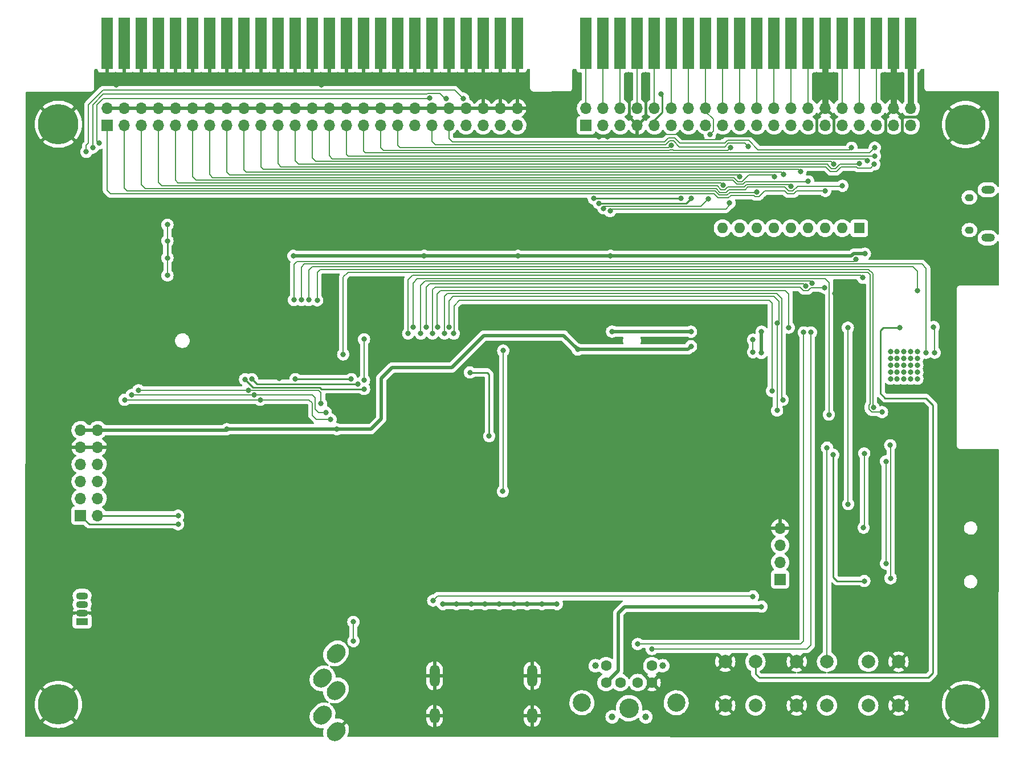
<source format=gbr>
%TF.GenerationSoftware,KiCad,Pcbnew,(6.0.11)*%
%TF.CreationDate,2023-06-18T20:35:23-07:00*%
%TF.ProjectId,TRS-IO++,5452532d-494f-42b2-9b2e-6b696361645f,rev?*%
%TF.SameCoordinates,Original*%
%TF.FileFunction,Copper,L2,Bot*%
%TF.FilePolarity,Positive*%
%FSLAX46Y46*%
G04 Gerber Fmt 4.6, Leading zero omitted, Abs format (unit mm)*
G04 Created by KiCad (PCBNEW (6.0.11)) date 2023-06-18 20:35:23*
%MOMM*%
%LPD*%
G01*
G04 APERTURE LIST*
G04 Aperture macros list*
%AMHorizOval*
0 Thick line with rounded ends*
0 $1 width*
0 $2 $3 position (X,Y) of the first rounded end (center of the circle)*
0 $4 $5 position (X,Y) of the second rounded end (center of the circle)*
0 Add line between two ends*
20,1,$1,$2,$3,$4,$5,0*
0 Add two circle primitives to create the rounded ends*
1,1,$1,$2,$3*
1,1,$1,$4,$5*%
G04 Aperture macros list end*
%TA.AperFunction,ComponentPad*%
%ADD10C,2.000000*%
%TD*%
%TA.AperFunction,ComponentPad*%
%ADD11C,0.800000*%
%TD*%
%TA.AperFunction,ComponentPad*%
%ADD12C,6.000000*%
%TD*%
%TA.AperFunction,ComponentPad*%
%ADD13R,1.700000X1.700000*%
%TD*%
%TA.AperFunction,ComponentPad*%
%ADD14O,1.700000X1.700000*%
%TD*%
%TA.AperFunction,ComponentPad*%
%ADD15HorizOval,2.400000X-0.212132X-0.212132X0.212132X0.212132X0*%
%TD*%
%TA.AperFunction,ComponentPad*%
%ADD16O,1.500000X3.300000*%
%TD*%
%TA.AperFunction,ComponentPad*%
%ADD17O,1.500000X2.300000*%
%TD*%
%TA.AperFunction,ComponentPad*%
%ADD18O,1.300000X1.100000*%
%TD*%
%TA.AperFunction,ComponentPad*%
%ADD19O,2.000000X1.200000*%
%TD*%
%TA.AperFunction,ComponentPad*%
%ADD20R,1.600000X1.600000*%
%TD*%
%TA.AperFunction,ComponentPad*%
%ADD21O,1.600000X1.600000*%
%TD*%
%TA.AperFunction,ConnectorPad*%
%ADD22R,1.778000X7.620000*%
%TD*%
%TA.AperFunction,ComponentPad*%
%ADD23R,1.800000X1.070000*%
%TD*%
%TA.AperFunction,ComponentPad*%
%ADD24O,1.800000X1.070000*%
%TD*%
%TA.AperFunction,ComponentPad*%
%ADD25C,1.600000*%
%TD*%
%TA.AperFunction,ComponentPad*%
%ADD26C,1.000000*%
%TD*%
%TA.AperFunction,ComponentPad*%
%ADD27C,2.900000*%
%TD*%
%TA.AperFunction,ComponentPad*%
%ADD28C,2.700000*%
%TD*%
%TA.AperFunction,ViaPad*%
%ADD29C,0.800000*%
%TD*%
%TA.AperFunction,Conductor*%
%ADD30C,0.200000*%
%TD*%
%TA.AperFunction,Conductor*%
%ADD31C,0.381000*%
%TD*%
%TA.AperFunction,Conductor*%
%ADD32C,0.500380*%
%TD*%
%TA.AperFunction,Conductor*%
%ADD33C,0.889000*%
%TD*%
%TA.AperFunction,Conductor*%
%ADD34C,0.250000*%
%TD*%
G04 APERTURE END LIST*
D10*
%TO.P,SW4,1,1*%
%TO.N,GND*%
X165100000Y-141629200D03*
X165100000Y-135129200D03*
%TO.P,SW4,2,2*%
%TO.N,STATUS*%
X169600000Y-141629200D03*
X169600000Y-135129200D03*
%TD*%
D11*
%TO.P,H3,1,1*%
%TO.N,GND*%
X202387690Y-139887010D03*
X203046700Y-141478000D03*
X199205710Y-143068990D03*
D12*
X200796700Y-141478000D03*
D11*
X200796700Y-143728000D03*
X202387690Y-143068990D03*
X200796700Y-139228000D03*
X198546700Y-141478000D03*
X199205710Y-139887010D03*
%TD*%
%TO.P,H2,1,1*%
%TO.N,GND*%
X198546700Y-55321200D03*
X202387690Y-53730210D03*
X200796700Y-57571200D03*
X199205710Y-53730210D03*
X203046700Y-55321200D03*
X199205710Y-56912190D03*
X202387690Y-56912190D03*
D12*
X200796700Y-55321200D03*
D11*
X200796700Y-53071200D03*
%TD*%
D10*
%TO.P,SW2,1,1*%
%TO.N,GND*%
X175727350Y-135129200D03*
X175727350Y-141629200D03*
%TO.P,SW2,2,2*%
%TO.N,ID0*%
X180227350Y-141629200D03*
X180227350Y-135129200D03*
%TD*%
D13*
%TO.P,J2,1,Pin_1*%
%TO.N,SYSRES_N*%
X144413700Y-55422800D03*
D14*
%TO.P,J2,2,Pin_2*%
%TO.N,RAS_N*%
X144413700Y-52882800D03*
%TO.P,J2,3,Pin_3*%
%TO.N,A10*%
X146953700Y-55422800D03*
%TO.P,J2,4,Pin_4*%
%TO.N,CAS_N*%
X146953700Y-52882800D03*
%TO.P,J2,5,Pin_5*%
%TO.N,A13*%
X149493700Y-55422800D03*
%TO.P,J2,6,Pin_6*%
%TO.N,A12*%
X149493700Y-52882800D03*
%TO.P,J2,7,Pin_7*%
%TO.N,GND*%
X152033700Y-55422800D03*
%TO.P,J2,8,Pin_8*%
%TO.N,A15*%
X152033700Y-52882800D03*
%TO.P,J2,9,Pin_9*%
%TO.N,A14*%
X154573700Y-55422800D03*
%TO.P,J2,10,Pin_10*%
%TO.N,A11*%
X154573700Y-52882800D03*
%TO.P,J2,11,Pin_11*%
%TO.N,OUT_N*%
X157113700Y-55422800D03*
%TO.P,J2,12,Pin_12*%
%TO.N,A8*%
X157113700Y-52882800D03*
%TO.P,J2,13,Pin_13*%
%TO.N,INTACK_N*%
X159653700Y-55422800D03*
%TO.P,J2,14,Pin_14*%
%TO.N,WR_N*%
X159653700Y-52882800D03*
%TO.P,J2,15,Pin_15*%
%TO.N,MUX*%
X162193700Y-55422800D03*
%TO.P,J2,16,Pin_16*%
%TO.N,RD_N*%
X162193700Y-52882800D03*
%TO.P,J2,17,Pin_17*%
%TO.N,D4*%
X164733700Y-55422800D03*
%TO.P,J2,18,Pin_18*%
%TO.N,A9*%
X164733700Y-52882800D03*
%TO.P,J2,19,Pin_19*%
%TO.N,D7*%
X167273700Y-55422800D03*
%TO.P,J2,20,Pin_20*%
%TO.N,IN_N*%
X167273700Y-52882800D03*
%TO.P,J2,21,Pin_21*%
%TO.N,D1*%
X169813700Y-55422800D03*
%TO.P,J2,22,Pin_22*%
%TO.N,INT_N*%
X169813700Y-52882800D03*
%TO.P,J2,23,Pin_23*%
%TO.N,D6*%
X172353700Y-55422800D03*
%TO.P,J2,24,Pin_24*%
%TO.N,TEST_N*%
X172353700Y-52882800D03*
%TO.P,J2,25,Pin_25*%
%TO.N,D3*%
X174893700Y-55422800D03*
%TO.P,J2,26,Pin_26*%
%TO.N,A0*%
X174893700Y-52882800D03*
%TO.P,J2,27,Pin_27*%
%TO.N,D5*%
X177433700Y-55422800D03*
%TO.P,J2,28,Pin_28*%
%TO.N,A1*%
X177433700Y-52882800D03*
%TO.P,J2,29,Pin_29*%
%TO.N,D0*%
X179973700Y-55422800D03*
%TO.P,J2,30,Pin_30*%
%TO.N,GND*%
X179973700Y-52882800D03*
%TO.P,J2,31,Pin_31*%
%TO.N,D2*%
X182513700Y-55422800D03*
%TO.P,J2,32,Pin_32*%
%TO.N,A4*%
X182513700Y-52882800D03*
%TO.P,J2,33,Pin_33*%
%TO.N,A3*%
X185053700Y-55422800D03*
%TO.P,J2,34,Pin_34*%
%TO.N,WAIT_N*%
X185053700Y-52882800D03*
%TO.P,J2,35,Pin_35*%
%TO.N,A7*%
X187593700Y-55422800D03*
%TO.P,J2,36,Pin_36*%
%TO.N,A5*%
X187593700Y-52882800D03*
%TO.P,J2,37,Pin_37*%
%TO.N,A6*%
X190133700Y-55422800D03*
%TO.P,J2,38,Pin_38*%
%TO.N,GND*%
X190133700Y-52882800D03*
%TO.P,J2,39,Pin_39*%
%TO.N,A2*%
X192673700Y-55422800D03*
%TO.P,J2,40,Pin_40*%
%TO.N,5V*%
X192673700Y-52882800D03*
%TD*%
D15*
%TO.P,J10,R*%
%TO.N,Net-(C14-Pad1)*%
X105273899Y-137591199D03*
%TO.P,J10,RN*%
%TO.N,N/C*%
X107273899Y-139391199D03*
%TO.P,J10,S*%
%TO.N,GND*%
X107273899Y-145491199D03*
%TO.P,J10,T*%
%TO.N,Net-(C15-Pad1)*%
X105273899Y-143091199D03*
%TO.P,J10,TN*%
%TO.N,N/C*%
X107273899Y-133891199D03*
%TD*%
D16*
%TO.P,J7,SH,SH*%
%TO.N,GND*%
X136409000Y-137228600D03*
D17*
X121909000Y-143188600D03*
X136409000Y-143188600D03*
D16*
X121909000Y-137228600D03*
%TD*%
D13*
%TO.P,J8,1,Pin_1*%
%TO.N,TXD0*%
X173255166Y-122892600D03*
D14*
%TO.P,J8,2,Pin_2*%
%TO.N,RXD0*%
X173255166Y-120352600D03*
%TO.P,J8,3,Pin_3*%
%TO.N,+5V*%
X173255166Y-117812600D03*
%TO.P,J8,4,Pin_4*%
%TO.N,GND*%
X173255166Y-115272600D03*
%TD*%
D10*
%TO.P,SW1,1,1*%
%TO.N,ESP_RESET*%
X186354700Y-135129200D03*
X186354700Y-141629200D03*
%TO.P,SW1,2,2*%
%TO.N,GND*%
X190854700Y-141629200D03*
X190854700Y-135129200D03*
%TD*%
D13*
%TO.P,J5,1,Pin_1*%
%TO.N,PMOD_IO1*%
X69322000Y-113411400D03*
D14*
%TO.P,J5,2,Pin_2*%
%TO.N,PMOD_IO5*%
X71862000Y-113411400D03*
%TO.P,J5,3,Pin_3*%
%TO.N,PMOD_IO2*%
X69322000Y-110871400D03*
%TO.P,J5,4,Pin_4*%
%TO.N,PMOD_IO6*%
X71862000Y-110871400D03*
%TO.P,J5,5,Pin_5*%
%TO.N,PMOD_IO3*%
X69322000Y-108331400D03*
%TO.P,J5,6,Pin_6*%
%TO.N,PMOD_IO7*%
X71862000Y-108331400D03*
%TO.P,J5,7,Pin_7*%
%TO.N,PMOD_IO4*%
X69322000Y-105791400D03*
%TO.P,J5,8,Pin_8*%
%TO.N,PMOD_IO8*%
X71862000Y-105791400D03*
%TO.P,J5,9,Pin_9*%
%TO.N,GND*%
X69322000Y-103251400D03*
%TO.P,J5,10,Pin_10*%
X71862000Y-103251400D03*
%TO.P,J5,11,Pin_11*%
%TO.N,+3V3*%
X69322000Y-100711400D03*
%TO.P,J5,12,Pin_12*%
X71862000Y-100711400D03*
%TD*%
D11*
%TO.P,U1,39*%
%TO.N,N/C*%
X189655900Y-90090800D03*
X192655900Y-90090800D03*
X192655900Y-91090800D03*
X189655900Y-91090800D03*
X193655900Y-93090800D03*
X193655900Y-89090800D03*
X189655900Y-92090800D03*
X190655900Y-91090800D03*
X191655900Y-93090800D03*
X189655900Y-93090800D03*
X189655900Y-89090800D03*
X191655900Y-92090800D03*
X191655900Y-91090800D03*
X193655900Y-91090800D03*
X192655900Y-93090800D03*
X190655900Y-93090800D03*
X190655900Y-89090800D03*
X192655900Y-92090800D03*
X193655900Y-92090800D03*
X192655900Y-89090800D03*
X190655900Y-90090800D03*
X191655900Y-90090800D03*
X193655900Y-90090800D03*
X191655900Y-89090800D03*
X190655900Y-92090800D03*
%TD*%
%TO.P,H1,1,1*%
%TO.N,GND*%
X66024300Y-57520400D03*
X64433310Y-56861390D03*
X68274300Y-55270400D03*
D12*
X66024300Y-55270400D03*
D11*
X64433310Y-53679410D03*
X67615290Y-56861390D03*
X67615290Y-53679410D03*
X66024300Y-53020400D03*
X63774300Y-55270400D03*
%TD*%
D18*
%TO.P,J12,*%
%TO.N,*%
X201374000Y-66155000D03*
D19*
X204124000Y-72155000D03*
X204124000Y-65005000D03*
D18*
X201374000Y-71005000D03*
%TD*%
D20*
%TO.P,RN1,1,common*%
%TO.N,+5V*%
X185028600Y-70713600D03*
D21*
%TO.P,RN1,2,R1*%
%TO.N,D2*%
X182488600Y-70713600D03*
%TO.P,RN1,3,R2*%
%TO.N,D0*%
X179948600Y-70713600D03*
%TO.P,RN1,4,R3*%
%TO.N,D5*%
X177408600Y-70713600D03*
%TO.P,RN1,5,R4*%
%TO.N,D3*%
X174868600Y-70713600D03*
%TO.P,RN1,6,R5*%
%TO.N,D6*%
X172328600Y-70713600D03*
%TO.P,RN1,7,R6*%
%TO.N,D1*%
X169788600Y-70713600D03*
%TO.P,RN1,8,R7*%
%TO.N,D7*%
X167248600Y-70713600D03*
%TO.P,RN1,9,R8*%
%TO.N,D4*%
X164708600Y-70713600D03*
%TD*%
D22*
%TO.P,J4,2,Pin_2*%
%TO.N,RAS_N*%
X144408700Y-43281600D03*
%TO.P,J4,4,Pin_4*%
%TO.N,CAS_N*%
X146948700Y-43281600D03*
%TO.P,J4,6,Pin_6*%
%TO.N,A12*%
X149488700Y-43281600D03*
%TO.P,J4,8,Pin_8*%
%TO.N,A15*%
X152028700Y-43281600D03*
%TO.P,J4,10,Pin_10*%
%TO.N,A11*%
X154568700Y-43281600D03*
%TO.P,J4,12,Pin_12*%
%TO.N,A8*%
X157108700Y-43281600D03*
%TO.P,J4,14,Pin_14*%
%TO.N,WR_N*%
X159648700Y-43281600D03*
%TO.P,J4,16,Pin_16*%
%TO.N,RD_N*%
X162188700Y-43281600D03*
%TO.P,J4,18,Pin_18*%
%TO.N,A9*%
X164728700Y-43281600D03*
%TO.P,J4,20,Pin_20*%
%TO.N,IN_N*%
X167268700Y-43281600D03*
%TO.P,J4,22,Pin_22*%
%TO.N,INT_N*%
X169808700Y-43281600D03*
%TO.P,J4,24,Pin_24*%
%TO.N,TEST_N*%
X172348700Y-43281600D03*
%TO.P,J4,26,Pin_26*%
%TO.N,A0*%
X174888700Y-43281600D03*
%TO.P,J4,28,Pin_28*%
%TO.N,A1*%
X177428700Y-43281600D03*
%TO.P,J4,30,Pin_30*%
%TO.N,GND*%
X179968700Y-43281600D03*
%TO.P,J4,32,Pin_32*%
%TO.N,A4*%
X182508700Y-43281600D03*
%TO.P,J4,34,Pin_34*%
%TO.N,WAIT_N*%
X185048700Y-43281600D03*
%TO.P,J4,36,Pin_36*%
%TO.N,A5*%
X187588700Y-43281600D03*
%TO.P,J4,38,Pin_38*%
%TO.N,GND*%
X190128700Y-43281600D03*
%TO.P,J4,40,Pin_40*%
%TO.N,5V*%
X192668700Y-43281600D03*
%TD*%
%TO.P,J3,2,Pin_2*%
%TO.N,GND*%
X73263300Y-43281600D03*
%TO.P,J3,4,Pin_4*%
X75803300Y-43281600D03*
%TO.P,J3,6,Pin_6*%
X78343300Y-43281600D03*
%TO.P,J3,8,Pin_8*%
X80883300Y-43281600D03*
%TO.P,J3,10,Pin_10*%
X83423300Y-43281600D03*
%TO.P,J3,12,Pin_12*%
X85963300Y-43281600D03*
%TO.P,J3,14,Pin_14*%
X88503300Y-43281600D03*
%TO.P,J3,16,Pin_16*%
X91043300Y-43281600D03*
%TO.P,J3,18,Pin_18*%
X93583300Y-43281600D03*
%TO.P,J3,20,Pin_20*%
X96123300Y-43281600D03*
%TO.P,J3,22,Pin_22*%
X98663300Y-43281600D03*
%TO.P,J3,24,Pin_24*%
X101203300Y-43281600D03*
%TO.P,J3,26,Pin_26*%
X103743300Y-43281600D03*
%TO.P,J3,28,Pin_28*%
X106283300Y-43281600D03*
%TO.P,J3,30,Pin_30*%
X108823300Y-43281600D03*
%TO.P,J3,32,Pin_32*%
X111363300Y-43281600D03*
%TO.P,J3,34,Pin_34*%
X113903300Y-43281600D03*
%TO.P,J3,36,Pin_36*%
X116443300Y-43281600D03*
%TO.P,J3,38,Pin_38*%
X118983300Y-43281600D03*
%TO.P,J3,40,Pin_40*%
X121523300Y-43281600D03*
%TO.P,J3,42,Pin_42*%
X124063300Y-43281600D03*
%TO.P,J3,44,Pin_44*%
X126603300Y-43281600D03*
%TO.P,J3,46,Pin_46*%
X129143300Y-43281600D03*
%TO.P,J3,48,Pin_48*%
X131683300Y-43281600D03*
%TO.P,J3,50,Pin_50*%
X134223300Y-43281600D03*
%TD*%
D23*
%TO.P,D1,1,RA*%
%TO.N,Net-(D1-Pad1)*%
X69543200Y-129156000D03*
D24*
%TO.P,D1,2,K*%
%TO.N,GND*%
X69543200Y-127886000D03*
%TO.P,D1,3,BA*%
%TO.N,Net-(D1-Pad3)*%
X69543200Y-126616000D03*
%TO.P,D1,4,GA*%
%TO.N,Net-(D1-Pad4)*%
X69543200Y-125346000D03*
%TD*%
D25*
%TO.P,J11,1*%
%TO.N,PS2_DATA*%
X152109500Y-138232700D03*
%TO.P,J11,2*%
%TO.N,unconnected-(J11-Pad2)*%
X149509500Y-138232700D03*
%TO.P,J11,3*%
%TO.N,GND*%
X154209500Y-138232700D03*
%TO.P,J11,4*%
%TO.N,+5V*%
X147409500Y-138232700D03*
%TO.P,J11,5*%
%TO.N,PS2_CLK*%
X154209500Y-135732700D03*
%TO.P,J11,6*%
%TO.N,unconnected-(J11-Pad6)*%
X147409500Y-135732700D03*
D26*
%TO.P,J11,M1*%
%TO.N,N/C*%
X153309500Y-143332700D03*
%TO.P,J11,M2*%
X148309500Y-143332700D03*
%TO.P,J11,M3*%
X155809500Y-135732700D03*
%TO.P,J11,M4*%
X145809500Y-135732700D03*
D27*
%TO.P,J11,S1*%
X150809500Y-142032700D03*
D28*
%TO.P,J11,S2*%
X157809500Y-141232700D03*
%TO.P,J11,S3*%
X143809500Y-141232700D03*
%TD*%
D13*
%TO.P,J1,1,Pin_1*%
%TO.N,D0*%
X73237900Y-55422800D03*
D14*
%TO.P,J1,2,Pin_2*%
%TO.N,GND*%
X73237900Y-52882800D03*
%TO.P,J1,3,Pin_3*%
%TO.N,D1*%
X75777900Y-55422800D03*
%TO.P,J1,4,Pin_4*%
%TO.N,GND*%
X75777900Y-52882800D03*
%TO.P,J1,5,Pin_5*%
%TO.N,D2*%
X78317900Y-55422800D03*
%TO.P,J1,6,Pin_6*%
%TO.N,GND*%
X78317900Y-52882800D03*
%TO.P,J1,7,Pin_7*%
%TO.N,D3*%
X80857900Y-55422800D03*
%TO.P,J1,8,Pin_8*%
%TO.N,GND*%
X80857900Y-52882800D03*
%TO.P,J1,9,Pin_9*%
%TO.N,D4*%
X83397900Y-55422800D03*
%TO.P,J1,10,Pin_10*%
%TO.N,GND*%
X83397900Y-52882800D03*
%TO.P,J1,11,Pin_11*%
%TO.N,D5*%
X85937900Y-55422800D03*
%TO.P,J1,12,Pin_12*%
%TO.N,GND*%
X85937900Y-52882800D03*
%TO.P,J1,13,Pin_13*%
%TO.N,D6*%
X88477900Y-55422800D03*
%TO.P,J1,14,Pin_14*%
%TO.N,GND*%
X88477900Y-52882800D03*
%TO.P,J1,15,Pin_15*%
%TO.N,D7*%
X91017900Y-55422800D03*
%TO.P,J1,16,Pin_16*%
%TO.N,GND*%
X91017900Y-52882800D03*
%TO.P,J1,17,Pin_17*%
%TO.N,A0*%
X93557900Y-55422800D03*
%TO.P,J1,18,Pin_18*%
%TO.N,GND*%
X93557900Y-52882800D03*
%TO.P,J1,19,Pin_19*%
%TO.N,A1*%
X96097900Y-55422800D03*
%TO.P,J1,20,Pin_20*%
%TO.N,GND*%
X96097900Y-52882800D03*
%TO.P,J1,21,Pin_21*%
%TO.N,A2*%
X98637900Y-55422800D03*
%TO.P,J1,22,Pin_22*%
%TO.N,GND*%
X98637900Y-52882800D03*
%TO.P,J1,23,Pin_23*%
%TO.N,A3*%
X101177900Y-55422800D03*
%TO.P,J1,24,Pin_24*%
%TO.N,GND*%
X101177900Y-52882800D03*
%TO.P,J1,25,Pin_25*%
%TO.N,A4*%
X103717900Y-55422800D03*
%TO.P,J1,26,Pin_26*%
%TO.N,GND*%
X103717900Y-52882800D03*
%TO.P,J1,27,Pin_27*%
%TO.N,A5*%
X106257900Y-55422800D03*
%TO.P,J1,28,Pin_28*%
%TO.N,GND*%
X106257900Y-52882800D03*
%TO.P,J1,29,Pin_29*%
%TO.N,A6*%
X108797900Y-55422800D03*
%TO.P,J1,30,Pin_30*%
%TO.N,GND*%
X108797900Y-52882800D03*
%TO.P,J1,31,Pin_31*%
%TO.N,A7*%
X111337900Y-55422800D03*
%TO.P,J1,32,Pin_32*%
%TO.N,GND*%
X111337900Y-52882800D03*
%TO.P,J1,33,Pin_33*%
%TO.N,IN_N*%
X113877900Y-55422800D03*
%TO.P,J1,34,Pin_34*%
%TO.N,GND*%
X113877900Y-52882800D03*
%TO.P,J1,35,Pin_35*%
%TO.N,OUT_N*%
X116417900Y-55422800D03*
%TO.P,J1,36,Pin_36*%
%TO.N,GND*%
X116417900Y-52882800D03*
%TO.P,J1,37,Pin_37*%
%TO.N,RESET_N*%
X118957900Y-55422800D03*
%TO.P,J1,38,Pin_38*%
%TO.N,GND*%
X118957900Y-52882800D03*
%TO.P,J1,39,Pin_39*%
%TO.N,INT_N*%
X121497900Y-55422800D03*
%TO.P,J1,40,Pin_40*%
%TO.N,GND*%
X121497900Y-52882800D03*
%TO.P,J1,41,Pin_41*%
%TO.N,WAIT_N*%
X124037900Y-55422800D03*
%TO.P,J1,42,Pin_42*%
%TO.N,GND*%
X124037900Y-52882800D03*
%TO.P,J1,43,Pin_43*%
%TO.N,EXTIOSEL_N*%
X126577900Y-55422800D03*
%TO.P,J1,44,Pin_44*%
%TO.N,GND*%
X126577900Y-52882800D03*
%TO.P,J1,45,Pin_45*%
%TO.N,NC_45*%
X129117900Y-55422800D03*
%TO.P,J1,46,Pin_46*%
%TO.N,GND*%
X129117900Y-52882800D03*
%TO.P,J1,47,Pin_47*%
%TO.N,M1_N*%
X131657900Y-55422800D03*
%TO.P,J1,48,Pin_48*%
%TO.N,GND*%
X131657900Y-52882800D03*
%TO.P,J1,49,Pin_49*%
%TO.N,IOREQ_N*%
X134197900Y-55422800D03*
%TO.P,J1,50,Pin_50*%
%TO.N,GND*%
X134197900Y-52882800D03*
%TD*%
D11*
%TO.P,H4,1,1*%
%TO.N,GND*%
X66024300Y-143728000D03*
X68274300Y-141478000D03*
X64433310Y-139887010D03*
X66024300Y-139228000D03*
X64433310Y-143068990D03*
X67615290Y-143068990D03*
D12*
X66024300Y-141478000D03*
D11*
X63774300Y-141478000D03*
X67615290Y-139887010D03*
%TD*%
D29*
%TO.N,CASS_IN*%
X169227500Y-89141300D03*
X121707100Y-126043100D03*
X169227500Y-87288310D03*
X169214800Y-125425200D03*
%TO.N,GND*%
X178698700Y-57838800D03*
X152082500Y-73660000D03*
X181356400Y-80416400D03*
X107121500Y-81432400D03*
X198526400Y-103733600D03*
X198459900Y-67259200D03*
X116840000Y-89535000D03*
X140106400Y-121208800D03*
X109661500Y-89814400D03*
X154622500Y-68897500D03*
X159702500Y-82550000D03*
X160972500Y-68897500D03*
X98806000Y-93014800D03*
X191570000Y-109737500D03*
X171132500Y-66357500D03*
X150812500Y-50800000D03*
X147637500Y-57150000D03*
X113725500Y-69697600D03*
X130898900Y-138628800D03*
X110947200Y-97891600D03*
X130810000Y-85407500D03*
X101990700Y-119176800D03*
X125653800Y-134209200D03*
X170497500Y-73660000D03*
X103682800Y-111302800D03*
X179387500Y-73660000D03*
X142240000Y-56832500D03*
X149542500Y-68897500D03*
X89747900Y-85090000D03*
X109712300Y-85090000D03*
X147002500Y-87312500D03*
X83486800Y-83705700D03*
X160972500Y-56832500D03*
X191570000Y-127517500D03*
X138211100Y-73304400D03*
X83486800Y-91325700D03*
X153298700Y-50850800D03*
X136422350Y-107340400D03*
X124393500Y-73202800D03*
X203489100Y-125984000D03*
X104835500Y-85090000D03*
X198561500Y-79857600D03*
X136525000Y-56832500D03*
X101185300Y-103632000D03*
X141259100Y-69748400D03*
X112395000Y-78422500D03*
X140970000Y-88900000D03*
X152066800Y-83388200D03*
X203489100Y-110439200D03*
X152066800Y-91325700D03*
X109559900Y-125272800D03*
X170497500Y-82550000D03*
X112395000Y-73660000D03*
X178698700Y-62750700D03*
X97113600Y-140782800D03*
X110947200Y-102311200D03*
X128270000Y-89535000D03*
X133350000Y-85407500D03*
X126365000Y-87630000D03*
X171078700Y-57838800D03*
X110947200Y-106781600D03*
X159702500Y-73660000D03*
X127390700Y-69697600D03*
X63890700Y-70154800D03*
X105076800Y-49415700D03*
X74596800Y-49415700D03*
X146367500Y-57150000D03*
X124799900Y-102057200D03*
X144121200Y-66675000D03*
X137160000Y-66585500D03*
%TO.N,+5V*%
X160020000Y-86097709D03*
X170484800Y-126949200D03*
X170469100Y-89245900D03*
X148290300Y-86076000D03*
X170497500Y-86106000D03*
%TO.N,+3V3*%
X107391200Y-100584000D03*
X185852090Y-74497910D03*
X160020000Y-88265000D03*
X140106400Y-126563800D03*
X82229500Y-75133200D03*
X82229500Y-77724000D03*
X82229500Y-72593200D03*
X134299500Y-74828400D03*
X120380300Y-74828400D03*
X131533900Y-126563800D03*
X125183900Y-126563800D03*
X82229500Y-70205600D03*
X133756400Y-126563800D03*
X129413000Y-126563800D03*
X148066300Y-74828400D03*
X137883900Y-126563800D03*
X91033600Y-100584000D03*
X123164600Y-126563800D03*
X143192500Y-88748091D03*
X135661400Y-126563800D03*
X100936600Y-74828400D03*
X127406400Y-126563800D03*
%TO.N,PS2_DATA*%
X176768300Y-86195900D03*
X152109500Y-132500700D03*
%TO.N,PS2_CLK*%
X177835100Y-86195900D03*
X154209500Y-133267700D03*
%TO.N,CS_SD*%
X185658300Y-115214400D03*
X185759900Y-104190800D03*
%TO.N,MOSI*%
X174533100Y-85484700D03*
X122333938Y-85407500D03*
X183372300Y-111709200D03*
X183321500Y-85496400D03*
%TO.N,SCK*%
X124077000Y-85407500D03*
X172805900Y-97790000D03*
X188972000Y-105377300D03*
X172805900Y-84785200D03*
X188972000Y-120548400D03*
%TO.N,CASS_OUT*%
X111442500Y-87223600D03*
X111442500Y-93316283D03*
%TO.N,STATUS*%
X191008000Y-85496400D03*
%TO.N,ESP_RESET*%
X196060600Y-85394800D03*
X196215000Y-89217500D03*
%TO.N,CS_FPGA*%
X124776500Y-86360000D03*
X172043900Y-94894400D03*
%TO.N,ESP_S0*%
X121599500Y-86360000D03*
X179853722Y-79566178D03*
%TO.N,_A9*%
X127175800Y-92156900D03*
X130032300Y-101600000D03*
%TO.N,ESP_S1*%
X120650000Y-85407500D03*
X177056367Y-79287100D03*
%TO.N,ESP_S2*%
X178038300Y-78880700D03*
X119872300Y-86360000D03*
%TO.N,ESP_S3*%
X180508004Y-98420997D03*
X118745000Y-85407500D03*
%TO.N,REQ*%
X117992700Y-86360000D03*
X185572400Y-78079600D03*
%TO.N,DONE*%
X188405900Y-98039600D03*
X108340700Y-89458800D03*
%TO.N,ABUS_EN*%
X132064300Y-109815690D03*
X132115100Y-88900000D03*
%TO.N,D0*%
X179973700Y-65164700D03*
%TO.N,D1*%
X169813700Y-65317100D03*
%TO.N,D2*%
X182513700Y-64419400D03*
%TO.N,D3*%
X174837900Y-64504300D03*
%TO.N,D4*%
X164779500Y-64300700D03*
%TO.N,D5*%
X177433700Y-63759000D03*
%TO.N,D6*%
X172399500Y-63094300D03*
%TO.N,D7*%
X167273700Y-63094300D03*
%TO.N,A0*%
X173743700Y-62694300D03*
%TO.N,A1*%
X176283700Y-62294300D03*
%TO.N,A2*%
X187260000Y-61212500D03*
%TO.N,A3*%
X185053700Y-61094300D03*
%TO.N,A4*%
X181187900Y-61163200D03*
%TO.N,A5*%
X186203700Y-60694300D03*
%TO.N,A6*%
X187308750Y-59991250D03*
%TO.N,A7*%
X187325000Y-58737500D03*
%TO.N,IN_N*%
X165735000Y-66992500D03*
X165883700Y-58762200D03*
X147989505Y-68162900D03*
%TO.N,OUT_N*%
X157108700Y-58408300D03*
X158563200Y-66313900D03*
X145577100Y-66313900D03*
%TO.N,EXTIOSEL_N*%
X126171500Y-51460400D03*
X106453400Y-99110800D03*
X70167500Y-59372500D03*
X96012000Y-96215200D03*
X75869800Y-96215200D03*
%TO.N,A14*%
X155575000Y-50800000D03*
%TO.N,WR_N*%
X146330800Y-67038400D03*
X160012700Y-66313900D03*
%TO.N,RD_N*%
X147031219Y-67762900D03*
X162560000Y-66357500D03*
X162834200Y-56832500D03*
%TO.N,INT_N*%
X105054400Y-96774000D03*
X72072500Y-58102500D03*
X121193100Y-51358800D03*
X94284800Y-94792800D03*
X168487900Y-58572400D03*
X77927200Y-94792800D03*
%TO.N,WAIT_N*%
X95137200Y-95492800D03*
X76909700Y-95492800D03*
X183880300Y-58775600D03*
X123606100Y-51435000D03*
X71120000Y-58737500D03*
X105753900Y-98094800D03*
%TO.N,MISO*%
X173646082Y-96210942D03*
X189671500Y-122732800D03*
X123377500Y-86360000D03*
X189620700Y-102971600D03*
%TO.N,INT*%
X109537500Y-93147300D03*
X101228700Y-93147300D03*
%TO.N,WAIT*%
X94781399Y-93156801D03*
X110490000Y-93890500D03*
%TO.N,EXTIOSEL*%
X111442500Y-94615000D03*
X93761100Y-93161100D03*
%TO.N,ID0*%
X180222700Y-103327200D03*
%TO.N,CD_SD*%
X181152800Y-104394000D03*
X185775600Y-123139200D03*
%TO.N,Net-(C15-Pad1)*%
X109855000Y-129222500D03*
X109864700Y-132070300D03*
%TO.N,JTAG_TDO*%
X193675000Y-80010000D03*
X103200776Y-81390724D03*
%TO.N,JTAG_TMS*%
X104479900Y-81432400D03*
X187135900Y-97337200D03*
%TO.N,JTAG_TCK*%
X194945000Y-89217500D03*
X102143100Y-81381600D03*
%TO.N,JTAG_TDI*%
X101025500Y-81381600D03*
X184556400Y-75348100D03*
%TO.N,PMOD_IO1*%
X83820000Y-114706400D03*
%TO.N,PMOD_IO5*%
X83820000Y-113436400D03*
%TD*%
D30*
%TO.N,CASS_IN*%
X122342100Y-125408100D02*
X169197700Y-125408100D01*
X169197700Y-125408100D02*
X169214800Y-125425200D01*
X122342100Y-125408100D02*
X121707100Y-126043100D01*
X169227500Y-89141300D02*
X169227500Y-87288310D01*
D31*
%TO.N,GND*%
X181213711Y-54122811D02*
X181213711Y-56753711D01*
D32*
X129117900Y-52882800D02*
X131657900Y-52882800D01*
D30*
X164400489Y-57532011D02*
X164782500Y-57150000D01*
D31*
X150793689Y-50818811D02*
X150793689Y-54182789D01*
D33*
X190133700Y-52882800D02*
X190133700Y-43286600D01*
D32*
X93557900Y-52882800D02*
X96097900Y-52882800D01*
D31*
X188893689Y-54122811D02*
X188893689Y-57131189D01*
D30*
X146367500Y-57150000D02*
X147637500Y-57150000D01*
D33*
X179968700Y-43281600D02*
X179968700Y-52877800D01*
D31*
X179973700Y-52882800D02*
X178698700Y-54157800D01*
X150812500Y-50800000D02*
X150793689Y-50818811D01*
D30*
X169916300Y-57838800D02*
X171078700Y-57838800D01*
D32*
X116417900Y-52882800D02*
X118957900Y-52882800D01*
D31*
X150793689Y-54182789D02*
X152033700Y-55422800D01*
D32*
X108797900Y-52882800D02*
X111337900Y-52882800D01*
X131657900Y-52882800D02*
X134197900Y-52882800D01*
X121497900Y-52882800D02*
X124037900Y-52882800D01*
X103717900Y-52882800D02*
X106257900Y-52882800D01*
X80857900Y-52882800D02*
X83397900Y-52882800D01*
D31*
X190133700Y-52882800D02*
X191403700Y-54152800D01*
D30*
X155892500Y-57150000D02*
X156210000Y-56832500D01*
D31*
X191403700Y-54152800D02*
X195259500Y-54152800D01*
D32*
X83397900Y-52882800D02*
X85937900Y-52882800D01*
X88477900Y-52882800D02*
X91017900Y-52882800D01*
X113877900Y-52882800D02*
X116417900Y-52882800D01*
X74596800Y-49415700D02*
X73263300Y-48082200D01*
D31*
X188893689Y-57131189D02*
X188912500Y-57150000D01*
D30*
X171078700Y-57838800D02*
X178698700Y-57838800D01*
X164782500Y-57150000D02*
X169227500Y-57150000D01*
D32*
X111337900Y-52882800D02*
X113877900Y-52882800D01*
X106257900Y-52882800D02*
X108797900Y-52882800D01*
D31*
X190133700Y-52882800D02*
X188893689Y-54122811D01*
D30*
X156210000Y-56832500D02*
X157956250Y-56832500D01*
D32*
X85937900Y-52882800D02*
X88477900Y-52882800D01*
D30*
X147637500Y-57150000D02*
X155892500Y-57150000D01*
D31*
X181213711Y-56753711D02*
X181292500Y-56832500D01*
D32*
X101177900Y-52882800D02*
X103717900Y-52882800D01*
X96097900Y-52882800D02*
X98637900Y-52882800D01*
D31*
X153298700Y-50850800D02*
X153298700Y-54157800D01*
D32*
X105076800Y-49415700D02*
X103743300Y-48082200D01*
X73237900Y-52882800D02*
X75777900Y-52882800D01*
X73263300Y-48082200D02*
X73263300Y-43281600D01*
D31*
X153298700Y-54157800D02*
X152033700Y-55422800D01*
D32*
X134223300Y-43281600D02*
X134223300Y-52857400D01*
X75777900Y-52882800D02*
X78317900Y-52882800D01*
X98637900Y-52882800D02*
X101177900Y-52882800D01*
X78317900Y-52882800D02*
X80857900Y-52882800D01*
D31*
X191403700Y-54152800D02*
X191403700Y-56783700D01*
D32*
X126577900Y-52882800D02*
X129117900Y-52882800D01*
X124037900Y-52882800D02*
X126577900Y-52882800D01*
D30*
X158655761Y-57532011D02*
X164400489Y-57532011D01*
X157956250Y-56832500D02*
X158655761Y-57532011D01*
D31*
X179973700Y-52882800D02*
X181213711Y-54122811D01*
X178698700Y-54157800D02*
X178698700Y-57838800D01*
D32*
X91017900Y-52882800D02*
X93557900Y-52882800D01*
X103743300Y-48082200D02*
X103743300Y-43281600D01*
D30*
X169227500Y-57150000D02*
X169916300Y-57838800D01*
D32*
X118957900Y-52882800D02*
X121497900Y-52882800D01*
%TO.N,+5V*%
X160020000Y-86097709D02*
X148312009Y-86097709D01*
X170484800Y-126949200D02*
X150164800Y-126949200D01*
X148312009Y-86097709D02*
X148290300Y-86076000D01*
X149199600Y-136442600D02*
X147409500Y-138232700D01*
X149199600Y-127914400D02*
X149199600Y-136442600D01*
X170497500Y-87601600D02*
X170469100Y-87630000D01*
X150164800Y-126949200D02*
X149199600Y-127914400D01*
X170469100Y-87630000D02*
X170469100Y-89245900D01*
X170497500Y-86106000D02*
X170497500Y-87601600D01*
%TO.N,+3V3*%
X123164600Y-126563800D02*
X137883900Y-126563800D01*
X112458500Y-100584000D02*
X107391200Y-100584000D01*
D34*
X82229500Y-72593200D02*
X82229500Y-75133200D01*
D32*
X183873749Y-74828400D02*
X148066300Y-74828400D01*
X69322000Y-100711400D02*
X90906200Y-100711400D01*
X141121909Y-86677500D02*
X129222500Y-86677500D01*
X90906200Y-100711400D02*
X91033600Y-100584000D01*
X91033600Y-100584000D02*
X107391200Y-100584000D01*
X134299500Y-74828400D02*
X120380300Y-74828400D01*
X160020000Y-88265000D02*
X159536909Y-88748091D01*
X113982500Y-99060000D02*
X112458500Y-100584000D01*
X129222500Y-86677500D02*
X124460000Y-91440000D01*
X159536909Y-88748091D02*
X143192500Y-88748091D01*
X185852090Y-74497910D02*
X184204239Y-74497910D01*
X120380300Y-74828400D02*
X100936600Y-74828400D01*
X143192500Y-88748091D02*
X141121909Y-86677500D01*
X115570000Y-91440000D02*
X113982500Y-93027500D01*
X140106400Y-126563800D02*
X137883900Y-126563800D01*
D30*
X82229500Y-70205600D02*
X82229500Y-72593200D01*
X82229500Y-77724000D02*
X82229500Y-75133200D01*
D32*
X148066300Y-74828400D02*
X134299500Y-74828400D01*
X184204239Y-74497910D02*
X183873749Y-74828400D01*
X124460000Y-91440000D02*
X115570000Y-91440000D01*
X113982500Y-93027500D02*
X113982500Y-99060000D01*
D30*
%TO.N,PS2_DATA*%
X176768300Y-132044900D02*
X176312500Y-132500700D01*
X176768300Y-86195900D02*
X176768300Y-132044900D01*
X176312500Y-132500700D02*
X152109500Y-132500700D01*
%TO.N,PS2_CLK*%
X177221900Y-133267700D02*
X154209500Y-133267700D01*
X177835100Y-86195900D02*
X177835100Y-132654500D01*
X177835100Y-132654500D02*
X177221900Y-133267700D01*
%TO.N,CS_SD*%
X185759900Y-104190800D02*
X185759900Y-115112800D01*
X185759900Y-115112800D02*
X185658300Y-115214400D01*
%TO.N,MOSI*%
X174025100Y-79959200D02*
X174533100Y-80467200D01*
X122259900Y-80467200D02*
X122767900Y-79959200D01*
X183372300Y-85547200D02*
X183321500Y-85496400D01*
X122767900Y-79959200D02*
X174025100Y-79959200D01*
X174533100Y-80467200D02*
X174533100Y-85484700D01*
X122333938Y-85407500D02*
X122259900Y-85333462D01*
X183372300Y-111709200D02*
X183372300Y-85547200D01*
X122259900Y-85333462D02*
X122259900Y-80467200D01*
%TO.N,SCK*%
X172805900Y-84785200D02*
X172805900Y-97790000D01*
X124077000Y-85407500D02*
X124077000Y-81494900D01*
X188972000Y-105377300D02*
X188972000Y-120548400D01*
X173059900Y-84531200D02*
X172805900Y-84785200D01*
X124077000Y-81494900D02*
X124698300Y-80873600D01*
X172297900Y-80873600D02*
X173059900Y-81635600D01*
X124698300Y-80873600D02*
X172297900Y-80873600D01*
X173059900Y-81635600D02*
X173059900Y-84531200D01*
%TO.N,CASS_OUT*%
X111442500Y-87223600D02*
X111442500Y-93316283D01*
D34*
%TO.N,STATUS*%
X188163200Y-85902800D02*
X188163200Y-95250000D01*
X195986400Y-97028000D02*
X195986400Y-136804400D01*
X170180000Y-137515600D02*
X169600000Y-136935600D01*
X194919600Y-95961200D02*
X195986400Y-97028000D01*
X195986400Y-136804400D02*
X195275200Y-137515600D01*
X195275200Y-137515600D02*
X170180000Y-137515600D01*
X169600000Y-136935600D02*
X169600000Y-135129200D01*
X188874400Y-95961200D02*
X194919600Y-95961200D01*
X188163200Y-95250000D02*
X188874400Y-95961200D01*
X191008000Y-85496400D02*
X188569600Y-85496400D01*
X188569600Y-85496400D02*
X188163200Y-85902800D01*
D30*
%TO.N,ESP_RESET*%
X196215000Y-89217500D02*
X196215000Y-85549200D01*
X196215000Y-85549200D02*
X196060600Y-85394800D01*
%TO.N,CS_FPGA*%
X124799900Y-82245200D02*
X125612700Y-81432400D01*
X125612700Y-81432400D02*
X171637500Y-81432400D01*
X172043900Y-81838800D02*
X172043900Y-94894400D01*
X171637500Y-81432400D02*
X172043900Y-81838800D01*
X124799900Y-86336600D02*
X124799900Y-82245200D01*
X124776500Y-86360000D02*
X124799900Y-86336600D01*
%TO.N,ESP_S0*%
X176209500Y-79451200D02*
X176745400Y-79987100D01*
X122005900Y-79451200D02*
X176209500Y-79451200D01*
X176745400Y-79987100D02*
X177400800Y-79987100D01*
X177400800Y-79987100D02*
X177807200Y-79580700D01*
X177807200Y-79580700D02*
X179839200Y-79580700D01*
X121599500Y-79857600D02*
X122005900Y-79451200D01*
X179839200Y-79580700D02*
X179853722Y-79566178D01*
X121599500Y-86360000D02*
X121599500Y-79857600D01*
D34*
%TO.N,_A9*%
X129727500Y-92151200D02*
X127170100Y-92151200D01*
X130032300Y-101600000D02*
X130032300Y-92456000D01*
X130032300Y-92456000D02*
X129727500Y-92151200D01*
X127170100Y-92151200D02*
X127175800Y-92156900D01*
D30*
%TO.N,ESP_S1*%
X120650000Y-79486300D02*
X121148700Y-78987600D01*
X120650000Y-85407500D02*
X120650000Y-79486300D01*
X176756867Y-78987600D02*
X177056367Y-79287100D01*
X121148700Y-78987600D02*
X176756867Y-78987600D01*
%TO.N,ESP_S2*%
X119872300Y-79248000D02*
X120532700Y-78587600D01*
X120532700Y-78587600D02*
X177745200Y-78587600D01*
X119872300Y-86360000D02*
X119872300Y-79248000D01*
X177745200Y-78587600D02*
X178038300Y-78880700D01*
%TO.N,ESP_S3*%
X180553722Y-98375279D02*
X180508004Y-98420997D01*
X119364300Y-78181200D02*
X179942297Y-78181200D01*
X118692200Y-85354700D02*
X118692200Y-78853300D01*
X180553722Y-78792625D02*
X180553722Y-98375279D01*
X179942297Y-78181200D02*
X180553722Y-78792625D01*
X118745000Y-85407500D02*
X118692200Y-85354700D01*
X118692200Y-78853300D02*
X119364300Y-78181200D01*
%TO.N,REQ*%
X118653100Y-77724000D02*
X185216800Y-77724000D01*
X117992700Y-78384400D02*
X118653100Y-77724000D01*
X117992700Y-86360000D02*
X117992700Y-78384400D01*
X185216800Y-77724000D02*
X185572400Y-78079600D01*
%TO.N,DONE*%
X186629900Y-96853250D02*
X186629900Y-77635686D01*
X186848350Y-98039600D02*
X186435900Y-97627150D01*
X188405900Y-98039600D02*
X186848350Y-98039600D01*
X186435900Y-97047250D02*
X186629900Y-96853250D01*
X108340700Y-77978000D02*
X108340700Y-89458800D01*
X186435900Y-97627150D02*
X186435900Y-97047250D01*
X186629900Y-77635686D02*
X186261014Y-77266800D01*
X186261014Y-77266800D02*
X109051900Y-77266800D01*
X109051900Y-77266800D02*
X108340700Y-77978000D01*
%TO.N,ABUS_EN*%
X132115100Y-88900000D02*
X132115100Y-109764890D01*
X132115100Y-109764890D02*
X132064300Y-109815690D01*
%TO.N,D0*%
X169523750Y-66017100D02*
X169337050Y-65830400D01*
X73237900Y-65074800D02*
X73237900Y-55422800D01*
X175293535Y-65604300D02*
X174382264Y-65604300D01*
X179973700Y-65164700D02*
X179962000Y-65176400D01*
X165566505Y-66200700D02*
X163992493Y-66200700D01*
X163992493Y-66200700D02*
X163406192Y-65614400D01*
X163406192Y-65614400D02*
X73777500Y-65614400D01*
X179962000Y-65176400D02*
X175721436Y-65176400D01*
X170944350Y-65176400D02*
X170103650Y-66017100D01*
X170103650Y-66017100D02*
X169523750Y-66017100D01*
X175721436Y-65176400D02*
X175293535Y-65604300D01*
X73777500Y-65614400D02*
X73237900Y-65074800D01*
X169337050Y-65830400D02*
X165936805Y-65830400D01*
X173954364Y-65176400D02*
X170944350Y-65176400D01*
X174382264Y-65604300D02*
X173954364Y-65176400D01*
X165936805Y-65830400D02*
X165566505Y-66200700D01*
%TO.N,D1*%
X169700400Y-65430400D02*
X165771121Y-65430400D01*
X163571878Y-65214400D02*
X76222300Y-65214400D01*
X165771121Y-65430400D02*
X165400820Y-65800700D01*
X75777900Y-64770000D02*
X75777900Y-55422800D01*
X164158178Y-65800700D02*
X163571878Y-65214400D01*
X76222300Y-65214400D02*
X75777900Y-64770000D01*
X169813700Y-65317100D02*
X169700400Y-65430400D01*
X165400820Y-65800700D02*
X164158178Y-65800700D01*
%TO.N,D2*%
X182513700Y-64419400D02*
X182467900Y-64465200D01*
X163737564Y-64814400D02*
X78921100Y-64814400D01*
X78921100Y-64814400D02*
X78317900Y-64211200D01*
X168060705Y-64994300D02*
X165641536Y-64994300D01*
X175127850Y-65204300D02*
X174547950Y-65204300D01*
X168437406Y-64617600D02*
X168060705Y-64994300D01*
X78317900Y-64211200D02*
X78317900Y-55422800D01*
X165641536Y-64994300D02*
X165235135Y-65400700D01*
X174547950Y-65204300D02*
X173961250Y-64617600D01*
X175866950Y-64465200D02*
X175127850Y-65204300D01*
X165235135Y-65400700D02*
X164323864Y-65400700D01*
X173961250Y-64617600D02*
X168437406Y-64617600D01*
X164323864Y-65400700D02*
X163737564Y-64814400D01*
X182467900Y-64465200D02*
X175866950Y-64465200D01*
%TO.N,D3*%
X165475850Y-64594300D02*
X167895020Y-64594300D01*
X80857900Y-55422800D02*
X80857900Y-63906400D01*
X168278121Y-64211200D02*
X174544800Y-64211200D01*
X163903250Y-64414400D02*
X164489550Y-65000700D01*
X167895020Y-64594300D02*
X168278121Y-64211200D01*
X80857900Y-63906400D02*
X81365900Y-64414400D01*
X165069450Y-65000700D02*
X165475850Y-64594300D01*
X81365900Y-64414400D02*
X163903250Y-64414400D01*
X164489550Y-65000700D02*
X165069450Y-65000700D01*
X174544800Y-64211200D02*
X174837900Y-64504300D01*
%TO.N,D4*%
X83397900Y-55422800D02*
X83397900Y-63601600D01*
X83797500Y-64001200D02*
X164480000Y-64001200D01*
X164480000Y-64001200D02*
X164779500Y-64300700D01*
X83397900Y-63601600D02*
X83797500Y-64001200D01*
%TO.N,D5*%
X166818064Y-64194300D02*
X166224964Y-63601200D01*
X167729335Y-64194300D02*
X166818064Y-64194300D01*
X177387900Y-63804800D02*
X168118836Y-63804800D01*
X177433700Y-63759000D02*
X177387900Y-63804800D01*
X85937900Y-63093600D02*
X85937900Y-55422800D01*
X166224964Y-63601200D02*
X86445500Y-63601200D01*
X86445500Y-63601200D02*
X85937900Y-63093600D01*
X168118836Y-63804800D02*
X167729335Y-64194300D01*
%TO.N,D6*%
X168563150Y-62794800D02*
X172100000Y-62794800D01*
X107423696Y-63195200D02*
X166384650Y-63195200D01*
X172100000Y-62794800D02*
X172399500Y-63094300D01*
X88941100Y-63201200D02*
X107417696Y-63201200D01*
X88477900Y-55422800D02*
X88477900Y-62738000D01*
X167563650Y-63794300D02*
X168563150Y-62794800D01*
X166983750Y-63794300D02*
X167563650Y-63794300D01*
X107417696Y-63201200D02*
X107423696Y-63195200D01*
X166384650Y-63195200D02*
X166983750Y-63794300D01*
X88477900Y-62738000D02*
X88941100Y-63201200D01*
%TO.N,D7*%
X166974200Y-62794800D02*
X107258411Y-62794800D01*
X107252011Y-62801200D02*
X91436700Y-62801200D01*
X91017900Y-62382400D02*
X91017900Y-55422800D01*
X167273700Y-63094300D02*
X166974200Y-62794800D01*
X91436700Y-62801200D02*
X91017900Y-62382400D01*
X107258411Y-62794800D02*
X107252011Y-62801200D01*
%TO.N,A0*%
X173743700Y-62694300D02*
X173444200Y-62394800D01*
X93932300Y-62401200D02*
X93557900Y-62026800D01*
X93557900Y-62026800D02*
X93557900Y-55422800D01*
X174888700Y-43281600D02*
X174888700Y-52877800D01*
X107086326Y-62401200D02*
X93932300Y-62401200D01*
X107092726Y-62394800D02*
X107086326Y-62401200D01*
X173444200Y-62394800D02*
X107092726Y-62394800D01*
%TO.N,A1*%
X177428700Y-43281600D02*
X177428700Y-52877800D01*
X176283700Y-62294300D02*
X175984200Y-61994800D01*
X175984200Y-61994800D02*
X106927041Y-61994800D01*
X106927041Y-61994800D02*
X106920641Y-62001200D01*
X96097900Y-61620400D02*
X96097900Y-55422800D01*
X96478700Y-62001200D02*
X96097900Y-61620400D01*
X106920641Y-62001200D02*
X96478700Y-62001200D01*
%TO.N,A2*%
X182292736Y-61614000D02*
X184583450Y-61614000D01*
X184763750Y-61794300D02*
X186678200Y-61794300D01*
X181643536Y-62263200D02*
X182292736Y-61614000D01*
X98637900Y-61112400D02*
X99126700Y-61601200D01*
X180732264Y-62263200D02*
X181643536Y-62263200D01*
X184583450Y-61614000D02*
X184763750Y-61794300D01*
X186678200Y-61794300D02*
X187260000Y-61212500D01*
X180063864Y-61594800D02*
X180732264Y-62263200D01*
X106754956Y-61601200D02*
X106761356Y-61594800D01*
X99126700Y-61601200D02*
X106754956Y-61601200D01*
X106761356Y-61594800D02*
X180063864Y-61594800D01*
X98637900Y-55422800D02*
X98637900Y-61112400D01*
%TO.N,A3*%
X106589271Y-61201200D02*
X101723900Y-61201200D01*
X180254300Y-61194800D02*
X106595671Y-61194800D01*
X180897950Y-61863200D02*
X180375100Y-61340350D01*
X106595671Y-61194800D02*
X106589271Y-61201200D01*
X180375100Y-61340350D02*
X180375100Y-61315600D01*
X182127050Y-61214000D02*
X181477850Y-61863200D01*
X184934000Y-61214000D02*
X182127050Y-61214000D01*
X180375100Y-61315600D02*
X180254300Y-61194800D01*
X101177900Y-60655200D02*
X101177900Y-55422800D01*
X181477850Y-61863200D02*
X180897950Y-61863200D01*
X101723900Y-61201200D02*
X101177900Y-60655200D01*
X185053700Y-61094300D02*
X184934000Y-61214000D01*
%TO.N,A4*%
X104270300Y-60801200D02*
X103717900Y-60248800D01*
X180819500Y-60794800D02*
X106429986Y-60794800D01*
X106429986Y-60794800D02*
X106423586Y-60801200D01*
X103717900Y-60248800D02*
X103717900Y-55422800D01*
X181187900Y-61163200D02*
X180819500Y-60794800D01*
X182508700Y-43281600D02*
X182508700Y-52877800D01*
X106423586Y-60801200D02*
X104270300Y-60801200D01*
%TO.N,A5*%
X187588700Y-43281600D02*
X187588700Y-52877800D01*
X106257900Y-59944000D02*
X106257900Y-55422800D01*
X106708700Y-60394800D02*
X106257900Y-59944000D01*
X185904200Y-60394800D02*
X106708700Y-60394800D01*
X186203700Y-60694300D02*
X185904200Y-60394800D01*
%TO.N,A6*%
X187305200Y-59994800D02*
X187308750Y-59991250D01*
X108797900Y-55422800D02*
X108797900Y-59740800D01*
X109051900Y-59994800D02*
X187305200Y-59994800D01*
X108797900Y-59740800D02*
X109051900Y-59994800D01*
%TO.N,A7*%
X111337900Y-59283600D02*
X111591900Y-59537600D01*
X186524900Y-59537600D02*
X187325000Y-58737500D01*
X111337900Y-55422800D02*
X111337900Y-59283600D01*
X111591900Y-59537600D02*
X186524900Y-59537600D01*
%TO.N,IN_N*%
X165858300Y-58787600D02*
X165508300Y-59137600D01*
X113877900Y-58724800D02*
X113877900Y-55422800D01*
X165735000Y-66992500D02*
X165735000Y-67310000D01*
X114290700Y-59137600D02*
X113877900Y-58724800D01*
X156789450Y-59137600D02*
X114290700Y-59137600D01*
X157398650Y-59108300D02*
X156818750Y-59108300D01*
X156818750Y-59108300D02*
X156789450Y-59137600D01*
X167268700Y-43281600D02*
X167268700Y-52877800D01*
X165508300Y-59137600D02*
X157427950Y-59137600D01*
X148289005Y-67863400D02*
X147989505Y-68162900D01*
X165735000Y-67310000D02*
X165181600Y-67863400D01*
X165181600Y-67863400D02*
X148289005Y-67863400D01*
X165883700Y-58762200D02*
X165858300Y-58787600D01*
X157427950Y-59137600D02*
X157398650Y-59108300D01*
%TO.N,OUT_N*%
X116786300Y-58737600D02*
X156623764Y-58737600D01*
X116417900Y-58369200D02*
X116786300Y-58737600D01*
X156623764Y-58737600D02*
X156953064Y-58408300D01*
X116417900Y-55422800D02*
X116417900Y-58369200D01*
D34*
X145577100Y-66313900D02*
X158563200Y-66313900D01*
D30*
X156953064Y-58408300D02*
X157108700Y-58408300D01*
%TO.N,EXTIOSEL_N*%
X70167500Y-59372500D02*
X70167500Y-58420000D01*
X72707500Y-50165000D02*
X124876100Y-50165000D01*
X103276400Y-96215200D02*
X103740000Y-96678800D01*
X104343200Y-99110800D02*
X106453400Y-99110800D01*
X70485000Y-52387500D02*
X72707500Y-50165000D01*
X103740000Y-96678800D02*
X103740000Y-98507600D01*
X70167500Y-58420000D02*
X70485000Y-58102500D01*
X124876100Y-50165000D02*
X126171500Y-51460400D01*
X70485000Y-58102500D02*
X70485000Y-52387500D01*
X103740000Y-98507600D02*
X104343200Y-99110800D01*
X75869800Y-96215200D02*
X96012000Y-96215200D01*
X96012000Y-96215200D02*
X103276400Y-96215200D01*
%TO.N,RAS_N*%
X144408700Y-43281600D02*
X144408700Y-52877800D01*
%TO.N,CAS_N*%
X146948700Y-43281600D02*
X146948700Y-52877800D01*
%TO.N,A12*%
X149488700Y-43281600D02*
X149488700Y-52877800D01*
%TO.N,A15*%
X152028700Y-43281600D02*
X152028700Y-52877800D01*
D34*
%TO.N,A14*%
X154573700Y-54658800D02*
X154622500Y-54610000D01*
X154622500Y-54610000D02*
X155748211Y-53484289D01*
X154573700Y-55422800D02*
X154573700Y-54658800D01*
X155748211Y-50973211D02*
X155575000Y-50800000D01*
X155748211Y-53484289D02*
X155748211Y-50973211D01*
D30*
%TO.N,A11*%
X154568700Y-43281600D02*
X154568700Y-52877800D01*
%TO.N,A8*%
X157108700Y-43281600D02*
X157108700Y-52877800D01*
%TO.N,WR_N*%
X159648700Y-43281600D02*
X159648700Y-52877800D01*
D34*
X146330800Y-67038400D02*
X159288200Y-67038400D01*
X159288200Y-67038400D02*
X160012700Y-66313900D01*
D30*
%TO.N,RD_N*%
X161454100Y-67463400D02*
X147050300Y-67463400D01*
X162560000Y-66357500D02*
X161454100Y-67463400D01*
X147050300Y-67463400D02*
X147050300Y-67743819D01*
X163343700Y-56323000D02*
X163343700Y-54535077D01*
X162834200Y-56832500D02*
X163343700Y-56323000D01*
X163343700Y-54535077D02*
X162193700Y-53385077D01*
X162188700Y-43281600D02*
X162188700Y-52877800D01*
X147050300Y-67743819D02*
X147031219Y-67762900D01*
%TO.N,A9*%
X164728700Y-43281600D02*
X164728700Y-52877800D01*
%TO.N,INT_N*%
X157398650Y-57708300D02*
X156818750Y-57708300D01*
X72072500Y-58102500D02*
X71755000Y-57785000D01*
X156208650Y-58318400D02*
X122005900Y-58318400D01*
X165032750Y-58623200D02*
X158313550Y-58623200D01*
X72707500Y-51435000D02*
X121116900Y-51435000D01*
X169808700Y-43281600D02*
X169808700Y-52877800D01*
X71755000Y-52387500D02*
X72707500Y-51435000D01*
X121116900Y-51435000D02*
X121193100Y-51358800D01*
X104698800Y-94792800D02*
X105054400Y-95148400D01*
X167977700Y-58062200D02*
X165593750Y-58062200D01*
X122005900Y-58318400D02*
X121497900Y-57810400D01*
X156818750Y-57708300D02*
X156208650Y-58318400D01*
X105054400Y-95148400D02*
X105054400Y-96774000D01*
X168487900Y-58572400D02*
X167977700Y-58062200D01*
X121497900Y-57810400D02*
X121497900Y-55422800D01*
X94284800Y-94792800D02*
X104698800Y-94792800D01*
X165593750Y-58062200D02*
X165032750Y-58623200D01*
X77927200Y-94792800D02*
X94284800Y-94792800D01*
X158313550Y-58623200D02*
X157398650Y-57708300D01*
X71755000Y-57785000D02*
X71755000Y-52387500D01*
%TO.N,TEST_N*%
X172348700Y-43281600D02*
X172348700Y-52877800D01*
%TO.N,WAIT_N*%
X122731300Y-50658800D02*
X123507500Y-51435000D01*
X157564336Y-57308300D02*
X158320436Y-58064400D01*
X104140000Y-95910400D02*
X104140000Y-97586800D01*
X120761950Y-50800000D02*
X120903150Y-50658800D01*
X95137200Y-95492800D02*
X103722400Y-95492800D01*
X183575500Y-59080400D02*
X183880300Y-58775600D01*
X169985850Y-59080400D02*
X183575500Y-59080400D01*
X158320436Y-58064400D02*
X165025864Y-58064400D01*
X124037900Y-55422800D02*
X124037900Y-57353200D01*
X156653065Y-57308300D02*
X157564336Y-57308300D01*
X104140000Y-97586800D02*
X104648000Y-98094800D01*
X168567650Y-57662200D02*
X169985850Y-59080400D01*
X165025864Y-58064400D02*
X165428065Y-57662200D01*
X165428065Y-57662200D02*
X168567650Y-57662200D01*
X124603100Y-57918400D02*
X156042964Y-57918400D01*
X185048700Y-43281600D02*
X185048700Y-52877800D01*
X72707500Y-50800000D02*
X120761950Y-50800000D01*
X124037900Y-57353200D02*
X124603100Y-57918400D01*
X123507500Y-51435000D02*
X123606100Y-51435000D01*
X71120000Y-58737500D02*
X71120000Y-52387500D01*
X120903150Y-50658800D02*
X122731300Y-50658800D01*
X104648000Y-98094800D02*
X105753900Y-98094800D01*
X76909700Y-95492800D02*
X95137200Y-95492800D01*
X156042964Y-57918400D02*
X156653065Y-57308300D01*
X104089200Y-95859600D02*
X104140000Y-95910400D01*
X103722400Y-95492800D02*
X104089200Y-95859600D01*
X71120000Y-52387500D02*
X72707500Y-50800000D01*
D33*
%TO.N,5V*%
X192673700Y-52882800D02*
X192673700Y-43286600D01*
D30*
%TO.N,MISO*%
X189671500Y-103022400D02*
X189620700Y-102971600D01*
X123377500Y-86360000D02*
X123377500Y-80822800D01*
X173517100Y-96081960D02*
X173646082Y-96210942D01*
X189671500Y-122732800D02*
X189671500Y-103022400D01*
X123783900Y-80416400D02*
X172755100Y-80416400D01*
X173517100Y-81178400D02*
X173517100Y-96081960D01*
X123377500Y-80822800D02*
X123783900Y-80416400D01*
X172755100Y-80416400D02*
X173517100Y-81178400D01*
D34*
%TO.N,INT*%
X109537500Y-93147300D02*
X101228700Y-93147300D01*
%TO.N,WAIT*%
X95496398Y-93871800D02*
X94781399Y-93156801D01*
X110471300Y-93871800D02*
X95496398Y-93871800D01*
X110490000Y-93890500D02*
X110471300Y-93871800D01*
%TO.N,EXTIOSEL*%
X104874642Y-94368280D02*
X94968280Y-94368280D01*
X94968280Y-94368280D02*
X93761100Y-93161100D01*
X111442500Y-94615000D02*
X105121362Y-94615000D01*
X105121362Y-94615000D02*
X104874642Y-94368280D01*
D30*
%TO.N,ID0*%
X180227350Y-125029850D02*
X180227350Y-135129200D01*
X180237500Y-125019700D02*
X180227350Y-125029850D01*
X180237500Y-125019700D02*
X180237500Y-103342000D01*
X180237500Y-103342000D02*
X180222700Y-103327200D01*
D34*
%TO.N,CD_SD*%
X181711600Y-123139200D02*
X185775600Y-123139200D01*
X181152800Y-104394000D02*
X181152800Y-122580400D01*
X181152800Y-122580400D02*
X181711600Y-123139200D01*
D30*
%TO.N,Net-(C15-Pad1)*%
X109855000Y-129222500D02*
X109864700Y-129232200D01*
X109864700Y-129232200D02*
X109864700Y-132070300D01*
%TO.N,JTAG_TDO*%
X103717900Y-76454000D02*
X103260700Y-76911200D01*
X193675000Y-80010000D02*
X193675000Y-77152500D01*
X103260700Y-76911200D02*
X103260700Y-81330800D01*
X193675000Y-77152500D02*
X192976500Y-76454000D01*
X103260700Y-81330800D02*
X103200776Y-81390724D01*
X192976500Y-76454000D02*
X103717900Y-76454000D01*
%TO.N,JTAG_TMS*%
X187135900Y-97337200D02*
X187029900Y-97231200D01*
X186413900Y-76854000D02*
X104892700Y-76854000D01*
X187029900Y-97231200D02*
X187029900Y-77470000D01*
X187029900Y-77470000D02*
X186413900Y-76854000D01*
X104479900Y-77266800D02*
X104479900Y-81432400D01*
X104892700Y-76854000D02*
X104479900Y-77266800D01*
%TO.N,JTAG_TCK*%
X102143100Y-76504800D02*
X102143100Y-81381600D01*
X194345100Y-76047600D02*
X102600300Y-76047600D01*
X194961100Y-86693600D02*
X194961100Y-76663600D01*
X194945000Y-86709700D02*
X194961100Y-86693600D01*
X194945000Y-89217500D02*
X194945000Y-86709700D01*
X102600300Y-76047600D02*
X102143100Y-76504800D01*
X194961100Y-76663600D02*
X194345100Y-76047600D01*
%TO.N,JTAG_TDI*%
X101482700Y-75641200D02*
X101025500Y-76098400D01*
X184263300Y-75641200D02*
X184556400Y-75348100D01*
X101482700Y-75641200D02*
X184263300Y-75641200D01*
X101025500Y-76098400D02*
X101025500Y-81381600D01*
D34*
%TO.N,PMOD_IO1*%
X70617000Y-114706400D02*
X69322000Y-113411400D01*
X83820000Y-114706400D02*
X70617000Y-114706400D01*
%TO.N,PMOD_IO5*%
X83820000Y-113436400D02*
X83795000Y-113411400D01*
X83795000Y-113411400D02*
X71862000Y-113411400D01*
%TD*%
%TA.AperFunction,Conductor*%
%TO.N,GND*%
G36*
X71814764Y-47098902D02*
G01*
X71861257Y-47152558D01*
X71871906Y-47191292D01*
X71872195Y-47193953D01*
X71875821Y-47209204D01*
X71920976Y-47329654D01*
X71929514Y-47345249D01*
X72006015Y-47447324D01*
X72018576Y-47459885D01*
X72120651Y-47536386D01*
X72136246Y-47544924D01*
X72256694Y-47590078D01*
X72271949Y-47593705D01*
X72322814Y-47599231D01*
X72329628Y-47599600D01*
X72991185Y-47599600D01*
X73006424Y-47595125D01*
X73007629Y-47593735D01*
X73009300Y-47586052D01*
X73009300Y-47078900D01*
X73517300Y-47078900D01*
X73517300Y-47581484D01*
X73521775Y-47596723D01*
X73523165Y-47597928D01*
X73530848Y-47599599D01*
X74196969Y-47599599D01*
X74203790Y-47599229D01*
X74254652Y-47593705D01*
X74269904Y-47590079D01*
X74390354Y-47544924D01*
X74405948Y-47536386D01*
X74457735Y-47497574D01*
X74524241Y-47472726D01*
X74593624Y-47487779D01*
X74608865Y-47497574D01*
X74660652Y-47536386D01*
X74676246Y-47544924D01*
X74796694Y-47590078D01*
X74811949Y-47593705D01*
X74862814Y-47599231D01*
X74869628Y-47599600D01*
X75531185Y-47599600D01*
X75546424Y-47595125D01*
X75547629Y-47593735D01*
X75549300Y-47586052D01*
X75549300Y-47078900D01*
X76057300Y-47078900D01*
X76057300Y-47581484D01*
X76061775Y-47596723D01*
X76063165Y-47597928D01*
X76070848Y-47599599D01*
X76736969Y-47599599D01*
X76743790Y-47599229D01*
X76794652Y-47593705D01*
X76809904Y-47590079D01*
X76930354Y-47544924D01*
X76945948Y-47536386D01*
X76997735Y-47497574D01*
X77064241Y-47472726D01*
X77133624Y-47487779D01*
X77148865Y-47497574D01*
X77200652Y-47536386D01*
X77216246Y-47544924D01*
X77336694Y-47590078D01*
X77351949Y-47593705D01*
X77402814Y-47599231D01*
X77409628Y-47599600D01*
X78071185Y-47599600D01*
X78086424Y-47595125D01*
X78087629Y-47593735D01*
X78089300Y-47586052D01*
X78089300Y-47078900D01*
X78597300Y-47078900D01*
X78597300Y-47581484D01*
X78601775Y-47596723D01*
X78603165Y-47597928D01*
X78610848Y-47599599D01*
X79276969Y-47599599D01*
X79283790Y-47599229D01*
X79334652Y-47593705D01*
X79349904Y-47590079D01*
X79470354Y-47544924D01*
X79485948Y-47536386D01*
X79537735Y-47497574D01*
X79604241Y-47472726D01*
X79673624Y-47487779D01*
X79688865Y-47497574D01*
X79740652Y-47536386D01*
X79756246Y-47544924D01*
X79876694Y-47590078D01*
X79891949Y-47593705D01*
X79942814Y-47599231D01*
X79949628Y-47599600D01*
X80611185Y-47599600D01*
X80626424Y-47595125D01*
X80627629Y-47593735D01*
X80629300Y-47586052D01*
X80629300Y-47078900D01*
X81137300Y-47078900D01*
X81137300Y-47581484D01*
X81141775Y-47596723D01*
X81143165Y-47597928D01*
X81150848Y-47599599D01*
X81816969Y-47599599D01*
X81823790Y-47599229D01*
X81874652Y-47593705D01*
X81889904Y-47590079D01*
X82010354Y-47544924D01*
X82025948Y-47536386D01*
X82077735Y-47497574D01*
X82144241Y-47472726D01*
X82213624Y-47487779D01*
X82228865Y-47497574D01*
X82280652Y-47536386D01*
X82296246Y-47544924D01*
X82416694Y-47590078D01*
X82431949Y-47593705D01*
X82482814Y-47599231D01*
X82489628Y-47599600D01*
X83151185Y-47599600D01*
X83166424Y-47595125D01*
X83167629Y-47593735D01*
X83169300Y-47586052D01*
X83169300Y-47078900D01*
X83677300Y-47078900D01*
X83677300Y-47581484D01*
X83681775Y-47596723D01*
X83683165Y-47597928D01*
X83690848Y-47599599D01*
X84356969Y-47599599D01*
X84363790Y-47599229D01*
X84414652Y-47593705D01*
X84429904Y-47590079D01*
X84550354Y-47544924D01*
X84565948Y-47536386D01*
X84617735Y-47497574D01*
X84684241Y-47472726D01*
X84753624Y-47487779D01*
X84768865Y-47497574D01*
X84820652Y-47536386D01*
X84836246Y-47544924D01*
X84956694Y-47590078D01*
X84971949Y-47593705D01*
X85022814Y-47599231D01*
X85029628Y-47599600D01*
X85691185Y-47599600D01*
X85706424Y-47595125D01*
X85707629Y-47593735D01*
X85709300Y-47586052D01*
X85709300Y-47078900D01*
X86217300Y-47078900D01*
X86217300Y-47581484D01*
X86221775Y-47596723D01*
X86223165Y-47597928D01*
X86230848Y-47599599D01*
X86896969Y-47599599D01*
X86903790Y-47599229D01*
X86954652Y-47593705D01*
X86969904Y-47590079D01*
X87090354Y-47544924D01*
X87105948Y-47536386D01*
X87157735Y-47497574D01*
X87224241Y-47472726D01*
X87293624Y-47487779D01*
X87308865Y-47497574D01*
X87360652Y-47536386D01*
X87376246Y-47544924D01*
X87496694Y-47590078D01*
X87511949Y-47593705D01*
X87562814Y-47599231D01*
X87569628Y-47599600D01*
X88231185Y-47599600D01*
X88246424Y-47595125D01*
X88247629Y-47593735D01*
X88249300Y-47586052D01*
X88249300Y-47078900D01*
X88757300Y-47078900D01*
X88757300Y-47581484D01*
X88761775Y-47596723D01*
X88763165Y-47597928D01*
X88770848Y-47599599D01*
X89436969Y-47599599D01*
X89443790Y-47599229D01*
X89494652Y-47593705D01*
X89509904Y-47590079D01*
X89630354Y-47544924D01*
X89645948Y-47536386D01*
X89697735Y-47497574D01*
X89764241Y-47472726D01*
X89833624Y-47487779D01*
X89848865Y-47497574D01*
X89900652Y-47536386D01*
X89916246Y-47544924D01*
X90036694Y-47590078D01*
X90051949Y-47593705D01*
X90102814Y-47599231D01*
X90109628Y-47599600D01*
X90771185Y-47599600D01*
X90786424Y-47595125D01*
X90787629Y-47593735D01*
X90789300Y-47586052D01*
X90789300Y-47078900D01*
X91297300Y-47078900D01*
X91297300Y-47581484D01*
X91301775Y-47596723D01*
X91303165Y-47597928D01*
X91310848Y-47599599D01*
X91976969Y-47599599D01*
X91983790Y-47599229D01*
X92034652Y-47593705D01*
X92049904Y-47590079D01*
X92170354Y-47544924D01*
X92185948Y-47536386D01*
X92237735Y-47497574D01*
X92304241Y-47472726D01*
X92373624Y-47487779D01*
X92388865Y-47497574D01*
X92440652Y-47536386D01*
X92456246Y-47544924D01*
X92576694Y-47590078D01*
X92591949Y-47593705D01*
X92642814Y-47599231D01*
X92649628Y-47599600D01*
X93311185Y-47599600D01*
X93326424Y-47595125D01*
X93327629Y-47593735D01*
X93329300Y-47586052D01*
X93329300Y-47078900D01*
X93837300Y-47078900D01*
X93837300Y-47581484D01*
X93841775Y-47596723D01*
X93843165Y-47597928D01*
X93850848Y-47599599D01*
X94516969Y-47599599D01*
X94523790Y-47599229D01*
X94574652Y-47593705D01*
X94589904Y-47590079D01*
X94710354Y-47544924D01*
X94725948Y-47536386D01*
X94777735Y-47497574D01*
X94844241Y-47472726D01*
X94913624Y-47487779D01*
X94928865Y-47497574D01*
X94980652Y-47536386D01*
X94996246Y-47544924D01*
X95116694Y-47590078D01*
X95131949Y-47593705D01*
X95182814Y-47599231D01*
X95189628Y-47599600D01*
X95851185Y-47599600D01*
X95866424Y-47595125D01*
X95867629Y-47593735D01*
X95869300Y-47586052D01*
X95869300Y-47078900D01*
X96377300Y-47078900D01*
X96377300Y-47581484D01*
X96381775Y-47596723D01*
X96383165Y-47597928D01*
X96390848Y-47599599D01*
X97056969Y-47599599D01*
X97063790Y-47599229D01*
X97114652Y-47593705D01*
X97129904Y-47590079D01*
X97250354Y-47544924D01*
X97265948Y-47536386D01*
X97317735Y-47497574D01*
X97384241Y-47472726D01*
X97453624Y-47487779D01*
X97468865Y-47497574D01*
X97520652Y-47536386D01*
X97536246Y-47544924D01*
X97656694Y-47590078D01*
X97671949Y-47593705D01*
X97722814Y-47599231D01*
X97729628Y-47599600D01*
X98391185Y-47599600D01*
X98406424Y-47595125D01*
X98407629Y-47593735D01*
X98409300Y-47586052D01*
X98409300Y-47078900D01*
X98917300Y-47078900D01*
X98917300Y-47581484D01*
X98921775Y-47596723D01*
X98923165Y-47597928D01*
X98930848Y-47599599D01*
X99596969Y-47599599D01*
X99603790Y-47599229D01*
X99654652Y-47593705D01*
X99669904Y-47590079D01*
X99790354Y-47544924D01*
X99805948Y-47536386D01*
X99857735Y-47497574D01*
X99924241Y-47472726D01*
X99993624Y-47487779D01*
X100008865Y-47497574D01*
X100060652Y-47536386D01*
X100076246Y-47544924D01*
X100196694Y-47590078D01*
X100211949Y-47593705D01*
X100262814Y-47599231D01*
X100269628Y-47599600D01*
X100931185Y-47599600D01*
X100946424Y-47595125D01*
X100947629Y-47593735D01*
X100949300Y-47586052D01*
X100949300Y-47078900D01*
X101457300Y-47078900D01*
X101457300Y-47581484D01*
X101461775Y-47596723D01*
X101463165Y-47597928D01*
X101470848Y-47599599D01*
X102136969Y-47599599D01*
X102143790Y-47599229D01*
X102194652Y-47593705D01*
X102209904Y-47590079D01*
X102330354Y-47544924D01*
X102345948Y-47536386D01*
X102397735Y-47497574D01*
X102464241Y-47472726D01*
X102533624Y-47487779D01*
X102548865Y-47497574D01*
X102600652Y-47536386D01*
X102616246Y-47544924D01*
X102736694Y-47590078D01*
X102751949Y-47593705D01*
X102802814Y-47599231D01*
X102809628Y-47599600D01*
X103471185Y-47599600D01*
X103486424Y-47595125D01*
X103487629Y-47593735D01*
X103489300Y-47586052D01*
X103489300Y-47078900D01*
X103997300Y-47078900D01*
X103997300Y-47581484D01*
X104001775Y-47596723D01*
X104003165Y-47597928D01*
X104010848Y-47599599D01*
X104676969Y-47599599D01*
X104683790Y-47599229D01*
X104734652Y-47593705D01*
X104749904Y-47590079D01*
X104870354Y-47544924D01*
X104885948Y-47536386D01*
X104937735Y-47497574D01*
X105004241Y-47472726D01*
X105073624Y-47487779D01*
X105088865Y-47497574D01*
X105140652Y-47536386D01*
X105156246Y-47544924D01*
X105276694Y-47590078D01*
X105291949Y-47593705D01*
X105342814Y-47599231D01*
X105349628Y-47599600D01*
X106011185Y-47599600D01*
X106026424Y-47595125D01*
X106027629Y-47593735D01*
X106029300Y-47586052D01*
X106029300Y-47078900D01*
X106537300Y-47078900D01*
X106537300Y-47581484D01*
X106541775Y-47596723D01*
X106543165Y-47597928D01*
X106550848Y-47599599D01*
X107216969Y-47599599D01*
X107223790Y-47599229D01*
X107274652Y-47593705D01*
X107289904Y-47590079D01*
X107410354Y-47544924D01*
X107425948Y-47536386D01*
X107477735Y-47497574D01*
X107544241Y-47472726D01*
X107613624Y-47487779D01*
X107628865Y-47497574D01*
X107680652Y-47536386D01*
X107696246Y-47544924D01*
X107816694Y-47590078D01*
X107831949Y-47593705D01*
X107882814Y-47599231D01*
X107889628Y-47599600D01*
X108551185Y-47599600D01*
X108566424Y-47595125D01*
X108567629Y-47593735D01*
X108569300Y-47586052D01*
X108569300Y-47078900D01*
X109077300Y-47078900D01*
X109077300Y-47581484D01*
X109081775Y-47596723D01*
X109083165Y-47597928D01*
X109090848Y-47599599D01*
X109756969Y-47599599D01*
X109763790Y-47599229D01*
X109814652Y-47593705D01*
X109829904Y-47590079D01*
X109950354Y-47544924D01*
X109965948Y-47536386D01*
X110017735Y-47497574D01*
X110084241Y-47472726D01*
X110153624Y-47487779D01*
X110168865Y-47497574D01*
X110220652Y-47536386D01*
X110236246Y-47544924D01*
X110356694Y-47590078D01*
X110371949Y-47593705D01*
X110422814Y-47599231D01*
X110429628Y-47599600D01*
X111091185Y-47599600D01*
X111106424Y-47595125D01*
X111107629Y-47593735D01*
X111109300Y-47586052D01*
X111109300Y-47078900D01*
X111617300Y-47078900D01*
X111617300Y-47581484D01*
X111621775Y-47596723D01*
X111623165Y-47597928D01*
X111630848Y-47599599D01*
X112296969Y-47599599D01*
X112303790Y-47599229D01*
X112354652Y-47593705D01*
X112369904Y-47590079D01*
X112490354Y-47544924D01*
X112505948Y-47536386D01*
X112557735Y-47497574D01*
X112624241Y-47472726D01*
X112693624Y-47487779D01*
X112708865Y-47497574D01*
X112760652Y-47536386D01*
X112776246Y-47544924D01*
X112896694Y-47590078D01*
X112911949Y-47593705D01*
X112962814Y-47599231D01*
X112969628Y-47599600D01*
X113631185Y-47599600D01*
X113646424Y-47595125D01*
X113647629Y-47593735D01*
X113649300Y-47586052D01*
X113649300Y-47078900D01*
X114157300Y-47078900D01*
X114157300Y-47581484D01*
X114161775Y-47596723D01*
X114163165Y-47597928D01*
X114170848Y-47599599D01*
X114836969Y-47599599D01*
X114843790Y-47599229D01*
X114894652Y-47593705D01*
X114909904Y-47590079D01*
X115030354Y-47544924D01*
X115045948Y-47536386D01*
X115097735Y-47497574D01*
X115164241Y-47472726D01*
X115233624Y-47487779D01*
X115248865Y-47497574D01*
X115300652Y-47536386D01*
X115316246Y-47544924D01*
X115436694Y-47590078D01*
X115451949Y-47593705D01*
X115502814Y-47599231D01*
X115509628Y-47599600D01*
X116171185Y-47599600D01*
X116186424Y-47595125D01*
X116187629Y-47593735D01*
X116189300Y-47586052D01*
X116189300Y-47078900D01*
X116697300Y-47078900D01*
X116697300Y-47581484D01*
X116701775Y-47596723D01*
X116703165Y-47597928D01*
X116710848Y-47599599D01*
X117376969Y-47599599D01*
X117383790Y-47599229D01*
X117434652Y-47593705D01*
X117449904Y-47590079D01*
X117570354Y-47544924D01*
X117585948Y-47536386D01*
X117637735Y-47497574D01*
X117704241Y-47472726D01*
X117773624Y-47487779D01*
X117788865Y-47497574D01*
X117840652Y-47536386D01*
X117856246Y-47544924D01*
X117976694Y-47590078D01*
X117991949Y-47593705D01*
X118042814Y-47599231D01*
X118049628Y-47599600D01*
X118711185Y-47599600D01*
X118726424Y-47595125D01*
X118727629Y-47593735D01*
X118729300Y-47586052D01*
X118729300Y-47078900D01*
X119237300Y-47078900D01*
X119237300Y-47581484D01*
X119241775Y-47596723D01*
X119243165Y-47597928D01*
X119250848Y-47599599D01*
X119916969Y-47599599D01*
X119923790Y-47599229D01*
X119974652Y-47593705D01*
X119989904Y-47590079D01*
X120110354Y-47544924D01*
X120125948Y-47536386D01*
X120177735Y-47497574D01*
X120244241Y-47472726D01*
X120313624Y-47487779D01*
X120328865Y-47497574D01*
X120380652Y-47536386D01*
X120396246Y-47544924D01*
X120516694Y-47590078D01*
X120531949Y-47593705D01*
X120582814Y-47599231D01*
X120589628Y-47599600D01*
X121251185Y-47599600D01*
X121266424Y-47595125D01*
X121267629Y-47593735D01*
X121269300Y-47586052D01*
X121269300Y-47078900D01*
X121777300Y-47078900D01*
X121777300Y-47581484D01*
X121781775Y-47596723D01*
X121783165Y-47597928D01*
X121790848Y-47599599D01*
X122456969Y-47599599D01*
X122463790Y-47599229D01*
X122514652Y-47593705D01*
X122529904Y-47590079D01*
X122650354Y-47544924D01*
X122665948Y-47536386D01*
X122717735Y-47497574D01*
X122784241Y-47472726D01*
X122853624Y-47487779D01*
X122868865Y-47497574D01*
X122920652Y-47536386D01*
X122936246Y-47544924D01*
X123056694Y-47590078D01*
X123071949Y-47593705D01*
X123122814Y-47599231D01*
X123129628Y-47599600D01*
X123791185Y-47599600D01*
X123806424Y-47595125D01*
X123807629Y-47593735D01*
X123809300Y-47586052D01*
X123809300Y-47078900D01*
X124317300Y-47078900D01*
X124317300Y-47581484D01*
X124321775Y-47596723D01*
X124323165Y-47597928D01*
X124330848Y-47599599D01*
X124996969Y-47599599D01*
X125003790Y-47599229D01*
X125054652Y-47593705D01*
X125069904Y-47590079D01*
X125190354Y-47544924D01*
X125205948Y-47536386D01*
X125257735Y-47497574D01*
X125324241Y-47472726D01*
X125393624Y-47487779D01*
X125408865Y-47497574D01*
X125460652Y-47536386D01*
X125476246Y-47544924D01*
X125596694Y-47590078D01*
X125611949Y-47593705D01*
X125662814Y-47599231D01*
X125669628Y-47599600D01*
X126331185Y-47599600D01*
X126346424Y-47595125D01*
X126347629Y-47593735D01*
X126349300Y-47586052D01*
X126349300Y-47078900D01*
X126857300Y-47078900D01*
X126857300Y-47581484D01*
X126861775Y-47596723D01*
X126863165Y-47597928D01*
X126870848Y-47599599D01*
X127536969Y-47599599D01*
X127543790Y-47599229D01*
X127594652Y-47593705D01*
X127609904Y-47590079D01*
X127730354Y-47544924D01*
X127745948Y-47536386D01*
X127797735Y-47497574D01*
X127864241Y-47472726D01*
X127933624Y-47487779D01*
X127948865Y-47497574D01*
X128000652Y-47536386D01*
X128016246Y-47544924D01*
X128136694Y-47590078D01*
X128151949Y-47593705D01*
X128202814Y-47599231D01*
X128209628Y-47599600D01*
X128871185Y-47599600D01*
X128886424Y-47595125D01*
X128887629Y-47593735D01*
X128889300Y-47586052D01*
X128889300Y-47078900D01*
X129397300Y-47078900D01*
X129397300Y-47581484D01*
X129401775Y-47596723D01*
X129403165Y-47597928D01*
X129410848Y-47599599D01*
X130076969Y-47599599D01*
X130083790Y-47599229D01*
X130134652Y-47593705D01*
X130149904Y-47590079D01*
X130270354Y-47544924D01*
X130285948Y-47536386D01*
X130337735Y-47497574D01*
X130404241Y-47472726D01*
X130473624Y-47487779D01*
X130488865Y-47497574D01*
X130540652Y-47536386D01*
X130556246Y-47544924D01*
X130676694Y-47590078D01*
X130691949Y-47593705D01*
X130742814Y-47599231D01*
X130749628Y-47599600D01*
X131411185Y-47599600D01*
X131426424Y-47595125D01*
X131427629Y-47593735D01*
X131429300Y-47586052D01*
X131429300Y-47078900D01*
X131937300Y-47078900D01*
X131937300Y-47581484D01*
X131941775Y-47596723D01*
X131943165Y-47597928D01*
X131950848Y-47599599D01*
X132616969Y-47599599D01*
X132623790Y-47599229D01*
X132674652Y-47593705D01*
X132689904Y-47590079D01*
X132810354Y-47544924D01*
X132825948Y-47536386D01*
X132877735Y-47497574D01*
X132944241Y-47472726D01*
X133013624Y-47487779D01*
X133028865Y-47497574D01*
X133080652Y-47536386D01*
X133096246Y-47544924D01*
X133216694Y-47590078D01*
X133231949Y-47593705D01*
X133282814Y-47599231D01*
X133289628Y-47599600D01*
X133951185Y-47599600D01*
X133966424Y-47595125D01*
X133967629Y-47593735D01*
X133969300Y-47586052D01*
X133969300Y-47078900D01*
X134477300Y-47078900D01*
X134477300Y-47581484D01*
X134481775Y-47596723D01*
X134483165Y-47597928D01*
X134490848Y-47599599D01*
X135156969Y-47599599D01*
X135163790Y-47599229D01*
X135214652Y-47593705D01*
X135229904Y-47590079D01*
X135350354Y-47544924D01*
X135365949Y-47536386D01*
X135468024Y-47459885D01*
X135480585Y-47447324D01*
X135557086Y-47345249D01*
X135565624Y-47329654D01*
X135610778Y-47209206D01*
X135614406Y-47193949D01*
X135614694Y-47191296D01*
X135615495Y-47189367D01*
X135616232Y-47186269D01*
X135616733Y-47186388D01*
X135641934Y-47125733D01*
X135700296Y-47085305D01*
X135739957Y-47078900D01*
X136001800Y-47078900D01*
X136069921Y-47098902D01*
X136116414Y-47152558D01*
X136127800Y-47204900D01*
X136127800Y-49878126D01*
X136127710Y-49950090D01*
X136127668Y-49983191D01*
X136130177Y-49991811D01*
X136135501Y-50010104D01*
X136139248Y-50027453D01*
X136141607Y-50043921D01*
X136143220Y-50055187D01*
X136146935Y-50063358D01*
X136146936Y-50063361D01*
X136154490Y-50079976D01*
X136160768Y-50096911D01*
X136162092Y-50101460D01*
X136168375Y-50123045D01*
X136173203Y-50130615D01*
X136183441Y-50146668D01*
X136191908Y-50162268D01*
X136203508Y-50187782D01*
X136209367Y-50194582D01*
X136209369Y-50194585D01*
X136221283Y-50208413D01*
X136232059Y-50222902D01*
X136241870Y-50238285D01*
X136246697Y-50245853D01*
X136253451Y-50251759D01*
X136253452Y-50251761D01*
X136267790Y-50264300D01*
X136280296Y-50276899D01*
X136292729Y-50291329D01*
X136292731Y-50291331D01*
X136298587Y-50298127D01*
X136315410Y-50309031D01*
X136321437Y-50312938D01*
X136335845Y-50323819D01*
X136356339Y-50341742D01*
X136378363Y-50351952D01*
X136381756Y-50353525D01*
X136397295Y-50362107D01*
X136413284Y-50372471D01*
X136413286Y-50372472D01*
X136420815Y-50377352D01*
X136446914Y-50385157D01*
X136463794Y-50391557D01*
X136480340Y-50399228D01*
X136480345Y-50399229D01*
X136488487Y-50403004D01*
X136497362Y-50404342D01*
X136497363Y-50404342D01*
X136516193Y-50407180D01*
X136533511Y-50411055D01*
X136560366Y-50419086D01*
X136569341Y-50419141D01*
X136569342Y-50419141D01*
X136582983Y-50419224D01*
X136595187Y-50419299D01*
X136597080Y-50419374D01*
X136599155Y-50419686D01*
X136631635Y-50419528D01*
X136632907Y-50419529D01*
X136706021Y-50419976D01*
X136708350Y-50419310D01*
X136710698Y-50419144D01*
X141864083Y-50394129D01*
X141865358Y-50394130D01*
X141938421Y-50394576D01*
X141968338Y-50386025D01*
X141984497Y-50382535D01*
X142006400Y-50379290D01*
X142006403Y-50379289D01*
X142015279Y-50377974D01*
X142037199Y-50367879D01*
X142055274Y-50361179D01*
X142069840Y-50357016D01*
X142069841Y-50357016D01*
X142078471Y-50354549D01*
X142104787Y-50337945D01*
X142119314Y-50330061D01*
X142132856Y-50323824D01*
X142147580Y-50317043D01*
X142165782Y-50301205D01*
X142181248Y-50289703D01*
X142194065Y-50281616D01*
X142194070Y-50281612D01*
X142201658Y-50276824D01*
X142222256Y-50253502D01*
X142233985Y-50241859D01*
X142250691Y-50227322D01*
X142257462Y-50221430D01*
X142270490Y-50201115D01*
X142282103Y-50185737D01*
X142298078Y-50167649D01*
X142311301Y-50139486D01*
X142319292Y-50125017D01*
X142331248Y-50106374D01*
X142336093Y-50098819D01*
X142340530Y-50083716D01*
X142342896Y-50075662D01*
X142349730Y-50057632D01*
X142359981Y-50035800D01*
X142364768Y-50005054D01*
X142368374Y-49988939D01*
X142377149Y-49959067D01*
X142377191Y-49925269D01*
X142379331Y-49925272D01*
X142379321Y-49925214D01*
X142377200Y-49925214D01*
X142377200Y-49918474D01*
X142377331Y-49814488D01*
X142377331Y-49814483D01*
X142377332Y-49813409D01*
X142377230Y-49813058D01*
X142377200Y-49812636D01*
X142377200Y-47204900D01*
X142397202Y-47136779D01*
X142450858Y-47090286D01*
X142503200Y-47078900D01*
X142891538Y-47078900D01*
X142959659Y-47098902D01*
X143006152Y-47152558D01*
X143016801Y-47191294D01*
X143017090Y-47193953D01*
X143017955Y-47201916D01*
X143069085Y-47338305D01*
X143156439Y-47454861D01*
X143272995Y-47542215D01*
X143409384Y-47593345D01*
X143471566Y-47600100D01*
X143674200Y-47600100D01*
X143742321Y-47620102D01*
X143788814Y-47673758D01*
X143800200Y-47726100D01*
X143800200Y-51594080D01*
X143780198Y-51662201D01*
X143732379Y-51705844D01*
X143687307Y-51729307D01*
X143666538Y-51744901D01*
X143542969Y-51837679D01*
X143508665Y-51863435D01*
X143483594Y-51889670D01*
X143392089Y-51985425D01*
X143354329Y-52024938D01*
X143351420Y-52029203D01*
X143351414Y-52029211D01*
X143293666Y-52113866D01*
X143228443Y-52209480D01*
X143134388Y-52412105D01*
X143074689Y-52627370D01*
X143050951Y-52849495D01*
X143051248Y-52854648D01*
X143051248Y-52854651D01*
X143061910Y-53039566D01*
X143063810Y-53072515D01*
X143064947Y-53077561D01*
X143064948Y-53077567D01*
X143075731Y-53125414D01*
X143112922Y-53290439D01*
X143196966Y-53497416D01*
X143236557Y-53562023D01*
X143310991Y-53683488D01*
X143313687Y-53687888D01*
X143459950Y-53856738D01*
X143463930Y-53860042D01*
X143468681Y-53863987D01*
X143508316Y-53922890D01*
X143509813Y-53993871D01*
X143472697Y-54054393D01*
X143432425Y-54078912D01*
X143391613Y-54094212D01*
X143316995Y-54122185D01*
X143200439Y-54209539D01*
X143113085Y-54326095D01*
X143061955Y-54462484D01*
X143055200Y-54524666D01*
X143055200Y-56320934D01*
X143061955Y-56383116D01*
X143113085Y-56519505D01*
X143200439Y-56636061D01*
X143316995Y-56723415D01*
X143453384Y-56774545D01*
X143515566Y-56781300D01*
X145311834Y-56781300D01*
X145374016Y-56774545D01*
X145510405Y-56723415D01*
X145626961Y-56636061D01*
X145714315Y-56519505D01*
X145736499Y-56460329D01*
X145758298Y-56402182D01*
X145800940Y-56345418D01*
X145867502Y-56320718D01*
X145936850Y-56335926D01*
X145971517Y-56363914D01*
X145999950Y-56396738D01*
X146171826Y-56539432D01*
X146364700Y-56652138D01*
X146369525Y-56653980D01*
X146369526Y-56653981D01*
X146426128Y-56675595D01*
X146573392Y-56731830D01*
X146578460Y-56732861D01*
X146578463Y-56732862D01*
X146679441Y-56753406D01*
X146792297Y-56776367D01*
X146797472Y-56776557D01*
X146797474Y-56776557D01*
X147010373Y-56784364D01*
X147010377Y-56784364D01*
X147015537Y-56784553D01*
X147020657Y-56783897D01*
X147020659Y-56783897D01*
X147231988Y-56756825D01*
X147231989Y-56756825D01*
X147237116Y-56756168D01*
X147242066Y-56754683D01*
X147446129Y-56693461D01*
X147446134Y-56693459D01*
X147451084Y-56691974D01*
X147651694Y-56593696D01*
X147833560Y-56463973D01*
X147991796Y-56306289D01*
X148122153Y-56124877D01*
X148123476Y-56125828D01*
X148170345Y-56082657D01*
X148240280Y-56070425D01*
X148305726Y-56097944D01*
X148333575Y-56129794D01*
X148393687Y-56227888D01*
X148539950Y-56396738D01*
X148711826Y-56539432D01*
X148904700Y-56652138D01*
X148909525Y-56653980D01*
X148909526Y-56653981D01*
X148966128Y-56675595D01*
X149113392Y-56731830D01*
X149118460Y-56732861D01*
X149118463Y-56732862D01*
X149219441Y-56753406D01*
X149332297Y-56776367D01*
X149337472Y-56776557D01*
X149337474Y-56776557D01*
X149550373Y-56784364D01*
X149550377Y-56784364D01*
X149555537Y-56784553D01*
X149560657Y-56783897D01*
X149560659Y-56783897D01*
X149771988Y-56756825D01*
X149771989Y-56756825D01*
X149777116Y-56756168D01*
X149782066Y-56754683D01*
X149986129Y-56693461D01*
X149986134Y-56693459D01*
X149991084Y-56691974D01*
X150191694Y-56593696D01*
X150373560Y-56463973D01*
X150531796Y-56306289D01*
X150662153Y-56124877D01*
X150663340Y-56125730D01*
X150710660Y-56082162D01*
X150780597Y-56069945D01*
X150846038Y-56097478D01*
X150873866Y-56129311D01*
X150931394Y-56223188D01*
X150937477Y-56231499D01*
X151076913Y-56392467D01*
X151084280Y-56399683D01*
X151248134Y-56535716D01*
X151256581Y-56541631D01*
X151440456Y-56649079D01*
X151449742Y-56653529D01*
X151648701Y-56729503D01*
X151658599Y-56732379D01*
X151761950Y-56753406D01*
X151775999Y-56752210D01*
X151779700Y-56741865D01*
X151779700Y-55294800D01*
X151799702Y-55226679D01*
X151853358Y-55180186D01*
X151905700Y-55168800D01*
X152161700Y-55168800D01*
X152229821Y-55188802D01*
X152276314Y-55242458D01*
X152287700Y-55294800D01*
X152287700Y-56741317D01*
X152291764Y-56755159D01*
X152305178Y-56757193D01*
X152311884Y-56756334D01*
X152321962Y-56754192D01*
X152525955Y-56692991D01*
X152535542Y-56689233D01*
X152726795Y-56595539D01*
X152735645Y-56590264D01*
X152909028Y-56466592D01*
X152916900Y-56459939D01*
X153067752Y-56309612D01*
X153074430Y-56301765D01*
X153201722Y-56124619D01*
X153202979Y-56125522D01*
X153250073Y-56082162D01*
X153320011Y-56069945D01*
X153385451Y-56097478D01*
X153413279Y-56129311D01*
X153473687Y-56227888D01*
X153619950Y-56396738D01*
X153791826Y-56539432D01*
X153984700Y-56652138D01*
X153989525Y-56653980D01*
X153989526Y-56653981D01*
X154046128Y-56675595D01*
X154193392Y-56731830D01*
X154198460Y-56732861D01*
X154198463Y-56732862D01*
X154299441Y-56753406D01*
X154412297Y-56776367D01*
X154417472Y-56776557D01*
X154417474Y-56776557D01*
X154630373Y-56784364D01*
X154630377Y-56784364D01*
X154635537Y-56784553D01*
X154640657Y-56783897D01*
X154640659Y-56783897D01*
X154851988Y-56756825D01*
X154851989Y-56756825D01*
X154857116Y-56756168D01*
X154862066Y-56754683D01*
X155066129Y-56693461D01*
X155066134Y-56693459D01*
X155071084Y-56691974D01*
X155271694Y-56593696D01*
X155453560Y-56463973D01*
X155611796Y-56306289D01*
X155742153Y-56124877D01*
X155743476Y-56125828D01*
X155790345Y-56082657D01*
X155860280Y-56070425D01*
X155925726Y-56097944D01*
X155953575Y-56129794D01*
X156013687Y-56227888D01*
X156159950Y-56396738D01*
X156331826Y-56539432D01*
X156336294Y-56542043D01*
X156336297Y-56542045D01*
X156357051Y-56554173D01*
X156405775Y-56605812D01*
X156418845Y-56675595D01*
X156392113Y-56741366D01*
X156356480Y-56772079D01*
X156353817Y-56773616D01*
X156346189Y-56776776D01*
X156339639Y-56781802D01*
X156287675Y-56821676D01*
X156244302Y-56854958D01*
X156219078Y-56874313D01*
X156214050Y-56880866D01*
X156199617Y-56899675D01*
X156188750Y-56912067D01*
X155827820Y-57272996D01*
X155765508Y-57307021D01*
X155738725Y-57309900D01*
X124907339Y-57309900D01*
X124839218Y-57289898D01*
X124818244Y-57272995D01*
X124683305Y-57138056D01*
X124649279Y-57075744D01*
X124646400Y-57048961D01*
X124646400Y-56716119D01*
X124666402Y-56647998D01*
X124716968Y-56602968D01*
X124723654Y-56599693D01*
X124731253Y-56595970D01*
X124731257Y-56595968D01*
X124735894Y-56593696D01*
X124740098Y-56590698D01*
X124740102Y-56590695D01*
X124829832Y-56526691D01*
X124917760Y-56463973D01*
X125075996Y-56306289D01*
X125206353Y-56124877D01*
X125207676Y-56125828D01*
X125254545Y-56082657D01*
X125324480Y-56070425D01*
X125389926Y-56097944D01*
X125417775Y-56129794D01*
X125477887Y-56227888D01*
X125624150Y-56396738D01*
X125796026Y-56539432D01*
X125988900Y-56652138D01*
X125993725Y-56653980D01*
X125993726Y-56653981D01*
X126050328Y-56675595D01*
X126197592Y-56731830D01*
X126202660Y-56732861D01*
X126202663Y-56732862D01*
X126303641Y-56753406D01*
X126416497Y-56776367D01*
X126421672Y-56776557D01*
X126421674Y-56776557D01*
X126634573Y-56784364D01*
X126634577Y-56784364D01*
X126639737Y-56784553D01*
X126644857Y-56783897D01*
X126644859Y-56783897D01*
X126856188Y-56756825D01*
X126856189Y-56756825D01*
X126861316Y-56756168D01*
X126866266Y-56754683D01*
X127070329Y-56693461D01*
X127070334Y-56693459D01*
X127075284Y-56691974D01*
X127275894Y-56593696D01*
X127457760Y-56463973D01*
X127615996Y-56306289D01*
X127746353Y-56124877D01*
X127747676Y-56125828D01*
X127794545Y-56082657D01*
X127864480Y-56070425D01*
X127929926Y-56097944D01*
X127957775Y-56129794D01*
X128017887Y-56227888D01*
X128164150Y-56396738D01*
X128336026Y-56539432D01*
X128528900Y-56652138D01*
X128533725Y-56653980D01*
X128533726Y-56653981D01*
X128590328Y-56675595D01*
X128737592Y-56731830D01*
X128742660Y-56732861D01*
X128742663Y-56732862D01*
X128843641Y-56753406D01*
X128956497Y-56776367D01*
X128961672Y-56776557D01*
X128961674Y-56776557D01*
X129174573Y-56784364D01*
X129174577Y-56784364D01*
X129179737Y-56784553D01*
X129184857Y-56783897D01*
X129184859Y-56783897D01*
X129396188Y-56756825D01*
X129396189Y-56756825D01*
X129401316Y-56756168D01*
X129406266Y-56754683D01*
X129610329Y-56693461D01*
X129610334Y-56693459D01*
X129615284Y-56691974D01*
X129815894Y-56593696D01*
X129997760Y-56463973D01*
X130155996Y-56306289D01*
X130286353Y-56124877D01*
X130287676Y-56125828D01*
X130334545Y-56082657D01*
X130404480Y-56070425D01*
X130469926Y-56097944D01*
X130497775Y-56129794D01*
X130557887Y-56227888D01*
X130704150Y-56396738D01*
X130876026Y-56539432D01*
X131068900Y-56652138D01*
X131073725Y-56653980D01*
X131073726Y-56653981D01*
X131130328Y-56675595D01*
X131277592Y-56731830D01*
X131282660Y-56732861D01*
X131282663Y-56732862D01*
X131383641Y-56753406D01*
X131496497Y-56776367D01*
X131501672Y-56776557D01*
X131501674Y-56776557D01*
X131714573Y-56784364D01*
X131714577Y-56784364D01*
X131719737Y-56784553D01*
X131724857Y-56783897D01*
X131724859Y-56783897D01*
X131936188Y-56756825D01*
X131936189Y-56756825D01*
X131941316Y-56756168D01*
X131946266Y-56754683D01*
X132150329Y-56693461D01*
X132150334Y-56693459D01*
X132155284Y-56691974D01*
X132355894Y-56593696D01*
X132537760Y-56463973D01*
X132695996Y-56306289D01*
X132826353Y-56124877D01*
X132827676Y-56125828D01*
X132874545Y-56082657D01*
X132944480Y-56070425D01*
X133009926Y-56097944D01*
X133037775Y-56129794D01*
X133097887Y-56227888D01*
X133244150Y-56396738D01*
X133416026Y-56539432D01*
X133608900Y-56652138D01*
X133613725Y-56653980D01*
X133613726Y-56653981D01*
X133670328Y-56675595D01*
X133817592Y-56731830D01*
X133822660Y-56732861D01*
X133822663Y-56732862D01*
X133923641Y-56753406D01*
X134036497Y-56776367D01*
X134041672Y-56776557D01*
X134041674Y-56776557D01*
X134254573Y-56784364D01*
X134254577Y-56784364D01*
X134259737Y-56784553D01*
X134264857Y-56783897D01*
X134264859Y-56783897D01*
X134476188Y-56756825D01*
X134476189Y-56756825D01*
X134481316Y-56756168D01*
X134486266Y-56754683D01*
X134690329Y-56693461D01*
X134690334Y-56693459D01*
X134695284Y-56691974D01*
X134895894Y-56593696D01*
X135077760Y-56463973D01*
X135235996Y-56306289D01*
X135366353Y-56124877D01*
X135379895Y-56097478D01*
X135463036Y-55929253D01*
X135463037Y-55929251D01*
X135465330Y-55924611D01*
X135530270Y-55710869D01*
X135559429Y-55489390D01*
X135561056Y-55422800D01*
X135542752Y-55200161D01*
X135488331Y-54983502D01*
X135399254Y-54778640D01*
X135277914Y-54591077D01*
X135127570Y-54425851D01*
X135123519Y-54422652D01*
X135123515Y-54422648D01*
X134956314Y-54290600D01*
X134956310Y-54290598D01*
X134952259Y-54287398D01*
X134910469Y-54264329D01*
X134860498Y-54213897D01*
X134845726Y-54144454D01*
X134870842Y-54078048D01*
X134898194Y-54051441D01*
X135073228Y-53926592D01*
X135081100Y-53919939D01*
X135231952Y-53769612D01*
X135238630Y-53761765D01*
X135362903Y-53588820D01*
X135368213Y-53579983D01*
X135462570Y-53389067D01*
X135466369Y-53379472D01*
X135528277Y-53175710D01*
X135530455Y-53165637D01*
X135531886Y-53154762D01*
X135529675Y-53140578D01*
X135516517Y-53136800D01*
X73109900Y-53136800D01*
X73041779Y-53116798D01*
X72995286Y-53063142D01*
X72983900Y-53010800D01*
X72983900Y-52754800D01*
X73003902Y-52686679D01*
X73057558Y-52640186D01*
X73109900Y-52628800D01*
X128845785Y-52628800D01*
X128861024Y-52624325D01*
X128862229Y-52622935D01*
X128863900Y-52615252D01*
X128863900Y-52610685D01*
X129371900Y-52610685D01*
X129376375Y-52625924D01*
X129377765Y-52627129D01*
X129385448Y-52628800D01*
X131385785Y-52628800D01*
X131401024Y-52624325D01*
X131402229Y-52622935D01*
X131403900Y-52615252D01*
X131403900Y-52610685D01*
X131911900Y-52610685D01*
X131916375Y-52625924D01*
X131917765Y-52627129D01*
X131925448Y-52628800D01*
X133925785Y-52628800D01*
X133941024Y-52624325D01*
X133942229Y-52622935D01*
X133943900Y-52615252D01*
X133943900Y-52610685D01*
X134451900Y-52610685D01*
X134456375Y-52625924D01*
X134457765Y-52627129D01*
X134465448Y-52628800D01*
X135516244Y-52628800D01*
X135529775Y-52624827D01*
X135531080Y-52615747D01*
X135489114Y-52448675D01*
X135485794Y-52438924D01*
X135400872Y-52243614D01*
X135396005Y-52234539D01*
X135280326Y-52055726D01*
X135274036Y-52047557D01*
X135130706Y-51890040D01*
X135123173Y-51883015D01*
X134956039Y-51751022D01*
X134947452Y-51745317D01*
X134761017Y-51642399D01*
X134751605Y-51638169D01*
X134550859Y-51567080D01*
X134540888Y-51564446D01*
X134469737Y-51551772D01*
X134456440Y-51553232D01*
X134451900Y-51567789D01*
X134451900Y-52610685D01*
X133943900Y-52610685D01*
X133943900Y-51565902D01*
X133939982Y-51552558D01*
X133925706Y-51550571D01*
X133887224Y-51556460D01*
X133877188Y-51558851D01*
X133674768Y-51625012D01*
X133665259Y-51629009D01*
X133476363Y-51727342D01*
X133467638Y-51732836D01*
X133297333Y-51860705D01*
X133289626Y-51867548D01*
X133142490Y-52021517D01*
X133136004Y-52029527D01*
X133031093Y-52183321D01*
X132976182Y-52228324D01*
X132905657Y-52236495D01*
X132841910Y-52205241D01*
X132821213Y-52180757D01*
X132740327Y-52055726D01*
X132734036Y-52047557D01*
X132590706Y-51890040D01*
X132583173Y-51883015D01*
X132416039Y-51751022D01*
X132407452Y-51745317D01*
X132221017Y-51642399D01*
X132211605Y-51638169D01*
X132010859Y-51567080D01*
X132000888Y-51564446D01*
X131929737Y-51551772D01*
X131916440Y-51553232D01*
X131911900Y-51567789D01*
X131911900Y-52610685D01*
X131403900Y-52610685D01*
X131403900Y-51565902D01*
X131399982Y-51552558D01*
X131385706Y-51550571D01*
X131347224Y-51556460D01*
X131337188Y-51558851D01*
X131134768Y-51625012D01*
X131125259Y-51629009D01*
X130936363Y-51727342D01*
X130927638Y-51732836D01*
X130757333Y-51860705D01*
X130749626Y-51867548D01*
X130602490Y-52021517D01*
X130596004Y-52029527D01*
X130491093Y-52183321D01*
X130436182Y-52228324D01*
X130365657Y-52236495D01*
X130301910Y-52205241D01*
X130281213Y-52180757D01*
X130200327Y-52055726D01*
X130194036Y-52047557D01*
X130050706Y-51890040D01*
X130043173Y-51883015D01*
X129876039Y-51751022D01*
X129867452Y-51745317D01*
X129681017Y-51642399D01*
X129671605Y-51638169D01*
X129470859Y-51567080D01*
X129460888Y-51564446D01*
X129389737Y-51551772D01*
X129376440Y-51553232D01*
X129371900Y-51567789D01*
X129371900Y-52610685D01*
X128863900Y-52610685D01*
X128863900Y-51565902D01*
X128859982Y-51552558D01*
X128845706Y-51550571D01*
X128807224Y-51556460D01*
X128797188Y-51558851D01*
X128594768Y-51625012D01*
X128585259Y-51629009D01*
X128396363Y-51727342D01*
X128387638Y-51732836D01*
X128217333Y-51860705D01*
X128209626Y-51867548D01*
X128062490Y-52021517D01*
X128056004Y-52029527D01*
X127951093Y-52183321D01*
X127896182Y-52228324D01*
X127825657Y-52236495D01*
X127761910Y-52205241D01*
X127741213Y-52180757D01*
X127660327Y-52055726D01*
X127654036Y-52047557D01*
X127510706Y-51890040D01*
X127503173Y-51883015D01*
X127336039Y-51751022D01*
X127327452Y-51745317D01*
X127143146Y-51643574D01*
X127093176Y-51593142D01*
X127078730Y-51520096D01*
X127084314Y-51466965D01*
X127085004Y-51460400D01*
X127069667Y-51314473D01*
X127065732Y-51277035D01*
X127065732Y-51277033D01*
X127065042Y-51270472D01*
X127006027Y-51088844D01*
X126910540Y-50923456D01*
X126782753Y-50781534D01*
X126628252Y-50669282D01*
X126622224Y-50666598D01*
X126622222Y-50666597D01*
X126459819Y-50594291D01*
X126459818Y-50594291D01*
X126453788Y-50591606D01*
X126360387Y-50571753D01*
X126273444Y-50553272D01*
X126273439Y-50553272D01*
X126266987Y-50551900D01*
X126175739Y-50551900D01*
X126107618Y-50531898D01*
X126086644Y-50514995D01*
X125340415Y-49768766D01*
X125329548Y-49756375D01*
X125315113Y-49737563D01*
X125310087Y-49731013D01*
X125278175Y-49706526D01*
X125278169Y-49706520D01*
X125189529Y-49638504D01*
X125189527Y-49638503D01*
X125182976Y-49633476D01*
X125034951Y-49572162D01*
X125026764Y-49571084D01*
X125026763Y-49571084D01*
X125015558Y-49569609D01*
X124984362Y-49565502D01*
X124915985Y-49556500D01*
X124915982Y-49556500D01*
X124915974Y-49556499D01*
X124884289Y-49552328D01*
X124876100Y-49551250D01*
X124844407Y-49555422D01*
X124827964Y-49556500D01*
X72755644Y-49556500D01*
X72739198Y-49555422D01*
X72715688Y-49552327D01*
X72707500Y-49551249D01*
X72548649Y-49572162D01*
X72400624Y-49633476D01*
X72373713Y-49654126D01*
X72305437Y-49706515D01*
X72305421Y-49706529D01*
X72280066Y-49725984D01*
X72280063Y-49725987D01*
X72273513Y-49731013D01*
X72268483Y-49737568D01*
X72254048Y-49756379D01*
X72243181Y-49768770D01*
X70088766Y-51923185D01*
X70076375Y-51934052D01*
X70051013Y-51953513D01*
X70026526Y-51985425D01*
X70026523Y-51985428D01*
X70006434Y-52011608D01*
X69969222Y-52060104D01*
X69953476Y-52080624D01*
X69892599Y-52227594D01*
X69892162Y-52228650D01*
X69891085Y-52236829D01*
X69891085Y-52236830D01*
X69885295Y-52280813D01*
X69876500Y-52347615D01*
X69876500Y-52347620D01*
X69871250Y-52387500D01*
X69872328Y-52395688D01*
X69875422Y-52419190D01*
X69876500Y-52435636D01*
X69876500Y-57798261D01*
X69856498Y-57866382D01*
X69839595Y-57887356D01*
X69771266Y-57955685D01*
X69758875Y-57966552D01*
X69733513Y-57986013D01*
X69709026Y-58017925D01*
X69709023Y-58017928D01*
X69709017Y-58017936D01*
X69645845Y-58100263D01*
X69635976Y-58113124D01*
X69574662Y-58261149D01*
X69574093Y-58265475D01*
X69573584Y-58269343D01*
X69573583Y-58269346D01*
X69559000Y-58380115D01*
X69559000Y-58380120D01*
X69555851Y-58404044D01*
X69553750Y-58420000D01*
X69554828Y-58428188D01*
X69557922Y-58451690D01*
X69559000Y-58468136D01*
X69559000Y-58642210D01*
X69538998Y-58710331D01*
X69526636Y-58726520D01*
X69469541Y-58789931D01*
X69428460Y-58835556D01*
X69332973Y-59000944D01*
X69273958Y-59182572D01*
X69273268Y-59189133D01*
X69273268Y-59189135D01*
X69264903Y-59268726D01*
X69253996Y-59372500D01*
X69254686Y-59379065D01*
X69270687Y-59531303D01*
X69273958Y-59562428D01*
X69332973Y-59744056D01*
X69428460Y-59909444D01*
X69432878Y-59914351D01*
X69432879Y-59914352D01*
X69551825Y-60046455D01*
X69556247Y-60051366D01*
X69627110Y-60102851D01*
X69699981Y-60155795D01*
X69710748Y-60163618D01*
X69716776Y-60166302D01*
X69716778Y-60166303D01*
X69879181Y-60238609D01*
X69885212Y-60241294D01*
X69959051Y-60256989D01*
X70065556Y-60279628D01*
X70065561Y-60279628D01*
X70072013Y-60281000D01*
X70262987Y-60281000D01*
X70269439Y-60279628D01*
X70269444Y-60279628D01*
X70375949Y-60256989D01*
X70449788Y-60241294D01*
X70455819Y-60238609D01*
X70618222Y-60166303D01*
X70618224Y-60166302D01*
X70624252Y-60163618D01*
X70635020Y-60155795D01*
X70707890Y-60102851D01*
X70778753Y-60051366D01*
X70783175Y-60046455D01*
X70902121Y-59914352D01*
X70902122Y-59914351D01*
X70906540Y-59909444D01*
X71002027Y-59744056D01*
X71005599Y-59733061D01*
X71045674Y-59674457D01*
X71111071Y-59646821D01*
X71125432Y-59646000D01*
X71215487Y-59646000D01*
X71221939Y-59644628D01*
X71221944Y-59644628D01*
X71339246Y-59619694D01*
X71402288Y-59606294D01*
X71408319Y-59603609D01*
X71570722Y-59531303D01*
X71570724Y-59531302D01*
X71576752Y-59528618D01*
X71731253Y-59416366D01*
X71758325Y-59386300D01*
X71854621Y-59279352D01*
X71854622Y-59279351D01*
X71859040Y-59274444D01*
X71954527Y-59109056D01*
X71958099Y-59098061D01*
X71998174Y-59039457D01*
X72063571Y-59011821D01*
X72077932Y-59011000D01*
X72167987Y-59011000D01*
X72174439Y-59009628D01*
X72174444Y-59009628D01*
X72261388Y-58991147D01*
X72354788Y-58971294D01*
X72452152Y-58927945D01*
X72522518Y-58918511D01*
X72586815Y-58948617D01*
X72624629Y-59008706D01*
X72629400Y-59043052D01*
X72629400Y-65026664D01*
X72628322Y-65043107D01*
X72624150Y-65074800D01*
X72629400Y-65114680D01*
X72629400Y-65114685D01*
X72638939Y-65187138D01*
X72645062Y-65233651D01*
X72706376Y-65381676D01*
X72711403Y-65388227D01*
X72711404Y-65388229D01*
X72779420Y-65476869D01*
X72779426Y-65476875D01*
X72803913Y-65508787D01*
X72810468Y-65513817D01*
X72829279Y-65528252D01*
X72841670Y-65539119D01*
X73313185Y-66010634D01*
X73324052Y-66023025D01*
X73343513Y-66048387D01*
X73350063Y-66053413D01*
X73375421Y-66072871D01*
X73375437Y-66072885D01*
X73409500Y-66099022D01*
X73470624Y-66145924D01*
X73618649Y-66207238D01*
X73777500Y-66228151D01*
X73809199Y-66223978D01*
X73825644Y-66222900D01*
X144540580Y-66222900D01*
X144608701Y-66242902D01*
X144655194Y-66296558D01*
X144665890Y-66335729D01*
X144682868Y-66497265D01*
X144683558Y-66503828D01*
X144742573Y-66685456D01*
X144745876Y-66691178D01*
X144745877Y-66691179D01*
X144769411Y-66731940D01*
X144838060Y-66850844D01*
X144842478Y-66855751D01*
X144842479Y-66855752D01*
X144894575Y-66913610D01*
X144965847Y-66992766D01*
X145120348Y-67105018D01*
X145126376Y-67107702D01*
X145126378Y-67107703D01*
X145288781Y-67180009D01*
X145294812Y-67182694D01*
X145350564Y-67194544D01*
X145360742Y-67196708D01*
X145423216Y-67230437D01*
X145454378Y-67281018D01*
X145496273Y-67409956D01*
X145591760Y-67575344D01*
X145596178Y-67580251D01*
X145596179Y-67580252D01*
X145681715Y-67675249D01*
X145719547Y-67717266D01*
X145874048Y-67829518D01*
X145880076Y-67832202D01*
X145880078Y-67832203D01*
X146042481Y-67904509D01*
X146048512Y-67907194D01*
X146054969Y-67908567D01*
X146054980Y-67908570D01*
X146057214Y-67909045D01*
X146058381Y-67909675D01*
X146061252Y-67910608D01*
X146061081Y-67911133D01*
X146119686Y-67942775D01*
X146150845Y-67993353D01*
X146196692Y-68134456D01*
X146292179Y-68299844D01*
X146296597Y-68304751D01*
X146296598Y-68304752D01*
X146415544Y-68436855D01*
X146419966Y-68441766D01*
X146574467Y-68554018D01*
X146580495Y-68556702D01*
X146580497Y-68556703D01*
X146742900Y-68629009D01*
X146748931Y-68631694D01*
X146840130Y-68651079D01*
X146929275Y-68670028D01*
X146929280Y-68670028D01*
X146935732Y-68671400D01*
X147126706Y-68671400D01*
X147133163Y-68670028D01*
X147133168Y-68670027D01*
X147137934Y-68669014D01*
X147208725Y-68674417D01*
X147257764Y-68707950D01*
X147378252Y-68841766D01*
X147532753Y-68954018D01*
X147538781Y-68956702D01*
X147538783Y-68956703D01*
X147701186Y-69029009D01*
X147707217Y-69031694D01*
X147800618Y-69051547D01*
X147887561Y-69070028D01*
X147887566Y-69070028D01*
X147894018Y-69071400D01*
X148084992Y-69071400D01*
X148091444Y-69070028D01*
X148091449Y-69070028D01*
X148178392Y-69051547D01*
X148271793Y-69031694D01*
X148277824Y-69029009D01*
X148440227Y-68956703D01*
X148440229Y-68956702D01*
X148446257Y-68954018D01*
X148600758Y-68841766D01*
X148605180Y-68836855D01*
X148724126Y-68704752D01*
X148724127Y-68704751D01*
X148728545Y-68699844D01*
X148823776Y-68534900D01*
X148875159Y-68485907D01*
X148932895Y-68471900D01*
X165133464Y-68471900D01*
X165149907Y-68472978D01*
X165181600Y-68477150D01*
X165189789Y-68476072D01*
X165221474Y-68471901D01*
X165221484Y-68471900D01*
X165221485Y-68471900D01*
X165321057Y-68458791D01*
X165332264Y-68457316D01*
X165332266Y-68457315D01*
X165340451Y-68456238D01*
X165488476Y-68394924D01*
X165583672Y-68321877D01*
X165583675Y-68321874D01*
X165615587Y-68297387D01*
X165620617Y-68290832D01*
X165635052Y-68272021D01*
X165645919Y-68259630D01*
X166049382Y-67856167D01*
X166087228Y-67830155D01*
X166185722Y-67786303D01*
X166185724Y-67786302D01*
X166191752Y-67783618D01*
X166346253Y-67671366D01*
X166474040Y-67529444D01*
X166543027Y-67409956D01*
X166566223Y-67369779D01*
X166566224Y-67369778D01*
X166569527Y-67364056D01*
X166628542Y-67182428D01*
X166632986Y-67140152D01*
X166647814Y-66999065D01*
X166647814Y-66999064D01*
X166648504Y-66992500D01*
X166643866Y-66948370D01*
X166629232Y-66809135D01*
X166629232Y-66809133D01*
X166628542Y-66802572D01*
X166569527Y-66620944D01*
X166566599Y-66615872D01*
X166557202Y-66545782D01*
X166587308Y-66481485D01*
X166647397Y-66443671D01*
X166681743Y-66438900D01*
X169031110Y-66438900D01*
X169099231Y-66458902D01*
X169107802Y-66464929D01*
X169121675Y-66475574D01*
X169121679Y-66475578D01*
X169216874Y-66548624D01*
X169364899Y-66609938D01*
X169373087Y-66611016D01*
X169444324Y-66620394D01*
X169523750Y-66630851D01*
X169555449Y-66626678D01*
X169571894Y-66625600D01*
X170055514Y-66625600D01*
X170071957Y-66626678D01*
X170103650Y-66630850D01*
X170111839Y-66629772D01*
X170143524Y-66625601D01*
X170143534Y-66625600D01*
X170143535Y-66625600D01*
X170243107Y-66612491D01*
X170254314Y-66611016D01*
X170254316Y-66611015D01*
X170262501Y-66609938D01*
X170410526Y-66548624D01*
X170441720Y-66524688D01*
X170505719Y-66475580D01*
X170505725Y-66475574D01*
X170531084Y-66456115D01*
X170537637Y-66451087D01*
X170546989Y-66438900D01*
X170557102Y-66425721D01*
X170567969Y-66413330D01*
X171159494Y-65821805D01*
X171221806Y-65787779D01*
X171248589Y-65784900D01*
X173650125Y-65784900D01*
X173718246Y-65804902D01*
X173739220Y-65821805D01*
X173917949Y-66000534D01*
X173928815Y-66012924D01*
X173948277Y-66038287D01*
X173954827Y-66043313D01*
X173980189Y-66062774D01*
X173980195Y-66062780D01*
X174059942Y-66123972D01*
X174075388Y-66135824D01*
X174223413Y-66197138D01*
X174231600Y-66198216D01*
X174231601Y-66198216D01*
X174242806Y-66199691D01*
X174274002Y-66203798D01*
X174342379Y-66212800D01*
X174342382Y-66212800D01*
X174342390Y-66212801D01*
X174374075Y-66216972D01*
X174382264Y-66218050D01*
X174413957Y-66213878D01*
X174430400Y-66212800D01*
X175245398Y-66212800D01*
X175261845Y-66213878D01*
X175293534Y-66218050D01*
X175301723Y-66216972D01*
X175333407Y-66212801D01*
X175333419Y-66212800D01*
X175333422Y-66212800D01*
X175333431Y-66212799D01*
X175444197Y-66198216D01*
X175452385Y-66197138D01*
X175572041Y-66147575D01*
X200210404Y-66147575D01*
X200212313Y-66168554D01*
X200227528Y-66335729D01*
X200229218Y-66354303D01*
X200230956Y-66360209D01*
X200230957Y-66360213D01*
X200271294Y-66497265D01*
X200287827Y-66553440D01*
X200383999Y-66737400D01*
X200514071Y-66899177D01*
X200518788Y-66903135D01*
X200518790Y-66903137D01*
X200572697Y-66948370D01*
X200673089Y-67032609D01*
X200678481Y-67035573D01*
X200678485Y-67035576D01*
X200804800Y-67105018D01*
X200854995Y-67132613D01*
X201052861Y-67195379D01*
X201058978Y-67196065D01*
X201058982Y-67196066D01*
X201135598Y-67204659D01*
X201214413Y-67213500D01*
X201526237Y-67213500D01*
X201529293Y-67213200D01*
X201529300Y-67213200D01*
X201674466Y-67198966D01*
X201674469Y-67198965D01*
X201680592Y-67198365D01*
X201845365Y-67148618D01*
X201873407Y-67140152D01*
X201873410Y-67140151D01*
X201879315Y-67138368D01*
X201886635Y-67134476D01*
X202057153Y-67043809D01*
X202057155Y-67043808D01*
X202062599Y-67040913D01*
X202130009Y-66985935D01*
X202218689Y-66913610D01*
X202218692Y-66913607D01*
X202223464Y-66909715D01*
X202236098Y-66894444D01*
X202351855Y-66754518D01*
X202355783Y-66749770D01*
X202359876Y-66742201D01*
X202451584Y-66572590D01*
X202451586Y-66572585D01*
X202454514Y-66567170D01*
X202515898Y-66368871D01*
X202517997Y-66348900D01*
X202536952Y-66168554D01*
X202536952Y-66168552D01*
X202537596Y-66162425D01*
X202526756Y-66043313D01*
X202519341Y-65961836D01*
X202519340Y-65961833D01*
X202518782Y-65955697D01*
X202516298Y-65947255D01*
X202461912Y-65762469D01*
X202460173Y-65756560D01*
X202364001Y-65572600D01*
X202233929Y-65410823D01*
X202221371Y-65400285D01*
X202125319Y-65319688D01*
X202074911Y-65277391D01*
X202069519Y-65274427D01*
X202069515Y-65274424D01*
X201898402Y-65180354D01*
X201893005Y-65177387D01*
X201695139Y-65114621D01*
X201689022Y-65113935D01*
X201689018Y-65113934D01*
X201612402Y-65105341D01*
X201533587Y-65096500D01*
X201221763Y-65096500D01*
X201218707Y-65096800D01*
X201218700Y-65096800D01*
X201073534Y-65111034D01*
X201073531Y-65111035D01*
X201067408Y-65111635D01*
X200935454Y-65151474D01*
X200874593Y-65169848D01*
X200874590Y-65169849D01*
X200868685Y-65171632D01*
X200863240Y-65174527D01*
X200863238Y-65174528D01*
X200690847Y-65266191D01*
X200690845Y-65266192D01*
X200685401Y-65269087D01*
X200660291Y-65289566D01*
X200529311Y-65396390D01*
X200529308Y-65396393D01*
X200524536Y-65400285D01*
X200520608Y-65405033D01*
X200520607Y-65405034D01*
X200484347Y-65448865D01*
X200392217Y-65560230D01*
X200389288Y-65565647D01*
X200389286Y-65565650D01*
X200296416Y-65737410D01*
X200296414Y-65737415D01*
X200293486Y-65742830D01*
X200232102Y-65941129D01*
X200231458Y-65947254D01*
X200231458Y-65947255D01*
X200212168Y-66130796D01*
X200210404Y-66147575D01*
X175572041Y-66147575D01*
X175600410Y-66135824D01*
X175615856Y-66123972D01*
X175648372Y-66099022D01*
X175695571Y-66062805D01*
X175695576Y-66062801D01*
X175695606Y-66062778D01*
X175695610Y-66062774D01*
X175727522Y-66038287D01*
X175746984Y-66012924D01*
X175757851Y-66000533D01*
X175936581Y-65821804D01*
X175998893Y-65787779D01*
X176025676Y-65784900D01*
X179253526Y-65784900D01*
X179321647Y-65804902D01*
X179347158Y-65826586D01*
X179362447Y-65843566D01*
X179461543Y-65915564D01*
X179501789Y-65944804D01*
X179516948Y-65955818D01*
X179522976Y-65958502D01*
X179522978Y-65958503D01*
X179667898Y-66023025D01*
X179691412Y-66033494D01*
X179761478Y-66048387D01*
X179871756Y-66071828D01*
X179871761Y-66071828D01*
X179878213Y-66073200D01*
X180069187Y-66073200D01*
X180075639Y-66071828D01*
X180075644Y-66071828D01*
X180185922Y-66048387D01*
X180255988Y-66033494D01*
X180279502Y-66023025D01*
X180424422Y-65958503D01*
X180424424Y-65958502D01*
X180430452Y-65955818D01*
X180445612Y-65944804D01*
X180485857Y-65915564D01*
X180584953Y-65843566D01*
X180613919Y-65811396D01*
X180708321Y-65706552D01*
X180708322Y-65706551D01*
X180712740Y-65701644D01*
X180808227Y-65536256D01*
X180867242Y-65354628D01*
X180870051Y-65327900D01*
X180884910Y-65186529D01*
X180911923Y-65120873D01*
X180970145Y-65080243D01*
X181010220Y-65073700D01*
X181827828Y-65073700D01*
X181895949Y-65093702D01*
X181902262Y-65098520D01*
X181902447Y-65098266D01*
X182024766Y-65187136D01*
X182056948Y-65210518D01*
X182062976Y-65213202D01*
X182062978Y-65213203D01*
X182200484Y-65274424D01*
X182231412Y-65288194D01*
X182324812Y-65308047D01*
X182411756Y-65326528D01*
X182411761Y-65326528D01*
X182418213Y-65327900D01*
X182609187Y-65327900D01*
X182615639Y-65326528D01*
X182615644Y-65326528D01*
X182702588Y-65308047D01*
X182795988Y-65288194D01*
X182826916Y-65274424D01*
X182964422Y-65213203D01*
X182964424Y-65213202D01*
X182970452Y-65210518D01*
X183002635Y-65187136D01*
X183037370Y-65161899D01*
X183124953Y-65098266D01*
X183129375Y-65093355D01*
X183248321Y-64961252D01*
X183248322Y-64961251D01*
X183252740Y-64956344D01*
X183348227Y-64790956D01*
X183407242Y-64609328D01*
X183411418Y-64569601D01*
X183426514Y-64425965D01*
X183427204Y-64419400D01*
X183407242Y-64229472D01*
X183348227Y-64047844D01*
X183252740Y-63882456D01*
X183245766Y-63874710D01*
X183129375Y-63745445D01*
X183129374Y-63745444D01*
X183124953Y-63740534D01*
X182988626Y-63641486D01*
X182975794Y-63632163D01*
X182975793Y-63632162D01*
X182970452Y-63628282D01*
X182964424Y-63625598D01*
X182964422Y-63625597D01*
X182802019Y-63553291D01*
X182802018Y-63553291D01*
X182795988Y-63550606D01*
X182702588Y-63530753D01*
X182615644Y-63512272D01*
X182615639Y-63512272D01*
X182609187Y-63510900D01*
X182418213Y-63510900D01*
X182411761Y-63512272D01*
X182411756Y-63512272D01*
X182324812Y-63530753D01*
X182231412Y-63550606D01*
X182225382Y-63553291D01*
X182225381Y-63553291D01*
X182062978Y-63625597D01*
X182062976Y-63625598D01*
X182056948Y-63628282D01*
X182051607Y-63632162D01*
X182051606Y-63632163D01*
X182038774Y-63641486D01*
X181902447Y-63740534D01*
X181835387Y-63815012D01*
X181774944Y-63852250D01*
X181741753Y-63856700D01*
X178470924Y-63856700D01*
X178402803Y-63836698D01*
X178356310Y-63783042D01*
X178345614Y-63743871D01*
X178327932Y-63575634D01*
X178327931Y-63575631D01*
X178327242Y-63569072D01*
X178268227Y-63387444D01*
X178259714Y-63372698D01*
X178198515Y-63266700D01*
X178172740Y-63222056D01*
X178163652Y-63211962D01*
X178049375Y-63085045D01*
X178049374Y-63085044D01*
X178044953Y-63080134D01*
X177890452Y-62967882D01*
X177884424Y-62965198D01*
X177884422Y-62965197D01*
X177722019Y-62892891D01*
X177722018Y-62892891D01*
X177715988Y-62890206D01*
X177599234Y-62865389D01*
X177535644Y-62851872D01*
X177535639Y-62851872D01*
X177529187Y-62850500D01*
X177338213Y-62850500D01*
X177331758Y-62851872D01*
X177331749Y-62851873D01*
X177242755Y-62870790D01*
X177171964Y-62865389D01*
X177115331Y-62822573D01*
X177090837Y-62755935D01*
X177107436Y-62684546D01*
X177118227Y-62665856D01*
X177177242Y-62484228D01*
X177182546Y-62433761D01*
X177194910Y-62316129D01*
X177221923Y-62250473D01*
X177280145Y-62209843D01*
X177320220Y-62203300D01*
X179759625Y-62203300D01*
X179827746Y-62223302D01*
X179848720Y-62240205D01*
X180267949Y-62659434D01*
X180278816Y-62671825D01*
X180298277Y-62697187D01*
X180330189Y-62721674D01*
X180330192Y-62721677D01*
X180351465Y-62738000D01*
X180425389Y-62794724D01*
X180573414Y-62856038D01*
X180692379Y-62871700D01*
X180692384Y-62871700D01*
X180692393Y-62871701D01*
X180724076Y-62875872D01*
X180732264Y-62876950D01*
X180763957Y-62872778D01*
X180780400Y-62871700D01*
X181595400Y-62871700D01*
X181611843Y-62872778D01*
X181643536Y-62876950D01*
X181651725Y-62875872D01*
X181683410Y-62871701D01*
X181683420Y-62871700D01*
X181683421Y-62871700D01*
X181683437Y-62871698D01*
X181782993Y-62858591D01*
X181794200Y-62857116D01*
X181794202Y-62857115D01*
X181802387Y-62856038D01*
X181950412Y-62794724D01*
X181957402Y-62789361D01*
X182045608Y-62721677D01*
X182045611Y-62721674D01*
X182052837Y-62716129D01*
X182077523Y-62697187D01*
X182087223Y-62684546D01*
X182096988Y-62671821D01*
X182107855Y-62659430D01*
X182507880Y-62259405D01*
X182570192Y-62225379D01*
X182596975Y-62222500D01*
X184279451Y-62222500D01*
X184347572Y-62242502D01*
X184356142Y-62248528D01*
X184361675Y-62252774D01*
X184361679Y-62252778D01*
X184361698Y-62252793D01*
X184361708Y-62252801D01*
X184370315Y-62259405D01*
X184456874Y-62325824D01*
X184604899Y-62387138D01*
X184763750Y-62408051D01*
X184795449Y-62403878D01*
X184811894Y-62402800D01*
X186630064Y-62402800D01*
X186646507Y-62403878D01*
X186678200Y-62408050D01*
X186686389Y-62406972D01*
X186718074Y-62402801D01*
X186718084Y-62402800D01*
X186718085Y-62402800D01*
X186718093Y-62402799D01*
X186828859Y-62388217D01*
X186828863Y-62388216D01*
X186834878Y-62387424D01*
X186837051Y-62387138D01*
X186844678Y-62383979D01*
X186844681Y-62383978D01*
X186944768Y-62342520D01*
X186985076Y-62325824D01*
X187026159Y-62294300D01*
X187080269Y-62252780D01*
X187080275Y-62252774D01*
X187083274Y-62250473D01*
X187112187Y-62228287D01*
X187126340Y-62209843D01*
X187131652Y-62202921D01*
X187142519Y-62190530D01*
X187175144Y-62157905D01*
X187237456Y-62123879D01*
X187264239Y-62121000D01*
X187355487Y-62121000D01*
X187361939Y-62119628D01*
X187361944Y-62119628D01*
X187448888Y-62101147D01*
X187542288Y-62081294D01*
X187612008Y-62050253D01*
X187710722Y-62006303D01*
X187710724Y-62006302D01*
X187716752Y-62003618D01*
X187871253Y-61891366D01*
X187999040Y-61749444D01*
X188094527Y-61584056D01*
X188153542Y-61402428D01*
X188154565Y-61392700D01*
X188172814Y-61219065D01*
X188173504Y-61212500D01*
X188162123Y-61104212D01*
X188154232Y-61029135D01*
X188154232Y-61029133D01*
X188153542Y-61022572D01*
X188094527Y-60840944D01*
X188012019Y-60698036D01*
X187995281Y-60629042D01*
X188018501Y-60561950D01*
X188027502Y-60550726D01*
X188043371Y-60533102D01*
X188043372Y-60533101D01*
X188047790Y-60528194D01*
X188119984Y-60403151D01*
X188139973Y-60368529D01*
X188139974Y-60368528D01*
X188143277Y-60362806D01*
X188202292Y-60181178D01*
X188203856Y-60166303D01*
X188221564Y-59997815D01*
X188222254Y-59991250D01*
X188202292Y-59801322D01*
X188143277Y-59619694D01*
X188136333Y-59607666D01*
X188051095Y-59460030D01*
X188051094Y-59460028D01*
X188047790Y-59454306D01*
X188043366Y-59449393D01*
X188042227Y-59447825D01*
X188018368Y-59380958D01*
X188034447Y-59311806D01*
X188050522Y-59289457D01*
X188064040Y-59274444D01*
X188159527Y-59109056D01*
X188218542Y-58927428D01*
X188228246Y-58835105D01*
X188237814Y-58744065D01*
X188238504Y-58737500D01*
X188233894Y-58693634D01*
X188219232Y-58554135D01*
X188219232Y-58554133D01*
X188218542Y-58547572D01*
X188159527Y-58365944D01*
X188133616Y-58321064D01*
X188067341Y-58206274D01*
X188064040Y-58200556D01*
X187989055Y-58117276D01*
X187940675Y-58063545D01*
X187940674Y-58063544D01*
X187936253Y-58058634D01*
X187823049Y-57976386D01*
X198506660Y-57976386D01*
X198514118Y-57986754D01*
X198729362Y-58161054D01*
X198734684Y-58164921D01*
X199037523Y-58361587D01*
X199043232Y-58364883D01*
X199364975Y-58528820D01*
X199370986Y-58531496D01*
X199708095Y-58660900D01*
X199714372Y-58662940D01*
X200063163Y-58756398D01*
X200069601Y-58757767D01*
X200426260Y-58814255D01*
X200432804Y-58814943D01*
X200793399Y-58833841D01*
X200800001Y-58833841D01*
X201160596Y-58814943D01*
X201167140Y-58814255D01*
X201523799Y-58757767D01*
X201530237Y-58756398D01*
X201879028Y-58662940D01*
X201885305Y-58660900D01*
X202222414Y-58531496D01*
X202228425Y-58528820D01*
X202550168Y-58364883D01*
X202555877Y-58361587D01*
X202858716Y-58164921D01*
X202864038Y-58161054D01*
X203078334Y-57987522D01*
X203086800Y-57975267D01*
X203080466Y-57964176D01*
X200809512Y-55693222D01*
X200795568Y-55685608D01*
X200793735Y-55685739D01*
X200787120Y-55689990D01*
X198513800Y-57963310D01*
X198506660Y-57976386D01*
X187823049Y-57976386D01*
X187801960Y-57961064D01*
X187787094Y-57950263D01*
X187787093Y-57950262D01*
X187781752Y-57946382D01*
X187775724Y-57943698D01*
X187775722Y-57943697D01*
X187613319Y-57871391D01*
X187613318Y-57871391D01*
X187607288Y-57868706D01*
X187513888Y-57848853D01*
X187426944Y-57830372D01*
X187426939Y-57830372D01*
X187420487Y-57829000D01*
X187229513Y-57829000D01*
X187223061Y-57830372D01*
X187223056Y-57830372D01*
X187136112Y-57848853D01*
X187042712Y-57868706D01*
X187036682Y-57871391D01*
X187036681Y-57871391D01*
X186874278Y-57943697D01*
X186874276Y-57943698D01*
X186868248Y-57946382D01*
X186862907Y-57950262D01*
X186862906Y-57950263D01*
X186848040Y-57961064D01*
X186713747Y-58058634D01*
X186709326Y-58063544D01*
X186709325Y-58063545D01*
X186660946Y-58117276D01*
X186585960Y-58200556D01*
X186582659Y-58206274D01*
X186516385Y-58321064D01*
X186490473Y-58365944D01*
X186431458Y-58547572D01*
X186430768Y-58554133D01*
X186430768Y-58554135D01*
X186416106Y-58693634D01*
X186411496Y-58737500D01*
X186411684Y-58739286D01*
X186392184Y-58805696D01*
X186375281Y-58826670D01*
X186309756Y-58892195D01*
X186247444Y-58926221D01*
X186220661Y-58929100D01*
X184917608Y-58929100D01*
X184849487Y-58909098D01*
X184802994Y-58855442D01*
X184792298Y-58789931D01*
X184793114Y-58782167D01*
X184793114Y-58782165D01*
X184793804Y-58775600D01*
X184789800Y-58737500D01*
X184774532Y-58592235D01*
X184774532Y-58592233D01*
X184773842Y-58585672D01*
X184714827Y-58404044D01*
X184701015Y-58380120D01*
X184622641Y-58244374D01*
X184619340Y-58238656D01*
X184580616Y-58195648D01*
X184495975Y-58101645D01*
X184495974Y-58101644D01*
X184491553Y-58096734D01*
X184383077Y-58017921D01*
X184342394Y-57988363D01*
X184342393Y-57988362D01*
X184337052Y-57984482D01*
X184331024Y-57981798D01*
X184331022Y-57981797D01*
X184168619Y-57909491D01*
X184168618Y-57909491D01*
X184162588Y-57906806D01*
X184069187Y-57886953D01*
X183982244Y-57868472D01*
X183982239Y-57868472D01*
X183975787Y-57867100D01*
X183784813Y-57867100D01*
X183778361Y-57868472D01*
X183778356Y-57868472D01*
X183691413Y-57886953D01*
X183598012Y-57906806D01*
X183591982Y-57909491D01*
X183591981Y-57909491D01*
X183429578Y-57981797D01*
X183429576Y-57981798D01*
X183423548Y-57984482D01*
X183418207Y-57988362D01*
X183418206Y-57988363D01*
X183377523Y-58017921D01*
X183269047Y-58096734D01*
X183264626Y-58101644D01*
X183264625Y-58101645D01*
X183179985Y-58195648D01*
X183141260Y-58238656D01*
X183045773Y-58404044D01*
X183044408Y-58403256D01*
X183003619Y-58451244D01*
X182934492Y-58471900D01*
X170290089Y-58471900D01*
X170221968Y-58451898D01*
X170200994Y-58434995D01*
X169031965Y-57265966D01*
X169021098Y-57253575D01*
X169006663Y-57234763D01*
X169001637Y-57228213D01*
X168969725Y-57203726D01*
X168969719Y-57203720D01*
X168881079Y-57135704D01*
X168881077Y-57135703D01*
X168874526Y-57130676D01*
X168726501Y-57069362D01*
X168718314Y-57068284D01*
X168718313Y-57068284D01*
X168707108Y-57066809D01*
X168675912Y-57062702D01*
X168607535Y-57053700D01*
X168607532Y-57053700D01*
X168607524Y-57053699D01*
X168575839Y-57049528D01*
X168567650Y-57048450D01*
X168535957Y-57052622D01*
X168519514Y-57053700D01*
X165476201Y-57053700D01*
X165459755Y-57052622D01*
X165436253Y-57049528D01*
X165428065Y-57048450D01*
X165419876Y-57049528D01*
X165388191Y-57053699D01*
X165388182Y-57053700D01*
X165388180Y-57053700D01*
X165388174Y-57053701D01*
X165388172Y-57053701D01*
X165288607Y-57066809D01*
X165269215Y-57069362D01*
X165261586Y-57072522D01*
X165253807Y-57075744D01*
X165121190Y-57130676D01*
X165111572Y-57138056D01*
X165025994Y-57203722D01*
X165025978Y-57203735D01*
X164994078Y-57228213D01*
X164989052Y-57234763D01*
X164989051Y-57234764D01*
X164974616Y-57253576D01*
X164963749Y-57265967D01*
X164810719Y-57418996D01*
X164748407Y-57453021D01*
X164721624Y-57455900D01*
X163741563Y-57455900D01*
X163673442Y-57435898D01*
X163626949Y-57382242D01*
X163616845Y-57311968D01*
X163632444Y-57266900D01*
X163665423Y-57209779D01*
X163665424Y-57209778D01*
X163668727Y-57204056D01*
X163727742Y-57022428D01*
X163747704Y-56832500D01*
X163748694Y-56832604D01*
X163767016Y-56770205D01*
X163777639Y-56757024D01*
X163777687Y-56756987D01*
X163778316Y-56756168D01*
X163802174Y-56725075D01*
X163802181Y-56725067D01*
X163803664Y-56723135D01*
X163875224Y-56629876D01*
X163876637Y-56630960D01*
X163920716Y-56588931D01*
X163990429Y-56575496D01*
X164042018Y-56592136D01*
X164144700Y-56652138D01*
X164149525Y-56653980D01*
X164149526Y-56653981D01*
X164206128Y-56675595D01*
X164353392Y-56731830D01*
X164358460Y-56732861D01*
X164358463Y-56732862D01*
X164459441Y-56753406D01*
X164572297Y-56776367D01*
X164577472Y-56776557D01*
X164577474Y-56776557D01*
X164790373Y-56784364D01*
X164790377Y-56784364D01*
X164795537Y-56784553D01*
X164800657Y-56783897D01*
X164800659Y-56783897D01*
X165011988Y-56756825D01*
X165011989Y-56756825D01*
X165017116Y-56756168D01*
X165022066Y-56754683D01*
X165226129Y-56693461D01*
X165226134Y-56693459D01*
X165231084Y-56691974D01*
X165431694Y-56593696D01*
X165613560Y-56463973D01*
X165771796Y-56306289D01*
X165902153Y-56124877D01*
X165903476Y-56125828D01*
X165950345Y-56082657D01*
X166020280Y-56070425D01*
X166085726Y-56097944D01*
X166113575Y-56129794D01*
X166173687Y-56227888D01*
X166319950Y-56396738D01*
X166491826Y-56539432D01*
X166684700Y-56652138D01*
X166689525Y-56653980D01*
X166689526Y-56653981D01*
X166746128Y-56675595D01*
X166893392Y-56731830D01*
X166898460Y-56732861D01*
X166898463Y-56732862D01*
X166999441Y-56753406D01*
X167112297Y-56776367D01*
X167117472Y-56776557D01*
X167117474Y-56776557D01*
X167330373Y-56784364D01*
X167330377Y-56784364D01*
X167335537Y-56784553D01*
X167340657Y-56783897D01*
X167340659Y-56783897D01*
X167551988Y-56756825D01*
X167551989Y-56756825D01*
X167557116Y-56756168D01*
X167562066Y-56754683D01*
X167766129Y-56693461D01*
X167766134Y-56693459D01*
X167771084Y-56691974D01*
X167971694Y-56593696D01*
X168153560Y-56463973D01*
X168311796Y-56306289D01*
X168442153Y-56124877D01*
X168443476Y-56125828D01*
X168490345Y-56082657D01*
X168560280Y-56070425D01*
X168625726Y-56097944D01*
X168653575Y-56129794D01*
X168713687Y-56227888D01*
X168859950Y-56396738D01*
X169031826Y-56539432D01*
X169224700Y-56652138D01*
X169229525Y-56653980D01*
X169229526Y-56653981D01*
X169286128Y-56675595D01*
X169433392Y-56731830D01*
X169438460Y-56732861D01*
X169438463Y-56732862D01*
X169539441Y-56753406D01*
X169652297Y-56776367D01*
X169657472Y-56776557D01*
X169657474Y-56776557D01*
X169870373Y-56784364D01*
X169870377Y-56784364D01*
X169875537Y-56784553D01*
X169880657Y-56783897D01*
X169880659Y-56783897D01*
X170091988Y-56756825D01*
X170091989Y-56756825D01*
X170097116Y-56756168D01*
X170102066Y-56754683D01*
X170306129Y-56693461D01*
X170306134Y-56693459D01*
X170311084Y-56691974D01*
X170511694Y-56593696D01*
X170693560Y-56463973D01*
X170851796Y-56306289D01*
X170982153Y-56124877D01*
X170983476Y-56125828D01*
X171030345Y-56082657D01*
X171100280Y-56070425D01*
X171165726Y-56097944D01*
X171193575Y-56129794D01*
X171253687Y-56227888D01*
X171399950Y-56396738D01*
X171571826Y-56539432D01*
X171764700Y-56652138D01*
X171769525Y-56653980D01*
X171769526Y-56653981D01*
X171826128Y-56675595D01*
X171973392Y-56731830D01*
X171978460Y-56732861D01*
X171978463Y-56732862D01*
X172079441Y-56753406D01*
X172192297Y-56776367D01*
X172197472Y-56776557D01*
X172197474Y-56776557D01*
X172410373Y-56784364D01*
X172410377Y-56784364D01*
X172415537Y-56784553D01*
X172420657Y-56783897D01*
X172420659Y-56783897D01*
X172631988Y-56756825D01*
X172631989Y-56756825D01*
X172637116Y-56756168D01*
X172642066Y-56754683D01*
X172846129Y-56693461D01*
X172846134Y-56693459D01*
X172851084Y-56691974D01*
X173051694Y-56593696D01*
X173233560Y-56463973D01*
X173391796Y-56306289D01*
X173522153Y-56124877D01*
X173523476Y-56125828D01*
X173570345Y-56082657D01*
X173640280Y-56070425D01*
X173705726Y-56097944D01*
X173733575Y-56129794D01*
X173793687Y-56227888D01*
X173939950Y-56396738D01*
X174111826Y-56539432D01*
X174304700Y-56652138D01*
X174309525Y-56653980D01*
X174309526Y-56653981D01*
X174366128Y-56675595D01*
X174513392Y-56731830D01*
X174518460Y-56732861D01*
X174518463Y-56732862D01*
X174619441Y-56753406D01*
X174732297Y-56776367D01*
X174737472Y-56776557D01*
X174737474Y-56776557D01*
X174950373Y-56784364D01*
X174950377Y-56784364D01*
X174955537Y-56784553D01*
X174960657Y-56783897D01*
X174960659Y-56783897D01*
X175171988Y-56756825D01*
X175171989Y-56756825D01*
X175177116Y-56756168D01*
X175182066Y-56754683D01*
X175386129Y-56693461D01*
X175386134Y-56693459D01*
X175391084Y-56691974D01*
X175591694Y-56593696D01*
X175773560Y-56463973D01*
X175931796Y-56306289D01*
X176062153Y-56124877D01*
X176063476Y-56125828D01*
X176110345Y-56082657D01*
X176180280Y-56070425D01*
X176245726Y-56097944D01*
X176273575Y-56129794D01*
X176333687Y-56227888D01*
X176479950Y-56396738D01*
X176651826Y-56539432D01*
X176844700Y-56652138D01*
X176849525Y-56653980D01*
X176849526Y-56653981D01*
X176906128Y-56675595D01*
X177053392Y-56731830D01*
X177058460Y-56732861D01*
X177058463Y-56732862D01*
X177159441Y-56753406D01*
X177272297Y-56776367D01*
X177277472Y-56776557D01*
X177277474Y-56776557D01*
X177490373Y-56784364D01*
X177490377Y-56784364D01*
X177495537Y-56784553D01*
X177500657Y-56783897D01*
X177500659Y-56783897D01*
X177711988Y-56756825D01*
X177711989Y-56756825D01*
X177717116Y-56756168D01*
X177722066Y-56754683D01*
X177926129Y-56693461D01*
X177926134Y-56693459D01*
X177931084Y-56691974D01*
X178131694Y-56593696D01*
X178313560Y-56463973D01*
X178471796Y-56306289D01*
X178602153Y-56124877D01*
X178603476Y-56125828D01*
X178650345Y-56082657D01*
X178720280Y-56070425D01*
X178785726Y-56097944D01*
X178813575Y-56129794D01*
X178873687Y-56227888D01*
X179019950Y-56396738D01*
X179191826Y-56539432D01*
X179384700Y-56652138D01*
X179389525Y-56653980D01*
X179389526Y-56653981D01*
X179446128Y-56675595D01*
X179593392Y-56731830D01*
X179598460Y-56732861D01*
X179598463Y-56732862D01*
X179699441Y-56753406D01*
X179812297Y-56776367D01*
X179817472Y-56776557D01*
X179817474Y-56776557D01*
X180030373Y-56784364D01*
X180030377Y-56784364D01*
X180035537Y-56784553D01*
X180040657Y-56783897D01*
X180040659Y-56783897D01*
X180251988Y-56756825D01*
X180251989Y-56756825D01*
X180257116Y-56756168D01*
X180262066Y-56754683D01*
X180466129Y-56693461D01*
X180466134Y-56693459D01*
X180471084Y-56691974D01*
X180671694Y-56593696D01*
X180853560Y-56463973D01*
X181011796Y-56306289D01*
X181142153Y-56124877D01*
X181143476Y-56125828D01*
X181190345Y-56082657D01*
X181260280Y-56070425D01*
X181325726Y-56097944D01*
X181353575Y-56129794D01*
X181413687Y-56227888D01*
X181559950Y-56396738D01*
X181731826Y-56539432D01*
X181924700Y-56652138D01*
X181929525Y-56653980D01*
X181929526Y-56653981D01*
X181986128Y-56675595D01*
X182133392Y-56731830D01*
X182138460Y-56732861D01*
X182138463Y-56732862D01*
X182239441Y-56753406D01*
X182352297Y-56776367D01*
X182357472Y-56776557D01*
X182357474Y-56776557D01*
X182570373Y-56784364D01*
X182570377Y-56784364D01*
X182575537Y-56784553D01*
X182580657Y-56783897D01*
X182580659Y-56783897D01*
X182791988Y-56756825D01*
X182791989Y-56756825D01*
X182797116Y-56756168D01*
X182802066Y-56754683D01*
X183006129Y-56693461D01*
X183006134Y-56693459D01*
X183011084Y-56691974D01*
X183211694Y-56593696D01*
X183393560Y-56463973D01*
X183551796Y-56306289D01*
X183682153Y-56124877D01*
X183683476Y-56125828D01*
X183730345Y-56082657D01*
X183800280Y-56070425D01*
X183865726Y-56097944D01*
X183893575Y-56129794D01*
X183953687Y-56227888D01*
X184099950Y-56396738D01*
X184271826Y-56539432D01*
X184464700Y-56652138D01*
X184469525Y-56653980D01*
X184469526Y-56653981D01*
X184526128Y-56675595D01*
X184673392Y-56731830D01*
X184678460Y-56732861D01*
X184678463Y-56732862D01*
X184779441Y-56753406D01*
X184892297Y-56776367D01*
X184897472Y-56776557D01*
X184897474Y-56776557D01*
X185110373Y-56784364D01*
X185110377Y-56784364D01*
X185115537Y-56784553D01*
X185120657Y-56783897D01*
X185120659Y-56783897D01*
X185331988Y-56756825D01*
X185331989Y-56756825D01*
X185337116Y-56756168D01*
X185342066Y-56754683D01*
X185546129Y-56693461D01*
X185546134Y-56693459D01*
X185551084Y-56691974D01*
X185751694Y-56593696D01*
X185933560Y-56463973D01*
X186091796Y-56306289D01*
X186222153Y-56124877D01*
X186223476Y-56125828D01*
X186270345Y-56082657D01*
X186340280Y-56070425D01*
X186405726Y-56097944D01*
X186433575Y-56129794D01*
X186493687Y-56227888D01*
X186639950Y-56396738D01*
X186811826Y-56539432D01*
X187004700Y-56652138D01*
X187009525Y-56653980D01*
X187009526Y-56653981D01*
X187066128Y-56675595D01*
X187213392Y-56731830D01*
X187218460Y-56732861D01*
X187218463Y-56732862D01*
X187319441Y-56753406D01*
X187432297Y-56776367D01*
X187437472Y-56776557D01*
X187437474Y-56776557D01*
X187650373Y-56784364D01*
X187650377Y-56784364D01*
X187655537Y-56784553D01*
X187660657Y-56783897D01*
X187660659Y-56783897D01*
X187871988Y-56756825D01*
X187871989Y-56756825D01*
X187877116Y-56756168D01*
X187882066Y-56754683D01*
X188086129Y-56693461D01*
X188086134Y-56693459D01*
X188091084Y-56691974D01*
X188291694Y-56593696D01*
X188473560Y-56463973D01*
X188631796Y-56306289D01*
X188762153Y-56124877D01*
X188763476Y-56125828D01*
X188810345Y-56082657D01*
X188880280Y-56070425D01*
X188945726Y-56097944D01*
X188973575Y-56129794D01*
X189033687Y-56227888D01*
X189179950Y-56396738D01*
X189351826Y-56539432D01*
X189544700Y-56652138D01*
X189549525Y-56653980D01*
X189549526Y-56653981D01*
X189606128Y-56675595D01*
X189753392Y-56731830D01*
X189758460Y-56732861D01*
X189758463Y-56732862D01*
X189859441Y-56753406D01*
X189972297Y-56776367D01*
X189977472Y-56776557D01*
X189977474Y-56776557D01*
X190190373Y-56784364D01*
X190190377Y-56784364D01*
X190195537Y-56784553D01*
X190200657Y-56783897D01*
X190200659Y-56783897D01*
X190411988Y-56756825D01*
X190411989Y-56756825D01*
X190417116Y-56756168D01*
X190422066Y-56754683D01*
X190626129Y-56693461D01*
X190626134Y-56693459D01*
X190631084Y-56691974D01*
X190831694Y-56593696D01*
X191013560Y-56463973D01*
X191171796Y-56306289D01*
X191302153Y-56124877D01*
X191303476Y-56125828D01*
X191350345Y-56082657D01*
X191420280Y-56070425D01*
X191485726Y-56097944D01*
X191513575Y-56129794D01*
X191573687Y-56227888D01*
X191719950Y-56396738D01*
X191891826Y-56539432D01*
X192084700Y-56652138D01*
X192089525Y-56653980D01*
X192089526Y-56653981D01*
X192146128Y-56675595D01*
X192293392Y-56731830D01*
X192298460Y-56732861D01*
X192298463Y-56732862D01*
X192399441Y-56753406D01*
X192512297Y-56776367D01*
X192517472Y-56776557D01*
X192517474Y-56776557D01*
X192730373Y-56784364D01*
X192730377Y-56784364D01*
X192735537Y-56784553D01*
X192740657Y-56783897D01*
X192740659Y-56783897D01*
X192951988Y-56756825D01*
X192951989Y-56756825D01*
X192957116Y-56756168D01*
X192962066Y-56754683D01*
X193166129Y-56693461D01*
X193166134Y-56693459D01*
X193171084Y-56691974D01*
X193371694Y-56593696D01*
X193553560Y-56463973D01*
X193711796Y-56306289D01*
X193842153Y-56124877D01*
X193855695Y-56097478D01*
X193938836Y-55929253D01*
X193938837Y-55929251D01*
X193941130Y-55924611D01*
X194006070Y-55710869D01*
X194035229Y-55489390D01*
X194036856Y-55422800D01*
X194028774Y-55324501D01*
X197284059Y-55324501D01*
X197302957Y-55685096D01*
X197303645Y-55691640D01*
X197360133Y-56048299D01*
X197361502Y-56054737D01*
X197454960Y-56403528D01*
X197457000Y-56409805D01*
X197586404Y-56746914D01*
X197589080Y-56752925D01*
X197753012Y-57074660D01*
X197756313Y-57080377D01*
X197952979Y-57383216D01*
X197956846Y-57388538D01*
X198130378Y-57602834D01*
X198142633Y-57611300D01*
X198153724Y-57604966D01*
X200424678Y-55334012D01*
X200431056Y-55322332D01*
X201161108Y-55322332D01*
X201161239Y-55324165D01*
X201165490Y-55330780D01*
X203438810Y-57604100D01*
X203451886Y-57611240D01*
X203462254Y-57603782D01*
X203636554Y-57388538D01*
X203640421Y-57383216D01*
X203837087Y-57080377D01*
X203840388Y-57074660D01*
X204004320Y-56752925D01*
X204006996Y-56746914D01*
X204136400Y-56409805D01*
X204138440Y-56403528D01*
X204231898Y-56054737D01*
X204233267Y-56048299D01*
X204289755Y-55691640D01*
X204290443Y-55685096D01*
X204309341Y-55324501D01*
X204309341Y-55317899D01*
X204290443Y-54957304D01*
X204289755Y-54950760D01*
X204233267Y-54594101D01*
X204231898Y-54587663D01*
X204138440Y-54238872D01*
X204136400Y-54232595D01*
X204006996Y-53895486D01*
X204004320Y-53889475D01*
X203840383Y-53567732D01*
X203837087Y-53562023D01*
X203640421Y-53259184D01*
X203636554Y-53253862D01*
X203463022Y-53039566D01*
X203450767Y-53031100D01*
X203439676Y-53037434D01*
X201168722Y-55308388D01*
X201161108Y-55322332D01*
X200431056Y-55322332D01*
X200432292Y-55320068D01*
X200432161Y-55318235D01*
X200427910Y-55311620D01*
X198154590Y-53038300D01*
X198141514Y-53031160D01*
X198131146Y-53038618D01*
X197956846Y-53253862D01*
X197952979Y-53259184D01*
X197756313Y-53562023D01*
X197753017Y-53567732D01*
X197589080Y-53889475D01*
X197586404Y-53895486D01*
X197457000Y-54232595D01*
X197454960Y-54238872D01*
X197361502Y-54587663D01*
X197360133Y-54594101D01*
X197303645Y-54950760D01*
X197302957Y-54957304D01*
X197284059Y-55317899D01*
X197284059Y-55324501D01*
X194028774Y-55324501D01*
X194018552Y-55200161D01*
X193964131Y-54983502D01*
X193875054Y-54778640D01*
X193753714Y-54591077D01*
X193603370Y-54425851D01*
X193599319Y-54422652D01*
X193599315Y-54422648D01*
X193432114Y-54290600D01*
X193432110Y-54290598D01*
X193428059Y-54287398D01*
X193386753Y-54264596D01*
X193336784Y-54214164D01*
X193322012Y-54144721D01*
X193347128Y-54078316D01*
X193374480Y-54051709D01*
X193418303Y-54020450D01*
X193553560Y-53923973D01*
X193578606Y-53899015D01*
X193708135Y-53769937D01*
X193711796Y-53766289D01*
X193771294Y-53683489D01*
X193839135Y-53589077D01*
X193842153Y-53584877D01*
X193855695Y-53557478D01*
X193938836Y-53389253D01*
X193938837Y-53389251D01*
X193941130Y-53384611D01*
X194006070Y-53170869D01*
X194035229Y-52949390D01*
X194036856Y-52882800D01*
X194019125Y-52667133D01*
X198506600Y-52667133D01*
X198512934Y-52678224D01*
X200783888Y-54949178D01*
X200797832Y-54956792D01*
X200799665Y-54956661D01*
X200806280Y-54952410D01*
X203079600Y-52679090D01*
X203086740Y-52666014D01*
X203079282Y-52655646D01*
X202864038Y-52481346D01*
X202858716Y-52477479D01*
X202555877Y-52280813D01*
X202550168Y-52277517D01*
X202228425Y-52113580D01*
X202222414Y-52110904D01*
X201885305Y-51981500D01*
X201879028Y-51979460D01*
X201530237Y-51886002D01*
X201523799Y-51884633D01*
X201167140Y-51828145D01*
X201160596Y-51827457D01*
X200800001Y-51808559D01*
X200793399Y-51808559D01*
X200432804Y-51827457D01*
X200426260Y-51828145D01*
X200069601Y-51884633D01*
X200063163Y-51886002D01*
X199714372Y-51979460D01*
X199708095Y-51981500D01*
X199370986Y-52110904D01*
X199364975Y-52113580D01*
X199043232Y-52277517D01*
X199037523Y-52280813D01*
X198734684Y-52477479D01*
X198729362Y-52481346D01*
X198515066Y-52654878D01*
X198506600Y-52667133D01*
X194019125Y-52667133D01*
X194018552Y-52660161D01*
X193964131Y-52443502D01*
X193875054Y-52238640D01*
X193753714Y-52051077D01*
X193750232Y-52047250D01*
X193659506Y-51947543D01*
X193628454Y-51883697D01*
X193626700Y-51862744D01*
X193626700Y-47696161D01*
X193646702Y-47628040D01*
X193700358Y-47581547D01*
X193708471Y-47578179D01*
X193795995Y-47545368D01*
X193795996Y-47545367D01*
X193804405Y-47542215D01*
X193920961Y-47454861D01*
X194008315Y-47338305D01*
X194059445Y-47201916D01*
X194060311Y-47193953D01*
X194060599Y-47191294D01*
X194061434Y-47189285D01*
X194062125Y-47186378D01*
X194062595Y-47186490D01*
X194087840Y-47125731D01*
X194146203Y-47085304D01*
X194185862Y-47078900D01*
X194574200Y-47078900D01*
X194642321Y-47098902D01*
X194688814Y-47152558D01*
X194700200Y-47204900D01*
X194700200Y-49876977D01*
X194700198Y-49877747D01*
X194699724Y-49955321D01*
X194702191Y-49963952D01*
X194707850Y-49983753D01*
X194711428Y-50000515D01*
X194715620Y-50029787D01*
X194719334Y-50037955D01*
X194719334Y-50037956D01*
X194726248Y-50053162D01*
X194732696Y-50070686D01*
X194739751Y-50095371D01*
X194744543Y-50102965D01*
X194744544Y-50102968D01*
X194755530Y-50120380D01*
X194763669Y-50135463D01*
X194775908Y-50162382D01*
X194790755Y-50179612D01*
X194792670Y-50181835D01*
X194803773Y-50196839D01*
X194817476Y-50218558D01*
X194824201Y-50224497D01*
X194824204Y-50224501D01*
X194839638Y-50238132D01*
X194851682Y-50250324D01*
X194865127Y-50265927D01*
X194865130Y-50265929D01*
X194870987Y-50272727D01*
X194878516Y-50277607D01*
X194878517Y-50277608D01*
X194892535Y-50286694D01*
X194907409Y-50297985D01*
X194919917Y-50309031D01*
X194926651Y-50314978D01*
X194951858Y-50326813D01*
X194953411Y-50327542D01*
X194968391Y-50335863D01*
X194985683Y-50347071D01*
X194985688Y-50347073D01*
X194993215Y-50351952D01*
X195001808Y-50354522D01*
X195001813Y-50354524D01*
X195017820Y-50359311D01*
X195035264Y-50365972D01*
X195050376Y-50373067D01*
X195050378Y-50373068D01*
X195058500Y-50376881D01*
X195067367Y-50378262D01*
X195067368Y-50378262D01*
X195077010Y-50379763D01*
X195087717Y-50381430D01*
X195104432Y-50385213D01*
X195124166Y-50391115D01*
X195124172Y-50391116D01*
X195132766Y-50393686D01*
X195141737Y-50393741D01*
X195141738Y-50393741D01*
X195151797Y-50393802D01*
X195167206Y-50393896D01*
X195167989Y-50393929D01*
X195169086Y-50394100D01*
X195200077Y-50394100D01*
X195200847Y-50394102D01*
X195274485Y-50394552D01*
X195274486Y-50394552D01*
X195278421Y-50394576D01*
X195279765Y-50394192D01*
X195281110Y-50394100D01*
X205647790Y-50394100D01*
X205715911Y-50414102D01*
X205762404Y-50467758D01*
X205773790Y-50520261D01*
X205760943Y-60592700D01*
X205756062Y-64419400D01*
X205756016Y-64455082D01*
X205735927Y-64523177D01*
X205682212Y-64569601D01*
X205611925Y-64579616D01*
X205547382Y-64550040D01*
X205515316Y-64507073D01*
X205491809Y-64455373D01*
X205491807Y-64455369D01*
X205489326Y-64449913D01*
X205366946Y-64277389D01*
X205214150Y-64131119D01*
X205036452Y-64016380D01*
X204976354Y-63992160D01*
X204845832Y-63939558D01*
X204845829Y-63939557D01*
X204840263Y-63937314D01*
X204632663Y-63896772D01*
X204627101Y-63896500D01*
X203671154Y-63896500D01*
X203513434Y-63911548D01*
X203310466Y-63971092D01*
X203305139Y-63973836D01*
X203305138Y-63973836D01*
X203127751Y-64065196D01*
X203127748Y-64065198D01*
X203122420Y-64067942D01*
X202956080Y-64198604D01*
X202952148Y-64203135D01*
X202952145Y-64203138D01*
X202883474Y-64282275D01*
X202817448Y-64358363D01*
X202814448Y-64363549D01*
X202814445Y-64363553D01*
X202739822Y-64492544D01*
X202711527Y-64541454D01*
X202642139Y-64741271D01*
X202641278Y-64747206D01*
X202641278Y-64747208D01*
X202623870Y-64867272D01*
X202611787Y-64950604D01*
X202621567Y-65161899D01*
X202622971Y-65167724D01*
X202622971Y-65167725D01*
X202669528Y-65360906D01*
X202671125Y-65367534D01*
X202673607Y-65372992D01*
X202673608Y-65372996D01*
X202677555Y-65381676D01*
X202758674Y-65560087D01*
X202881054Y-65732611D01*
X203033850Y-65878881D01*
X203211548Y-65993620D01*
X203259448Y-66012924D01*
X203402168Y-66070442D01*
X203402171Y-66070443D01*
X203407737Y-66072686D01*
X203615337Y-66113228D01*
X203620899Y-66113500D01*
X204576846Y-66113500D01*
X204734566Y-66098452D01*
X204937534Y-66038908D01*
X204948046Y-66033494D01*
X205120249Y-65944804D01*
X205120252Y-65944802D01*
X205125580Y-65942058D01*
X205291920Y-65811396D01*
X205295852Y-65806865D01*
X205295855Y-65806862D01*
X205426621Y-65656167D01*
X205430552Y-65651637D01*
X205433552Y-65646451D01*
X205433555Y-65646447D01*
X205519541Y-65497814D01*
X205570966Y-65448865D01*
X205640692Y-65435490D01*
X205706580Y-65461934D01*
X205747711Y-65519802D01*
X205754605Y-65561070D01*
X205752298Y-67369779D01*
X205746952Y-71561797D01*
X205746922Y-71585080D01*
X205726833Y-71653175D01*
X205673118Y-71699599D01*
X205602831Y-71709614D01*
X205538288Y-71680038D01*
X205506222Y-71637072D01*
X205491807Y-71605370D01*
X205489326Y-71599913D01*
X205366946Y-71427389D01*
X205214150Y-71281119D01*
X205036452Y-71166380D01*
X204976354Y-71142160D01*
X204845832Y-71089558D01*
X204845829Y-71089557D01*
X204840263Y-71087314D01*
X204632663Y-71046772D01*
X204627101Y-71046500D01*
X203671154Y-71046500D01*
X203513434Y-71061548D01*
X203310466Y-71121092D01*
X203305139Y-71123836D01*
X203305138Y-71123836D01*
X203127751Y-71215196D01*
X203127748Y-71215198D01*
X203122420Y-71217942D01*
X202956080Y-71348604D01*
X202952148Y-71353135D01*
X202952145Y-71353138D01*
X202883474Y-71432275D01*
X202817448Y-71508363D01*
X202814448Y-71513549D01*
X202814445Y-71513553D01*
X202755140Y-71616066D01*
X202711527Y-71691454D01*
X202642139Y-71891271D01*
X202641278Y-71897206D01*
X202641278Y-71897208D01*
X202619620Y-72046584D01*
X202611787Y-72100604D01*
X202621567Y-72311899D01*
X202622971Y-72317724D01*
X202622971Y-72317725D01*
X202645170Y-72409835D01*
X202671125Y-72517534D01*
X202673607Y-72522992D01*
X202673608Y-72522996D01*
X202717053Y-72618546D01*
X202758674Y-72710087D01*
X202881054Y-72882611D01*
X203033850Y-73028881D01*
X203211548Y-73143620D01*
X203217114Y-73145863D01*
X203402168Y-73220442D01*
X203402171Y-73220443D01*
X203407737Y-73222686D01*
X203615337Y-73263228D01*
X203620899Y-73263500D01*
X204576846Y-73263500D01*
X204734566Y-73248452D01*
X204937534Y-73188908D01*
X205021111Y-73145863D01*
X205120249Y-73094804D01*
X205120252Y-73094802D01*
X205125580Y-73092058D01*
X205291920Y-72961396D01*
X205295852Y-72956865D01*
X205295855Y-72956862D01*
X205426621Y-72806167D01*
X205430552Y-72801637D01*
X205433552Y-72796451D01*
X205433555Y-72796447D01*
X205510401Y-72663613D01*
X205561826Y-72614664D01*
X205631552Y-72601289D01*
X205697440Y-72627733D01*
X205738571Y-72685601D01*
X205745465Y-72726869D01*
X205744365Y-73589410D01*
X205737379Y-79066925D01*
X205737309Y-79121661D01*
X205717220Y-79189756D01*
X205663505Y-79236180D01*
X205611309Y-79247500D01*
X200030623Y-79247500D01*
X200029853Y-79247498D01*
X200029037Y-79247493D01*
X199952279Y-79247024D01*
X199929918Y-79253415D01*
X199923847Y-79255150D01*
X199907085Y-79258728D01*
X199877813Y-79262920D01*
X199869645Y-79266634D01*
X199869644Y-79266634D01*
X199854438Y-79273548D01*
X199836914Y-79279996D01*
X199812229Y-79287051D01*
X199804635Y-79291843D01*
X199804632Y-79291844D01*
X199787220Y-79302830D01*
X199772137Y-79310969D01*
X199745218Y-79323208D01*
X199738416Y-79329069D01*
X199725765Y-79339970D01*
X199710761Y-79351073D01*
X199689042Y-79364776D01*
X199683103Y-79371501D01*
X199683099Y-79371504D01*
X199669468Y-79386938D01*
X199657276Y-79398982D01*
X199641673Y-79412427D01*
X199641671Y-79412430D01*
X199634873Y-79418287D01*
X199629993Y-79425816D01*
X199629992Y-79425817D01*
X199620906Y-79439835D01*
X199609615Y-79454709D01*
X199598569Y-79467217D01*
X199592622Y-79473951D01*
X199580058Y-79500711D01*
X199571737Y-79515691D01*
X199560529Y-79532983D01*
X199560527Y-79532988D01*
X199555648Y-79540515D01*
X199553078Y-79549108D01*
X199553076Y-79549113D01*
X199548289Y-79565120D01*
X199541628Y-79582564D01*
X199530719Y-79605800D01*
X199529338Y-79614667D01*
X199529338Y-79614668D01*
X199526170Y-79635015D01*
X199522387Y-79651732D01*
X199516485Y-79671466D01*
X199516484Y-79671472D01*
X199513914Y-79680066D01*
X199513859Y-79689037D01*
X199513859Y-79689038D01*
X199513704Y-79714497D01*
X199513671Y-79715289D01*
X199513500Y-79716386D01*
X199513500Y-79747377D01*
X199513498Y-79748147D01*
X199513059Y-79820072D01*
X199513024Y-79825721D01*
X199513408Y-79827065D01*
X199513500Y-79828410D01*
X199513500Y-102988377D01*
X199513498Y-102989147D01*
X199513024Y-103066721D01*
X199515491Y-103075352D01*
X199521150Y-103095153D01*
X199524728Y-103111915D01*
X199528920Y-103141187D01*
X199532634Y-103149355D01*
X199532634Y-103149356D01*
X199539548Y-103164562D01*
X199545996Y-103182086D01*
X199553051Y-103206771D01*
X199557843Y-103214365D01*
X199557844Y-103214368D01*
X199568830Y-103231780D01*
X199576969Y-103246863D01*
X199589208Y-103273782D01*
X199595069Y-103280584D01*
X199605970Y-103293235D01*
X199617073Y-103308239D01*
X199630776Y-103329958D01*
X199637501Y-103335897D01*
X199637504Y-103335901D01*
X199652938Y-103349532D01*
X199664982Y-103361724D01*
X199678427Y-103377327D01*
X199678430Y-103377329D01*
X199684287Y-103384127D01*
X199691816Y-103389007D01*
X199691817Y-103389008D01*
X199705835Y-103398094D01*
X199720709Y-103409385D01*
X199733217Y-103420431D01*
X199739951Y-103426378D01*
X199766711Y-103438942D01*
X199781691Y-103447263D01*
X199798983Y-103458471D01*
X199798988Y-103458473D01*
X199806515Y-103463352D01*
X199815108Y-103465922D01*
X199815113Y-103465924D01*
X199831120Y-103470711D01*
X199848564Y-103477372D01*
X199863676Y-103484467D01*
X199863678Y-103484468D01*
X199871800Y-103488281D01*
X199880667Y-103489662D01*
X199880668Y-103489662D01*
X199890310Y-103491163D01*
X199901017Y-103492830D01*
X199917732Y-103496613D01*
X199937466Y-103502515D01*
X199937472Y-103502516D01*
X199946066Y-103505086D01*
X199955037Y-103505141D01*
X199955038Y-103505141D01*
X199965097Y-103505202D01*
X199980506Y-103505296D01*
X199981289Y-103505329D01*
X199982386Y-103505500D01*
X200013377Y-103505500D01*
X200014147Y-103505502D01*
X200087785Y-103505952D01*
X200087786Y-103505952D01*
X200091721Y-103505976D01*
X200093065Y-103505592D01*
X200094410Y-103505500D01*
X205609580Y-103505500D01*
X205677701Y-103525502D01*
X205724194Y-103579158D01*
X205735580Y-103631682D01*
X205673918Y-146228260D01*
X205653817Y-146296352D01*
X205600094Y-146342767D01*
X205547874Y-146354078D01*
X109076666Y-146320417D01*
X109008552Y-146300391D01*
X108962078Y-146246719D01*
X108951999Y-146176442D01*
X108969798Y-146127741D01*
X109001585Y-146076772D01*
X109006009Y-146068310D01*
X109104812Y-145838340D01*
X109107902Y-145829314D01*
X109170783Y-145587045D01*
X109172471Y-145577664D01*
X109197982Y-145328670D01*
X109198232Y-145319127D01*
X109185787Y-145069148D01*
X109184592Y-145059683D01*
X109134478Y-144814458D01*
X109131861Y-144805273D01*
X109045233Y-144570457D01*
X109041259Y-144561778D01*
X108920112Y-144342773D01*
X108914863Y-144334782D01*
X108871344Y-144278374D01*
X108859685Y-144269907D01*
X108847798Y-144276510D01*
X107362994Y-145761314D01*
X107300682Y-145795340D01*
X107229867Y-145790275D01*
X107184804Y-145761314D01*
X107003784Y-145580294D01*
X106969758Y-145517982D01*
X106974823Y-145447167D01*
X107003784Y-145402104D01*
X108488407Y-143917481D01*
X108494828Y-143905723D01*
X108485510Y-143893690D01*
X108361958Y-143807338D01*
X108353738Y-143802476D01*
X108129255Y-143691773D01*
X108120410Y-143688217D01*
X107976723Y-143642775D01*
X120651000Y-143642775D01*
X120651249Y-143648370D01*
X120665378Y-143806678D01*
X120667360Y-143817692D01*
X120723651Y-144023460D01*
X120727549Y-144033941D01*
X120819397Y-144226503D01*
X120825082Y-144236116D01*
X120949575Y-144409367D01*
X120956883Y-144417833D01*
X121110082Y-144566292D01*
X121118779Y-144573335D01*
X121295844Y-144692319D01*
X121305642Y-144697705D01*
X121500990Y-144783457D01*
X121511582Y-144787022D01*
X121637384Y-144817224D01*
X121651470Y-144816519D01*
X121655000Y-144807640D01*
X121655000Y-144807011D01*
X122163000Y-144807011D01*
X122167105Y-144820993D01*
X122176728Y-144822486D01*
X122176973Y-144822434D01*
X122380883Y-144759702D01*
X122391229Y-144755481D01*
X122580814Y-144657629D01*
X122590245Y-144651643D01*
X122759501Y-144521768D01*
X122767724Y-144514207D01*
X122911312Y-144356406D01*
X122918067Y-144347506D01*
X123031434Y-144166785D01*
X123036511Y-144156819D01*
X123116080Y-143958886D01*
X123119315Y-143948171D01*
X123162777Y-143738299D01*
X123163980Y-143729162D01*
X123166895Y-143678610D01*
X123167000Y-143674963D01*
X123167000Y-143642775D01*
X135151000Y-143642775D01*
X135151249Y-143648370D01*
X135165378Y-143806678D01*
X135167360Y-143817692D01*
X135223651Y-144023460D01*
X135227549Y-144033941D01*
X135319397Y-144226503D01*
X135325082Y-144236116D01*
X135449575Y-144409367D01*
X135456883Y-144417833D01*
X135610082Y-144566292D01*
X135618779Y-144573335D01*
X135795844Y-144692319D01*
X135805642Y-144697705D01*
X136000990Y-144783457D01*
X136011582Y-144787022D01*
X136137384Y-144817224D01*
X136151470Y-144816519D01*
X136155000Y-144807640D01*
X136155000Y-144807011D01*
X136663000Y-144807011D01*
X136667105Y-144820993D01*
X136676728Y-144822486D01*
X136676973Y-144822434D01*
X136880883Y-144759702D01*
X136891229Y-144755481D01*
X137080814Y-144657629D01*
X137090245Y-144651643D01*
X137259501Y-144521768D01*
X137267724Y-144514207D01*
X137411312Y-144356406D01*
X137418067Y-144347506D01*
X137531434Y-144166785D01*
X137536511Y-144156819D01*
X137616080Y-143958886D01*
X137619315Y-143948171D01*
X137662777Y-143738299D01*
X137663980Y-143729162D01*
X137666895Y-143678610D01*
X137667000Y-143674963D01*
X137667000Y-143460715D01*
X137662525Y-143445476D01*
X137661135Y-143444271D01*
X137653452Y-143442600D01*
X136681115Y-143442600D01*
X136665876Y-143447075D01*
X136664671Y-143448465D01*
X136663000Y-143456148D01*
X136663000Y-144807011D01*
X136155000Y-144807011D01*
X136155000Y-143460715D01*
X136150525Y-143445476D01*
X136149135Y-143444271D01*
X136141452Y-143442600D01*
X135169115Y-143442600D01*
X135153876Y-143447075D01*
X135152671Y-143448465D01*
X135151000Y-143456148D01*
X135151000Y-143642775D01*
X123167000Y-143642775D01*
X123167000Y-143460715D01*
X123162525Y-143445476D01*
X123161135Y-143444271D01*
X123153452Y-143442600D01*
X122181115Y-143442600D01*
X122165876Y-143447075D01*
X122164671Y-143448465D01*
X122163000Y-143456148D01*
X122163000Y-144807011D01*
X121655000Y-144807011D01*
X121655000Y-143460715D01*
X121650525Y-143445476D01*
X121649135Y-143444271D01*
X121641452Y-143442600D01*
X120669115Y-143442600D01*
X120653876Y-143447075D01*
X120652671Y-143448465D01*
X120651000Y-143456148D01*
X120651000Y-143642775D01*
X107976723Y-143642775D01*
X107881772Y-143612746D01*
X107872468Y-143610564D01*
X107625155Y-143572057D01*
X107615659Y-143571310D01*
X107365358Y-143570655D01*
X107355837Y-143571354D01*
X107248615Y-143587473D01*
X107178277Y-143577820D01*
X107124324Y-143531673D01*
X107103886Y-143463682D01*
X107107924Y-143431218D01*
X107137167Y-143318551D01*
X147296219Y-143318551D01*
X147296735Y-143324695D01*
X147309036Y-143471184D01*
X147312768Y-143515634D01*
X147328947Y-143572057D01*
X147359501Y-143678610D01*
X147367283Y-143705750D01*
X147384011Y-143738299D01*
X147446384Y-143859662D01*
X147457687Y-143881656D01*
X147580535Y-144036653D01*
X147585228Y-144040647D01*
X147585229Y-144040648D01*
X147706144Y-144143554D01*
X147731150Y-144164836D01*
X147903794Y-144261324D01*
X148091892Y-144322440D01*
X148288277Y-144345858D01*
X148294412Y-144345386D01*
X148294414Y-144345386D01*
X148479330Y-144331157D01*
X148479334Y-144331156D01*
X148485472Y-144330684D01*
X148675963Y-144277498D01*
X148681467Y-144274718D01*
X148681469Y-144274717D01*
X148846995Y-144191104D01*
X148846997Y-144191103D01*
X148852496Y-144188325D01*
X149008347Y-144066561D01*
X149137578Y-143916845D01*
X149235269Y-143744879D01*
X149296800Y-143559910D01*
X149296801Y-143559908D01*
X149297697Y-143557213D01*
X149298209Y-143557383D01*
X149330836Y-143498917D01*
X149393459Y-143465467D01*
X149464225Y-143471184D01*
X149498658Y-143491116D01*
X149680475Y-143639139D01*
X149684293Y-143641438D01*
X149684295Y-143641439D01*
X149909888Y-143777257D01*
X149918088Y-143782194D01*
X149922183Y-143783928D01*
X149922185Y-143783929D01*
X150169386Y-143888605D01*
X150169393Y-143888607D01*
X150173487Y-143890341D01*
X150185394Y-143893498D01*
X150437279Y-143960285D01*
X150437284Y-143960286D01*
X150441576Y-143961424D01*
X150445985Y-143961946D01*
X150445991Y-143961947D01*
X150626163Y-143983271D01*
X150717006Y-143994023D01*
X150994282Y-143987489D01*
X151080518Y-143973135D01*
X151263481Y-143942682D01*
X151263485Y-143942681D01*
X151267871Y-143941951D01*
X151272112Y-143940610D01*
X151272115Y-143940609D01*
X151528068Y-143859662D01*
X151528070Y-143859661D01*
X151532314Y-143858319D01*
X151536325Y-143856393D01*
X151536330Y-143856391D01*
X151778316Y-143740191D01*
X151778317Y-143740190D01*
X151782335Y-143738261D01*
X152008005Y-143587473D01*
X152009237Y-143586650D01*
X152009241Y-143586647D01*
X152012945Y-143584172D01*
X152117371Y-143490640D01*
X152181459Y-143460091D01*
X152251889Y-143469039D01*
X152306301Y-143514645D01*
X152322555Y-143549766D01*
X152357874Y-143672938D01*
X152367283Y-143705750D01*
X152384011Y-143738299D01*
X152446384Y-143859662D01*
X152457687Y-143881656D01*
X152580535Y-144036653D01*
X152585228Y-144040647D01*
X152585229Y-144040648D01*
X152706144Y-144143554D01*
X152731150Y-144164836D01*
X152903794Y-144261324D01*
X153091892Y-144322440D01*
X153288277Y-144345858D01*
X153294412Y-144345386D01*
X153294414Y-144345386D01*
X153479330Y-144331157D01*
X153479334Y-144331156D01*
X153485472Y-144330684D01*
X153675963Y-144277498D01*
X153681467Y-144274718D01*
X153681469Y-144274717D01*
X153846995Y-144191104D01*
X153846997Y-144191103D01*
X153852496Y-144188325D01*
X153923071Y-144133186D01*
X198506660Y-144133186D01*
X198514118Y-144143554D01*
X198729362Y-144317854D01*
X198734684Y-144321721D01*
X199037523Y-144518387D01*
X199043232Y-144521683D01*
X199364975Y-144685620D01*
X199370986Y-144688296D01*
X199708095Y-144817700D01*
X199714372Y-144819740D01*
X200063163Y-144913198D01*
X200069601Y-144914567D01*
X200426260Y-144971055D01*
X200432804Y-144971743D01*
X200793399Y-144990641D01*
X200800001Y-144990641D01*
X201160596Y-144971743D01*
X201167140Y-144971055D01*
X201523799Y-144914567D01*
X201530237Y-144913198D01*
X201879028Y-144819740D01*
X201885305Y-144817700D01*
X202222414Y-144688296D01*
X202228425Y-144685620D01*
X202550168Y-144521683D01*
X202555877Y-144518387D01*
X202858716Y-144321721D01*
X202864038Y-144317854D01*
X203078334Y-144144322D01*
X203086800Y-144132067D01*
X203080466Y-144120976D01*
X200809512Y-141850022D01*
X200795568Y-141842408D01*
X200793735Y-141842539D01*
X200787120Y-141846790D01*
X198513800Y-144120110D01*
X198506660Y-144133186D01*
X153923071Y-144133186D01*
X154008347Y-144066561D01*
X154137578Y-143916845D01*
X154235269Y-143744879D01*
X154297697Y-143557213D01*
X154322485Y-143360995D01*
X154322880Y-143332700D01*
X154303580Y-143135867D01*
X154299569Y-143122580D01*
X154263965Y-143004656D01*
X154246416Y-142946531D01*
X154153566Y-142771904D01*
X154083209Y-142685638D01*
X154032460Y-142623413D01*
X154032457Y-142623410D01*
X154028565Y-142618638D01*
X154022224Y-142613392D01*
X153880925Y-142496499D01*
X153880921Y-142496497D01*
X153876175Y-142492570D01*
X153702201Y-142398502D01*
X153513268Y-142340018D01*
X153507143Y-142339374D01*
X153507142Y-142339374D01*
X153322704Y-142319989D01*
X153322702Y-142319989D01*
X153316575Y-142319345D01*
X153257437Y-142324727D01*
X153125751Y-142336711D01*
X153125748Y-142336712D01*
X153119612Y-142337270D01*
X153113706Y-142339008D01*
X153113702Y-142339009D01*
X153009990Y-142369533D01*
X152929881Y-142393110D01*
X152926322Y-142394970D01*
X152856404Y-142401868D01*
X152793198Y-142369533D01*
X152757507Y-142308160D01*
X152754983Y-142261300D01*
X152769128Y-142155989D01*
X152769294Y-142150697D01*
X152772902Y-142035922D01*
X152772902Y-142035917D01*
X152773003Y-142032700D01*
X152753414Y-141756040D01*
X152749161Y-141736283D01*
X152695976Y-141489247D01*
X152695975Y-141489245D01*
X152695040Y-141484900D01*
X152599043Y-141224690D01*
X152571787Y-141174174D01*
X155947172Y-141174174D01*
X155947347Y-141178626D01*
X155956137Y-141402332D01*
X155957505Y-141437162D01*
X156004790Y-141696071D01*
X156088084Y-141945734D01*
X156129929Y-142029479D01*
X156200268Y-142170248D01*
X156205725Y-142181170D01*
X156208254Y-142184829D01*
X156351005Y-142391373D01*
X156355365Y-142397682D01*
X156473931Y-142525945D01*
X156511517Y-142566605D01*
X156534020Y-142590949D01*
X156738123Y-142757115D01*
X156741931Y-142759408D01*
X156741933Y-142759409D01*
X156959788Y-142890568D01*
X156959792Y-142890570D01*
X156963604Y-142892865D01*
X157051596Y-142930125D01*
X157201859Y-142993754D01*
X157201864Y-142993756D01*
X157205962Y-142995491D01*
X157210260Y-142996630D01*
X157210264Y-142996632D01*
X157333162Y-143029218D01*
X157460362Y-143062944D01*
X157721729Y-143093879D01*
X157984847Y-143087678D01*
X157989245Y-143086946D01*
X158240076Y-143045196D01*
X158240080Y-143045195D01*
X158244466Y-143044465D01*
X158248707Y-143043124D01*
X158248710Y-143043123D01*
X158491161Y-142966446D01*
X158491163Y-142966445D01*
X158495407Y-142965103D01*
X158499418Y-142963177D01*
X158499423Y-142963175D01*
X158710390Y-142861870D01*
X164232160Y-142861870D01*
X164237887Y-142869520D01*
X164409042Y-142974405D01*
X164417837Y-142978887D01*
X164627988Y-143065934D01*
X164637373Y-143068983D01*
X164858554Y-143122085D01*
X164868301Y-143123628D01*
X165095070Y-143141475D01*
X165104930Y-143141475D01*
X165331699Y-143123628D01*
X165341446Y-143122085D01*
X165562627Y-143068983D01*
X165572012Y-143065934D01*
X165782163Y-142978887D01*
X165790958Y-142974405D01*
X165958445Y-142871768D01*
X165967907Y-142861310D01*
X165964124Y-142852534D01*
X165112812Y-142001222D01*
X165098868Y-141993608D01*
X165097035Y-141993739D01*
X165090420Y-141997990D01*
X164238920Y-142849490D01*
X164232160Y-142861870D01*
X158710390Y-142861870D01*
X158728643Y-142853105D01*
X158728644Y-142853104D01*
X158732662Y-142851175D01*
X158868855Y-142760174D01*
X158947789Y-142707432D01*
X158947793Y-142707429D01*
X158951497Y-142704954D01*
X158954814Y-142701983D01*
X158954818Y-142701980D01*
X159144229Y-142532329D01*
X159144230Y-142532328D01*
X159147547Y-142529357D01*
X159316898Y-142327889D01*
X159321580Y-142320383D01*
X159410883Y-142177190D01*
X159456174Y-142104569D01*
X159459612Y-142096794D01*
X159560795Y-141867919D01*
X159562593Y-141863852D01*
X159566494Y-141850022D01*
X159601596Y-141725557D01*
X159627382Y-141634130D01*
X163587725Y-141634130D01*
X163605572Y-141860899D01*
X163607115Y-141870646D01*
X163660217Y-142091827D01*
X163663266Y-142101212D01*
X163750313Y-142311363D01*
X163754795Y-142320158D01*
X163857432Y-142487645D01*
X163867890Y-142497107D01*
X163876666Y-142493324D01*
X164727978Y-141642012D01*
X164734356Y-141630332D01*
X165464408Y-141630332D01*
X165464539Y-141632165D01*
X165468790Y-141638780D01*
X166320290Y-142490280D01*
X166332670Y-142497040D01*
X166340320Y-142491313D01*
X166445205Y-142320158D01*
X166449687Y-142311363D01*
X166536734Y-142101212D01*
X166539783Y-142091827D01*
X166592885Y-141870646D01*
X166594428Y-141860899D01*
X166612275Y-141634130D01*
X166612275Y-141629200D01*
X168086835Y-141629200D01*
X168105465Y-141865911D01*
X168106619Y-141870718D01*
X168106620Y-141870724D01*
X168131769Y-141975477D01*
X168160895Y-142096794D01*
X168162788Y-142101365D01*
X168162789Y-142101367D01*
X168249772Y-142311363D01*
X168251760Y-142316163D01*
X168254346Y-142320383D01*
X168373241Y-142514402D01*
X168373245Y-142514408D01*
X168375824Y-142518616D01*
X168530031Y-142699169D01*
X168710584Y-142853376D01*
X168714792Y-142855955D01*
X168714798Y-142855959D01*
X168908084Y-142974405D01*
X168913037Y-142977440D01*
X168917607Y-142979333D01*
X168917611Y-142979335D01*
X169127833Y-143066411D01*
X169132406Y-143068305D01*
X169212609Y-143087560D01*
X169358476Y-143122580D01*
X169358482Y-143122581D01*
X169363289Y-143123735D01*
X169600000Y-143142365D01*
X169836711Y-143123735D01*
X169841518Y-143122581D01*
X169841524Y-143122580D01*
X169987391Y-143087560D01*
X170067594Y-143068305D01*
X170072167Y-143066411D01*
X170282389Y-142979335D01*
X170282393Y-142979333D01*
X170286963Y-142977440D01*
X170291916Y-142974405D01*
X170475556Y-142861870D01*
X174859510Y-142861870D01*
X174865237Y-142869520D01*
X175036392Y-142974405D01*
X175045187Y-142978887D01*
X175255338Y-143065934D01*
X175264723Y-143068983D01*
X175485904Y-143122085D01*
X175495651Y-143123628D01*
X175722420Y-143141475D01*
X175732280Y-143141475D01*
X175959049Y-143123628D01*
X175968796Y-143122085D01*
X176189977Y-143068983D01*
X176199362Y-143065934D01*
X176409513Y-142978887D01*
X176418308Y-142974405D01*
X176585795Y-142871768D01*
X176595257Y-142861310D01*
X176591474Y-142852534D01*
X175740162Y-142001222D01*
X175726218Y-141993608D01*
X175724385Y-141993739D01*
X175717770Y-141997990D01*
X174866270Y-142849490D01*
X174859510Y-142861870D01*
X170475556Y-142861870D01*
X170485202Y-142855959D01*
X170485208Y-142855955D01*
X170489416Y-142853376D01*
X170669969Y-142699169D01*
X170824176Y-142518616D01*
X170826755Y-142514408D01*
X170826759Y-142514402D01*
X170945654Y-142320383D01*
X170948240Y-142316163D01*
X170950229Y-142311363D01*
X171037211Y-142101367D01*
X171037212Y-142101365D01*
X171039105Y-142096794D01*
X171068231Y-141975477D01*
X171093380Y-141870724D01*
X171093381Y-141870718D01*
X171094535Y-141865911D01*
X171112777Y-141634130D01*
X174215075Y-141634130D01*
X174232922Y-141860899D01*
X174234465Y-141870646D01*
X174287567Y-142091827D01*
X174290616Y-142101212D01*
X174377663Y-142311363D01*
X174382145Y-142320158D01*
X174484782Y-142487645D01*
X174495240Y-142497107D01*
X174504016Y-142493324D01*
X175355328Y-141642012D01*
X175361706Y-141630332D01*
X176091758Y-141630332D01*
X176091889Y-141632165D01*
X176096140Y-141638780D01*
X176947640Y-142490280D01*
X176960020Y-142497040D01*
X176967670Y-142491313D01*
X177072555Y-142320158D01*
X177077037Y-142311363D01*
X177164084Y-142101212D01*
X177167133Y-142091827D01*
X177220235Y-141870646D01*
X177221778Y-141860899D01*
X177239625Y-141634130D01*
X177239625Y-141629200D01*
X178714185Y-141629200D01*
X178732815Y-141865911D01*
X178733969Y-141870718D01*
X178733970Y-141870724D01*
X178759119Y-141975477D01*
X178788245Y-142096794D01*
X178790138Y-142101365D01*
X178790139Y-142101367D01*
X178877122Y-142311363D01*
X178879110Y-142316163D01*
X178881696Y-142320383D01*
X179000591Y-142514402D01*
X179000595Y-142514408D01*
X179003174Y-142518616D01*
X179157381Y-142699169D01*
X179337934Y-142853376D01*
X179342142Y-142855955D01*
X179342148Y-142855959D01*
X179535434Y-142974405D01*
X179540387Y-142977440D01*
X179544957Y-142979333D01*
X179544961Y-142979335D01*
X179755183Y-143066411D01*
X179759756Y-143068305D01*
X179839959Y-143087560D01*
X179985826Y-143122580D01*
X179985832Y-143122581D01*
X179990639Y-143123735D01*
X180227350Y-143142365D01*
X180464061Y-143123735D01*
X180468868Y-143122581D01*
X180468874Y-143122580D01*
X180614741Y-143087560D01*
X180694944Y-143068305D01*
X180699517Y-143066411D01*
X180909739Y-142979335D01*
X180909743Y-142979333D01*
X180914313Y-142977440D01*
X180919266Y-142974405D01*
X181112552Y-142855959D01*
X181112558Y-142855955D01*
X181116766Y-142853376D01*
X181297319Y-142699169D01*
X181451526Y-142518616D01*
X181454105Y-142514408D01*
X181454109Y-142514402D01*
X181573004Y-142320383D01*
X181575590Y-142316163D01*
X181577579Y-142311363D01*
X181664561Y-142101367D01*
X181664562Y-142101365D01*
X181666455Y-142096794D01*
X181695581Y-141975477D01*
X181720730Y-141870724D01*
X181720731Y-141870718D01*
X181721885Y-141865911D01*
X181740515Y-141629200D01*
X184841535Y-141629200D01*
X184860165Y-141865911D01*
X184861319Y-141870718D01*
X184861320Y-141870724D01*
X184886469Y-141975477D01*
X184915595Y-142096794D01*
X184917488Y-142101365D01*
X184917489Y-142101367D01*
X185004472Y-142311363D01*
X185006460Y-142316163D01*
X185009046Y-142320383D01*
X185127941Y-142514402D01*
X185127945Y-142514408D01*
X185130524Y-142518616D01*
X185284731Y-142699169D01*
X185465284Y-142853376D01*
X185469492Y-142855955D01*
X185469498Y-142855959D01*
X185662784Y-142974405D01*
X185667737Y-142977440D01*
X185672307Y-142979333D01*
X185672311Y-142979335D01*
X185882533Y-143066411D01*
X185887106Y-143068305D01*
X185967309Y-143087560D01*
X186113176Y-143122580D01*
X186113182Y-143122581D01*
X186117989Y-143123735D01*
X186354700Y-143142365D01*
X186591411Y-143123735D01*
X186596218Y-143122581D01*
X186596224Y-143122580D01*
X186742091Y-143087560D01*
X186822294Y-143068305D01*
X186826867Y-143066411D01*
X187037089Y-142979335D01*
X187037093Y-142979333D01*
X187041663Y-142977440D01*
X187046616Y-142974405D01*
X187230256Y-142861870D01*
X189986860Y-142861870D01*
X189992587Y-142869520D01*
X190163742Y-142974405D01*
X190172537Y-142978887D01*
X190382688Y-143065934D01*
X190392073Y-143068983D01*
X190613254Y-143122085D01*
X190623001Y-143123628D01*
X190849770Y-143141475D01*
X190859630Y-143141475D01*
X191086399Y-143123628D01*
X191096146Y-143122085D01*
X191317327Y-143068983D01*
X191326712Y-143065934D01*
X191536863Y-142978887D01*
X191545658Y-142974405D01*
X191713145Y-142871768D01*
X191722607Y-142861310D01*
X191718824Y-142852534D01*
X190867512Y-142001222D01*
X190853568Y-141993608D01*
X190851735Y-141993739D01*
X190845120Y-141997990D01*
X189993620Y-142849490D01*
X189986860Y-142861870D01*
X187230256Y-142861870D01*
X187239902Y-142855959D01*
X187239908Y-142855955D01*
X187244116Y-142853376D01*
X187424669Y-142699169D01*
X187578876Y-142518616D01*
X187581455Y-142514408D01*
X187581459Y-142514402D01*
X187700354Y-142320383D01*
X187702940Y-142316163D01*
X187704929Y-142311363D01*
X187791911Y-142101367D01*
X187791912Y-142101365D01*
X187793805Y-142096794D01*
X187822931Y-141975477D01*
X187848080Y-141870724D01*
X187848081Y-141870718D01*
X187849235Y-141865911D01*
X187867477Y-141634130D01*
X189342425Y-141634130D01*
X189360272Y-141860899D01*
X189361815Y-141870646D01*
X189414917Y-142091827D01*
X189417966Y-142101212D01*
X189505013Y-142311363D01*
X189509495Y-142320158D01*
X189612132Y-142487645D01*
X189622590Y-142497107D01*
X189631366Y-142493324D01*
X190482678Y-141642012D01*
X190489056Y-141630332D01*
X191219108Y-141630332D01*
X191219239Y-141632165D01*
X191223490Y-141638780D01*
X192074990Y-142490280D01*
X192087370Y-142497040D01*
X192095020Y-142491313D01*
X192199905Y-142320158D01*
X192204387Y-142311363D01*
X192291434Y-142101212D01*
X192294483Y-142091827D01*
X192347585Y-141870646D01*
X192349128Y-141860899D01*
X192366975Y-141634130D01*
X192366975Y-141624270D01*
X192355723Y-141481301D01*
X197284059Y-141481301D01*
X197302957Y-141841896D01*
X197303645Y-141848440D01*
X197360133Y-142205099D01*
X197361502Y-142211537D01*
X197454960Y-142560328D01*
X197457000Y-142566605D01*
X197586404Y-142903714D01*
X197589080Y-142909725D01*
X197753017Y-143231468D01*
X197756313Y-143237177D01*
X197952979Y-143540016D01*
X197956846Y-143545338D01*
X198130378Y-143759634D01*
X198142633Y-143768100D01*
X198153724Y-143761766D01*
X200424678Y-141490812D01*
X200431056Y-141479132D01*
X201161108Y-141479132D01*
X201161239Y-141480965D01*
X201165490Y-141487580D01*
X203438810Y-143760900D01*
X203451886Y-143768040D01*
X203462254Y-143760582D01*
X203636554Y-143545338D01*
X203640421Y-143540016D01*
X203837087Y-143237177D01*
X203840383Y-143231468D01*
X204004320Y-142909725D01*
X204006996Y-142903714D01*
X204136400Y-142566605D01*
X204138440Y-142560328D01*
X204231898Y-142211537D01*
X204233267Y-142205099D01*
X204289755Y-141848440D01*
X204290443Y-141841896D01*
X204309341Y-141481301D01*
X204309341Y-141474699D01*
X204290443Y-141114104D01*
X204289755Y-141107560D01*
X204233267Y-140750901D01*
X204231898Y-140744463D01*
X204138440Y-140395672D01*
X204136400Y-140389395D01*
X204006996Y-140052286D01*
X204004320Y-140046275D01*
X203840383Y-139724532D01*
X203837087Y-139718823D01*
X203640421Y-139415984D01*
X203636554Y-139410662D01*
X203463022Y-139196366D01*
X203450767Y-139187900D01*
X203439676Y-139194234D01*
X201168722Y-141465188D01*
X201161108Y-141479132D01*
X200431056Y-141479132D01*
X200432292Y-141476868D01*
X200432161Y-141475035D01*
X200427910Y-141468420D01*
X198154590Y-139195100D01*
X198141514Y-139187960D01*
X198131146Y-139195418D01*
X197956846Y-139410662D01*
X197952979Y-139415984D01*
X197756313Y-139718823D01*
X197753017Y-139724532D01*
X197589080Y-140046275D01*
X197586404Y-140052286D01*
X197457000Y-140389395D01*
X197454960Y-140395672D01*
X197361502Y-140744463D01*
X197360133Y-140750901D01*
X197303645Y-141107560D01*
X197302957Y-141114104D01*
X197284059Y-141474699D01*
X197284059Y-141481301D01*
X192355723Y-141481301D01*
X192349128Y-141397501D01*
X192347585Y-141387754D01*
X192294483Y-141166573D01*
X192291434Y-141157188D01*
X192204387Y-140947037D01*
X192199905Y-140938242D01*
X192097268Y-140770755D01*
X192086810Y-140761293D01*
X192078034Y-140765076D01*
X191226722Y-141616388D01*
X191219108Y-141630332D01*
X190489056Y-141630332D01*
X190490292Y-141628068D01*
X190490161Y-141626235D01*
X190485910Y-141619620D01*
X189634410Y-140768120D01*
X189622030Y-140761360D01*
X189614380Y-140767087D01*
X189509495Y-140938242D01*
X189505013Y-140947037D01*
X189417966Y-141157188D01*
X189414917Y-141166573D01*
X189361815Y-141387754D01*
X189360272Y-141397501D01*
X189342425Y-141624270D01*
X189342425Y-141634130D01*
X187867477Y-141634130D01*
X187867865Y-141629200D01*
X187849235Y-141392489D01*
X187829634Y-141310842D01*
X187795854Y-141170140D01*
X187793805Y-141161606D01*
X187771419Y-141107560D01*
X187704835Y-140946811D01*
X187704833Y-140946807D01*
X187702940Y-140942237D01*
X187694858Y-140929048D01*
X187581459Y-140743998D01*
X187581455Y-140743992D01*
X187578876Y-140739784D01*
X187424669Y-140559231D01*
X187244116Y-140405024D01*
X187239908Y-140402445D01*
X187239902Y-140402441D01*
X187231170Y-140397090D01*
X189986793Y-140397090D01*
X189990576Y-140405866D01*
X190841888Y-141257178D01*
X190855832Y-141264792D01*
X190857665Y-141264661D01*
X190864280Y-141260410D01*
X191715780Y-140408910D01*
X191722540Y-140396530D01*
X191716813Y-140388880D01*
X191545658Y-140283995D01*
X191536863Y-140279513D01*
X191326712Y-140192466D01*
X191317327Y-140189417D01*
X191096146Y-140136315D01*
X191086399Y-140134772D01*
X190859630Y-140116925D01*
X190849770Y-140116925D01*
X190623001Y-140134772D01*
X190613254Y-140136315D01*
X190392073Y-140189417D01*
X190382688Y-140192466D01*
X190172537Y-140279513D01*
X190163742Y-140283995D01*
X189996255Y-140386632D01*
X189986793Y-140397090D01*
X187231170Y-140397090D01*
X187045883Y-140283546D01*
X187041663Y-140280960D01*
X187037093Y-140279067D01*
X187037089Y-140279065D01*
X186826867Y-140191989D01*
X186826865Y-140191988D01*
X186822294Y-140190095D01*
X186742091Y-140170840D01*
X186596224Y-140135820D01*
X186596218Y-140135819D01*
X186591411Y-140134665D01*
X186354700Y-140116035D01*
X186117989Y-140134665D01*
X186113182Y-140135819D01*
X186113176Y-140135820D01*
X185967309Y-140170840D01*
X185887106Y-140190095D01*
X185882535Y-140191988D01*
X185882533Y-140191989D01*
X185672311Y-140279065D01*
X185672307Y-140279067D01*
X185667737Y-140280960D01*
X185663517Y-140283546D01*
X185469498Y-140402441D01*
X185469492Y-140402445D01*
X185465284Y-140405024D01*
X185284731Y-140559231D01*
X185130524Y-140739784D01*
X185127945Y-140743992D01*
X185127941Y-140743998D01*
X185014542Y-140929048D01*
X185006460Y-140942237D01*
X185004567Y-140946807D01*
X185004565Y-140946811D01*
X184937981Y-141107560D01*
X184915595Y-141161606D01*
X184913546Y-141170140D01*
X184879767Y-141310842D01*
X184860165Y-141392489D01*
X184841535Y-141629200D01*
X181740515Y-141629200D01*
X181721885Y-141392489D01*
X181702284Y-141310842D01*
X181668504Y-141170140D01*
X181666455Y-141161606D01*
X181644069Y-141107560D01*
X181577485Y-140946811D01*
X181577483Y-140946807D01*
X181575590Y-140942237D01*
X181567508Y-140929048D01*
X181454109Y-140743998D01*
X181454105Y-140743992D01*
X181451526Y-140739784D01*
X181297319Y-140559231D01*
X181116766Y-140405024D01*
X181112558Y-140402445D01*
X181112552Y-140402441D01*
X180918533Y-140283546D01*
X180914313Y-140280960D01*
X180909743Y-140279067D01*
X180909739Y-140279065D01*
X180699517Y-140191989D01*
X180699515Y-140191988D01*
X180694944Y-140190095D01*
X180614741Y-140170840D01*
X180468874Y-140135820D01*
X180468868Y-140135819D01*
X180464061Y-140134665D01*
X180227350Y-140116035D01*
X179990639Y-140134665D01*
X179985832Y-140135819D01*
X179985826Y-140135820D01*
X179839959Y-140170840D01*
X179759756Y-140190095D01*
X179755185Y-140191988D01*
X179755183Y-140191989D01*
X179544961Y-140279065D01*
X179544957Y-140279067D01*
X179540387Y-140280960D01*
X179536167Y-140283546D01*
X179342148Y-140402441D01*
X179342142Y-140402445D01*
X179337934Y-140405024D01*
X179157381Y-140559231D01*
X179003174Y-140739784D01*
X179000595Y-140743992D01*
X179000591Y-140743998D01*
X178887192Y-140929048D01*
X178879110Y-140942237D01*
X178877217Y-140946807D01*
X178877215Y-140946811D01*
X178810631Y-141107560D01*
X178788245Y-141161606D01*
X178786196Y-141170140D01*
X178752417Y-141310842D01*
X178732815Y-141392489D01*
X178714185Y-141629200D01*
X177239625Y-141629200D01*
X177239625Y-141624270D01*
X177221778Y-141397501D01*
X177220235Y-141387754D01*
X177167133Y-141166573D01*
X177164084Y-141157188D01*
X177077037Y-140947037D01*
X177072555Y-140938242D01*
X176969918Y-140770755D01*
X176959460Y-140761293D01*
X176950684Y-140765076D01*
X176099372Y-141616388D01*
X176091758Y-141630332D01*
X175361706Y-141630332D01*
X175362942Y-141628068D01*
X175362811Y-141626235D01*
X175358560Y-141619620D01*
X174507060Y-140768120D01*
X174494680Y-140761360D01*
X174487030Y-140767087D01*
X174382145Y-140938242D01*
X174377663Y-140947037D01*
X174290616Y-141157188D01*
X174287567Y-141166573D01*
X174234465Y-141387754D01*
X174232922Y-141397501D01*
X174215075Y-141624270D01*
X174215075Y-141634130D01*
X171112777Y-141634130D01*
X171113165Y-141629200D01*
X171094535Y-141392489D01*
X171074934Y-141310842D01*
X171041154Y-141170140D01*
X171039105Y-141161606D01*
X171016719Y-141107560D01*
X170950135Y-140946811D01*
X170950133Y-140946807D01*
X170948240Y-140942237D01*
X170940158Y-140929048D01*
X170826759Y-140743998D01*
X170826755Y-140743992D01*
X170824176Y-140739784D01*
X170669969Y-140559231D01*
X170489416Y-140405024D01*
X170485208Y-140402445D01*
X170485202Y-140402441D01*
X170476470Y-140397090D01*
X174859443Y-140397090D01*
X174863226Y-140405866D01*
X175714538Y-141257178D01*
X175728482Y-141264792D01*
X175730315Y-141264661D01*
X175736930Y-141260410D01*
X176588430Y-140408910D01*
X176595190Y-140396530D01*
X176589463Y-140388880D01*
X176418308Y-140283995D01*
X176409513Y-140279513D01*
X176199362Y-140192466D01*
X176189977Y-140189417D01*
X175968796Y-140136315D01*
X175959049Y-140134772D01*
X175732280Y-140116925D01*
X175722420Y-140116925D01*
X175495651Y-140134772D01*
X175485904Y-140136315D01*
X175264723Y-140189417D01*
X175255338Y-140192466D01*
X175045187Y-140279513D01*
X175036392Y-140283995D01*
X174868905Y-140386632D01*
X174859443Y-140397090D01*
X170476470Y-140397090D01*
X170291183Y-140283546D01*
X170286963Y-140280960D01*
X170282393Y-140279067D01*
X170282389Y-140279065D01*
X170072167Y-140191989D01*
X170072165Y-140191988D01*
X170067594Y-140190095D01*
X169987391Y-140170840D01*
X169841524Y-140135820D01*
X169841518Y-140135819D01*
X169836711Y-140134665D01*
X169600000Y-140116035D01*
X169363289Y-140134665D01*
X169358482Y-140135819D01*
X169358476Y-140135820D01*
X169212609Y-140170840D01*
X169132406Y-140190095D01*
X169127835Y-140191988D01*
X169127833Y-140191989D01*
X168917611Y-140279065D01*
X168917607Y-140279067D01*
X168913037Y-140280960D01*
X168908817Y-140283546D01*
X168714798Y-140402441D01*
X168714792Y-140402445D01*
X168710584Y-140405024D01*
X168530031Y-140559231D01*
X168375824Y-140739784D01*
X168373245Y-140743992D01*
X168373241Y-140743998D01*
X168259842Y-140929048D01*
X168251760Y-140942237D01*
X168249867Y-140946807D01*
X168249865Y-140946811D01*
X168183281Y-141107560D01*
X168160895Y-141161606D01*
X168158846Y-141170140D01*
X168125067Y-141310842D01*
X168105465Y-141392489D01*
X168086835Y-141629200D01*
X166612275Y-141629200D01*
X166612275Y-141624270D01*
X166594428Y-141397501D01*
X166592885Y-141387754D01*
X166539783Y-141166573D01*
X166536734Y-141157188D01*
X166449687Y-140947037D01*
X166445205Y-140938242D01*
X166342568Y-140770755D01*
X166332110Y-140761293D01*
X166323334Y-140765076D01*
X165472022Y-141616388D01*
X165464408Y-141630332D01*
X164734356Y-141630332D01*
X164735592Y-141628068D01*
X164735461Y-141626235D01*
X164731210Y-141619620D01*
X163879710Y-140768120D01*
X163867330Y-140761360D01*
X163859680Y-140767087D01*
X163754795Y-140938242D01*
X163750313Y-140947037D01*
X163663266Y-141157188D01*
X163660217Y-141166573D01*
X163607115Y-141387754D01*
X163605572Y-141397501D01*
X163587725Y-141624270D01*
X163587725Y-141634130D01*
X159627382Y-141634130D01*
X159634034Y-141610543D01*
X159651438Y-141480965D01*
X159668643Y-141352876D01*
X159668644Y-141352868D01*
X159669070Y-141349694D01*
X159670291Y-141310842D01*
X159672646Y-141235922D01*
X159672646Y-141235917D01*
X159672747Y-141232700D01*
X159672409Y-141227919D01*
X159654474Y-140974615D01*
X159654159Y-140970166D01*
X159649180Y-140947037D01*
X159599701Y-140717223D01*
X159598764Y-140712871D01*
X159597029Y-140708166D01*
X159509210Y-140470124D01*
X159507669Y-140465947D01*
X159470516Y-140397090D01*
X164232093Y-140397090D01*
X164235876Y-140405866D01*
X165087188Y-141257178D01*
X165101132Y-141264792D01*
X165102965Y-141264661D01*
X165109580Y-141260410D01*
X165961080Y-140408910D01*
X165967840Y-140396530D01*
X165962113Y-140388880D01*
X165790958Y-140283995D01*
X165782163Y-140279513D01*
X165572012Y-140192466D01*
X165562627Y-140189417D01*
X165341446Y-140136315D01*
X165331699Y-140134772D01*
X165104930Y-140116925D01*
X165095070Y-140116925D01*
X164868301Y-140134772D01*
X164858554Y-140136315D01*
X164637373Y-140189417D01*
X164627988Y-140192466D01*
X164417837Y-140279513D01*
X164409042Y-140283995D01*
X164241555Y-140386632D01*
X164232093Y-140397090D01*
X159470516Y-140397090D01*
X159409251Y-140283546D01*
X159384804Y-140238238D01*
X159382691Y-140234322D01*
X159226324Y-140022618D01*
X159041687Y-139835058D01*
X159038147Y-139832357D01*
X159038141Y-139832351D01*
X158836006Y-139678086D01*
X158836002Y-139678083D01*
X158832465Y-139675384D01*
X158602832Y-139546784D01*
X158357370Y-139451822D01*
X158353045Y-139450819D01*
X158353040Y-139450818D01*
X158202754Y-139415984D01*
X158100976Y-139392393D01*
X157838767Y-139369683D01*
X157834332Y-139369927D01*
X157834328Y-139369927D01*
X157580416Y-139383900D01*
X157580409Y-139383901D01*
X157575973Y-139384145D01*
X157447869Y-139409627D01*
X157322211Y-139434621D01*
X157322206Y-139434622D01*
X157317839Y-139435491D01*
X157313636Y-139436967D01*
X157073723Y-139521218D01*
X157073720Y-139521219D01*
X157069515Y-139522696D01*
X157065562Y-139524749D01*
X157065556Y-139524752D01*
X156934115Y-139593031D01*
X156835956Y-139644021D01*
X156832341Y-139646604D01*
X156832335Y-139646608D01*
X156731281Y-139718823D01*
X156621822Y-139797044D01*
X156618595Y-139800122D01*
X156618593Y-139800124D01*
X156437437Y-139972938D01*
X156431385Y-139978711D01*
X156268445Y-140185400D01*
X156240947Y-140232742D01*
X156138487Y-140409138D01*
X156138484Y-140409144D01*
X156136253Y-140412985D01*
X156134583Y-140417108D01*
X156078317Y-140556023D01*
X156037447Y-140656925D01*
X156036376Y-140661238D01*
X156036374Y-140661243D01*
X156009826Y-140768120D01*
X155973998Y-140912354D01*
X155947172Y-141174174D01*
X152571787Y-141174174D01*
X152571159Y-141173011D01*
X152469453Y-140984518D01*
X152467340Y-140980602D01*
X152305405Y-140761360D01*
X152305208Y-140761093D01*
X152305206Y-140761090D01*
X152302559Y-140757507D01*
X152299440Y-140754338D01*
X152299436Y-140754334D01*
X152199483Y-140652799D01*
X152107988Y-140559855D01*
X152092318Y-140547896D01*
X151891053Y-140394295D01*
X151891049Y-140394292D01*
X151887508Y-140391590D01*
X151645519Y-140256069D01*
X151641370Y-140254464D01*
X151641366Y-140254462D01*
X151462849Y-140185400D01*
X151386849Y-140155998D01*
X151382524Y-140154995D01*
X151382519Y-140154994D01*
X151274229Y-140129894D01*
X151116660Y-140093371D01*
X150840341Y-140069439D01*
X150835906Y-140069683D01*
X150835902Y-140069683D01*
X150567851Y-140084435D01*
X150567844Y-140084436D01*
X150563408Y-140084680D01*
X150428417Y-140111531D01*
X150295756Y-140137919D01*
X150295751Y-140137920D01*
X150291384Y-140138789D01*
X150287181Y-140140265D01*
X150033907Y-140229208D01*
X150033904Y-140229209D01*
X150029699Y-140230686D01*
X150025746Y-140232739D01*
X150025740Y-140232742D01*
X149886234Y-140305210D01*
X149783573Y-140358538D01*
X149779958Y-140361121D01*
X149779952Y-140361125D01*
X149701612Y-140417108D01*
X149557916Y-140519795D01*
X149357232Y-140711238D01*
X149185525Y-140929048D01*
X149183293Y-140932890D01*
X149183290Y-140932895D01*
X149048458Y-141165024D01*
X149048455Y-141165030D01*
X149046220Y-141168878D01*
X149044546Y-141173011D01*
X148943771Y-141421812D01*
X148943768Y-141421820D01*
X148942098Y-141425944D01*
X148909700Y-141556371D01*
X148877778Y-141684881D01*
X148875235Y-141695117D01*
X148868993Y-141756040D01*
X148849991Y-141941505D01*
X148846966Y-141971025D01*
X148848921Y-142020794D01*
X148855367Y-142184829D01*
X148857855Y-142248164D01*
X148858655Y-142252542D01*
X148858943Y-142254121D01*
X148858887Y-142254649D01*
X148859144Y-142256974D01*
X148858636Y-142257030D01*
X148851502Y-142324727D01*
X148807071Y-142380101D01*
X148739755Y-142402664D01*
X148697733Y-142397119D01*
X148684782Y-142393110D01*
X148513268Y-142340018D01*
X148507143Y-142339374D01*
X148507142Y-142339374D01*
X148322704Y-142319989D01*
X148322702Y-142319989D01*
X148316575Y-142319345D01*
X148257437Y-142324727D01*
X148125751Y-142336711D01*
X148125748Y-142336712D01*
X148119612Y-142337270D01*
X148113706Y-142339008D01*
X148113702Y-142339009D01*
X148009990Y-142369533D01*
X147929881Y-142393110D01*
X147924423Y-142395963D01*
X147924419Y-142395965D01*
X147857647Y-142430873D01*
X147754610Y-142484740D01*
X147600475Y-142608668D01*
X147473346Y-142760174D01*
X147470379Y-142765572D01*
X147470375Y-142765577D01*
X147413233Y-142869520D01*
X147378067Y-142933487D01*
X147376206Y-142939354D01*
X147376205Y-142939356D01*
X147329121Y-143087783D01*
X147318265Y-143122006D01*
X147296219Y-143318551D01*
X107137167Y-143318551D01*
X107171275Y-143187142D01*
X107171276Y-143187138D01*
X107172478Y-143182506D01*
X107198972Y-142923922D01*
X107198602Y-142916485D01*
X120651000Y-142916485D01*
X120655475Y-142931724D01*
X120656865Y-142932929D01*
X120664548Y-142934600D01*
X121636885Y-142934600D01*
X121652124Y-142930125D01*
X121653329Y-142928735D01*
X121655000Y-142921052D01*
X121655000Y-142916485D01*
X122163000Y-142916485D01*
X122167475Y-142931724D01*
X122168865Y-142932929D01*
X122176548Y-142934600D01*
X123148885Y-142934600D01*
X123164124Y-142930125D01*
X123165329Y-142928735D01*
X123167000Y-142921052D01*
X123167000Y-142916485D01*
X135151000Y-142916485D01*
X135155475Y-142931724D01*
X135156865Y-142932929D01*
X135164548Y-142934600D01*
X136136885Y-142934600D01*
X136152124Y-142930125D01*
X136153329Y-142928735D01*
X136155000Y-142921052D01*
X136155000Y-142916485D01*
X136663000Y-142916485D01*
X136667475Y-142931724D01*
X136668865Y-142932929D01*
X136676548Y-142934600D01*
X137648885Y-142934600D01*
X137664124Y-142930125D01*
X137665329Y-142928735D01*
X137667000Y-142921052D01*
X137667000Y-142734425D01*
X137666751Y-142728830D01*
X137652622Y-142570522D01*
X137650640Y-142559508D01*
X137594349Y-142353740D01*
X137590451Y-142343259D01*
X137498603Y-142150697D01*
X137492918Y-142141084D01*
X137368425Y-141967833D01*
X137361117Y-141959367D01*
X137207918Y-141810908D01*
X137199221Y-141803865D01*
X137022156Y-141684881D01*
X137012358Y-141679495D01*
X136817010Y-141593743D01*
X136806418Y-141590178D01*
X136680616Y-141559976D01*
X136666530Y-141560681D01*
X136663000Y-141569560D01*
X136663000Y-142916485D01*
X136155000Y-142916485D01*
X136155000Y-141570189D01*
X136150895Y-141556207D01*
X136141272Y-141554714D01*
X136141027Y-141554766D01*
X135937117Y-141617498D01*
X135926771Y-141621719D01*
X135737186Y-141719571D01*
X135727755Y-141725557D01*
X135558499Y-141855432D01*
X135550276Y-141862993D01*
X135406688Y-142020794D01*
X135399933Y-142029694D01*
X135286566Y-142210415D01*
X135281489Y-142220381D01*
X135201920Y-142418314D01*
X135198685Y-142429029D01*
X135155223Y-142638901D01*
X135154020Y-142648038D01*
X135151105Y-142698590D01*
X135151000Y-142702237D01*
X135151000Y-142916485D01*
X123167000Y-142916485D01*
X123167000Y-142734425D01*
X123166751Y-142728830D01*
X123152622Y-142570522D01*
X123150640Y-142559508D01*
X123094349Y-142353740D01*
X123090451Y-142343259D01*
X122998603Y-142150697D01*
X122992918Y-142141084D01*
X122868425Y-141967833D01*
X122861117Y-141959367D01*
X122707918Y-141810908D01*
X122699221Y-141803865D01*
X122522156Y-141684881D01*
X122512358Y-141679495D01*
X122317010Y-141593743D01*
X122306418Y-141590178D01*
X122180616Y-141559976D01*
X122166530Y-141560681D01*
X122163000Y-141569560D01*
X122163000Y-142916485D01*
X121655000Y-142916485D01*
X121655000Y-141570189D01*
X121650895Y-141556207D01*
X121641272Y-141554714D01*
X121641027Y-141554766D01*
X121437117Y-141617498D01*
X121426771Y-141621719D01*
X121237186Y-141719571D01*
X121227755Y-141725557D01*
X121058499Y-141855432D01*
X121050276Y-141862993D01*
X120906688Y-142020794D01*
X120899933Y-142029694D01*
X120786566Y-142210415D01*
X120781489Y-142220381D01*
X120701920Y-142418314D01*
X120698685Y-142429029D01*
X120655223Y-142638901D01*
X120654020Y-142648038D01*
X120651105Y-142698590D01*
X120651000Y-142702237D01*
X120651000Y-142916485D01*
X107198602Y-142916485D01*
X107197312Y-142890568D01*
X107190585Y-142755447D01*
X107186047Y-142664304D01*
X107175912Y-142614709D01*
X107134961Y-142414326D01*
X107134960Y-142414322D01*
X107134001Y-142409630D01*
X107131138Y-142401868D01*
X107079279Y-142261297D01*
X107044033Y-142165758D01*
X107035702Y-142150697D01*
X106920533Y-141942498D01*
X106920531Y-141942495D01*
X106918211Y-141938301D01*
X106759431Y-141732493D01*
X106716660Y-141691691D01*
X106654260Y-141632165D01*
X106571347Y-141553070D01*
X106428705Y-141453377D01*
X106384328Y-141397959D01*
X106376957Y-141327346D01*
X106408932Y-141263958D01*
X106470102Y-141227919D01*
X106538878Y-141229966D01*
X106665908Y-141270140D01*
X106665915Y-141270142D01*
X106670482Y-141271586D01*
X106927325Y-141311577D01*
X107187262Y-141312257D01*
X107348831Y-141287966D01*
X107439585Y-141274322D01*
X107439589Y-141274321D01*
X107444312Y-141273611D01*
X107448871Y-141272195D01*
X107448877Y-141272194D01*
X107687986Y-141197949D01*
X107687987Y-141197949D01*
X107692559Y-141196529D01*
X107738495Y-141174174D01*
X141947172Y-141174174D01*
X141947347Y-141178626D01*
X141956137Y-141402332D01*
X141957505Y-141437162D01*
X142004790Y-141696071D01*
X142088084Y-141945734D01*
X142129929Y-142029479D01*
X142200268Y-142170248D01*
X142205725Y-142181170D01*
X142208254Y-142184829D01*
X142351005Y-142391373D01*
X142355365Y-142397682D01*
X142473931Y-142525945D01*
X142511517Y-142566605D01*
X142534020Y-142590949D01*
X142738123Y-142757115D01*
X142741931Y-142759408D01*
X142741933Y-142759409D01*
X142959788Y-142890568D01*
X142959792Y-142890570D01*
X142963604Y-142892865D01*
X143051596Y-142930125D01*
X143201859Y-142993754D01*
X143201864Y-142993756D01*
X143205962Y-142995491D01*
X143210260Y-142996630D01*
X143210264Y-142996632D01*
X143333162Y-143029218D01*
X143460362Y-143062944D01*
X143721729Y-143093879D01*
X143984847Y-143087678D01*
X143989245Y-143086946D01*
X144240076Y-143045196D01*
X144240080Y-143045195D01*
X144244466Y-143044465D01*
X144248707Y-143043124D01*
X144248710Y-143043123D01*
X144491161Y-142966446D01*
X144491163Y-142966445D01*
X144495407Y-142965103D01*
X144499418Y-142963177D01*
X144499423Y-142963175D01*
X144728643Y-142853105D01*
X144728644Y-142853104D01*
X144732662Y-142851175D01*
X144868855Y-142760174D01*
X144947789Y-142707432D01*
X144947793Y-142707429D01*
X144951497Y-142704954D01*
X144954814Y-142701983D01*
X144954818Y-142701980D01*
X145144229Y-142532329D01*
X145144230Y-142532328D01*
X145147547Y-142529357D01*
X145316898Y-142327889D01*
X145321580Y-142320383D01*
X145410883Y-142177190D01*
X145456174Y-142104569D01*
X145459612Y-142096794D01*
X145560795Y-141867919D01*
X145562593Y-141863852D01*
X145566494Y-141850022D01*
X145601596Y-141725557D01*
X145634034Y-141610543D01*
X145651438Y-141480965D01*
X145668643Y-141352876D01*
X145668644Y-141352868D01*
X145669070Y-141349694D01*
X145670291Y-141310842D01*
X145672646Y-141235922D01*
X145672646Y-141235917D01*
X145672747Y-141232700D01*
X145672409Y-141227919D01*
X145654474Y-140974615D01*
X145654159Y-140970166D01*
X145649180Y-140947037D01*
X145599701Y-140717223D01*
X145598764Y-140712871D01*
X145597029Y-140708166D01*
X145509210Y-140470124D01*
X145507669Y-140465947D01*
X145409251Y-140283546D01*
X145384804Y-140238238D01*
X145382691Y-140234322D01*
X145226324Y-140022618D01*
X145041687Y-139835058D01*
X145038147Y-139832357D01*
X145038141Y-139832351D01*
X144836006Y-139678086D01*
X144836002Y-139678083D01*
X144832465Y-139675384D01*
X144602832Y-139546784D01*
X144357370Y-139451822D01*
X144353045Y-139450819D01*
X144353040Y-139450818D01*
X144202754Y-139415984D01*
X144100976Y-139392393D01*
X143838767Y-139369683D01*
X143834332Y-139369927D01*
X143834328Y-139369927D01*
X143580416Y-139383900D01*
X143580409Y-139383901D01*
X143575973Y-139384145D01*
X143447869Y-139409627D01*
X143322211Y-139434621D01*
X143322206Y-139434622D01*
X143317839Y-139435491D01*
X143313636Y-139436967D01*
X143073723Y-139521218D01*
X143073720Y-139521219D01*
X143069515Y-139522696D01*
X143065562Y-139524749D01*
X143065556Y-139524752D01*
X142934115Y-139593031D01*
X142835956Y-139644021D01*
X142832341Y-139646604D01*
X142832335Y-139646608D01*
X142731281Y-139718823D01*
X142621822Y-139797044D01*
X142618595Y-139800122D01*
X142618593Y-139800124D01*
X142437437Y-139972938D01*
X142431385Y-139978711D01*
X142268445Y-140185400D01*
X142240947Y-140232742D01*
X142138487Y-140409138D01*
X142138484Y-140409144D01*
X142136253Y-140412985D01*
X142134583Y-140417108D01*
X142078317Y-140556023D01*
X142037447Y-140656925D01*
X142036376Y-140661238D01*
X142036374Y-140661243D01*
X142009826Y-140768120D01*
X141973998Y-140912354D01*
X141947172Y-141174174D01*
X107738495Y-141174174D01*
X107823255Y-141132925D01*
X107921989Y-141084876D01*
X107921993Y-141084874D01*
X107926289Y-141082783D01*
X108074133Y-140980602D01*
X108136806Y-140937286D01*
X108136807Y-140937285D01*
X108140125Y-140934992D01*
X108143371Y-140932070D01*
X108200784Y-140880375D01*
X108200786Y-140880373D01*
X108202020Y-140879262D01*
X108740862Y-140340420D01*
X108789695Y-140283546D01*
X108863898Y-140197125D01*
X108863899Y-140197123D01*
X108867012Y-140193498D01*
X108872063Y-140185400D01*
X109002032Y-139977001D01*
X109004566Y-139972938D01*
X109107174Y-139734108D01*
X109108374Y-139729485D01*
X109171275Y-139487142D01*
X109171276Y-139487138D01*
X109172478Y-139482506D01*
X109198972Y-139223922D01*
X109186047Y-138964304D01*
X109183104Y-138949905D01*
X109134961Y-138714326D01*
X109134960Y-138714322D01*
X109134001Y-138709630D01*
X109125562Y-138686753D01*
X109080077Y-138563460D01*
X109044033Y-138465758D01*
X109000457Y-138386983D01*
X108920533Y-138242498D01*
X108920531Y-138242495D01*
X108918211Y-138238301D01*
X108875373Y-138182775D01*
X120651000Y-138182775D01*
X120651249Y-138188370D01*
X120665378Y-138346678D01*
X120667360Y-138357692D01*
X120723651Y-138563460D01*
X120727549Y-138573941D01*
X120819397Y-138766503D01*
X120825082Y-138776116D01*
X120949575Y-138949367D01*
X120956883Y-138957833D01*
X121110082Y-139106292D01*
X121118779Y-139113335D01*
X121295844Y-139232319D01*
X121305642Y-139237705D01*
X121500990Y-139323457D01*
X121511582Y-139327022D01*
X121637384Y-139357224D01*
X121651470Y-139356519D01*
X121655000Y-139347640D01*
X121655000Y-139347011D01*
X122163000Y-139347011D01*
X122167105Y-139360993D01*
X122176728Y-139362486D01*
X122176973Y-139362434D01*
X122380883Y-139299702D01*
X122391229Y-139295481D01*
X122580814Y-139197629D01*
X122590245Y-139191643D01*
X122759501Y-139061768D01*
X122767724Y-139054207D01*
X122911312Y-138896406D01*
X122918067Y-138887506D01*
X123031434Y-138706785D01*
X123036511Y-138696819D01*
X123116080Y-138498886D01*
X123119315Y-138488171D01*
X123162777Y-138278299D01*
X123163980Y-138269162D01*
X123166895Y-138218610D01*
X123167000Y-138214963D01*
X123167000Y-138182775D01*
X135151000Y-138182775D01*
X135151249Y-138188370D01*
X135165378Y-138346678D01*
X135167360Y-138357692D01*
X135223651Y-138563460D01*
X135227549Y-138573941D01*
X135319397Y-138766503D01*
X135325082Y-138776116D01*
X135449575Y-138949367D01*
X135456883Y-138957833D01*
X135610082Y-139106292D01*
X135618779Y-139113335D01*
X135795844Y-139232319D01*
X135805642Y-139237705D01*
X136000990Y-139323457D01*
X136011582Y-139327022D01*
X136137384Y-139357224D01*
X136151470Y-139356519D01*
X136155000Y-139347640D01*
X136155000Y-139347011D01*
X136663000Y-139347011D01*
X136667105Y-139360993D01*
X136676728Y-139362486D01*
X136676973Y-139362434D01*
X136880883Y-139299702D01*
X136891229Y-139295481D01*
X137080814Y-139197629D01*
X137090245Y-139191643D01*
X137259501Y-139061768D01*
X137267724Y-139054207D01*
X137411312Y-138896406D01*
X137418067Y-138887506D01*
X137531434Y-138706785D01*
X137536511Y-138696819D01*
X137616080Y-138498886D01*
X137619315Y-138488171D01*
X137662777Y-138278299D01*
X137663980Y-138269162D01*
X137666895Y-138218610D01*
X137667000Y-138214963D01*
X137667000Y-137500715D01*
X137662525Y-137485476D01*
X137661135Y-137484271D01*
X137653452Y-137482600D01*
X136681115Y-137482600D01*
X136665876Y-137487075D01*
X136664671Y-137488465D01*
X136663000Y-137496148D01*
X136663000Y-139347011D01*
X136155000Y-139347011D01*
X136155000Y-137500715D01*
X136150525Y-137485476D01*
X136149135Y-137484271D01*
X136141452Y-137482600D01*
X135169115Y-137482600D01*
X135153876Y-137487075D01*
X135152671Y-137488465D01*
X135151000Y-137496148D01*
X135151000Y-138182775D01*
X123167000Y-138182775D01*
X123167000Y-137500715D01*
X123162525Y-137485476D01*
X123161135Y-137484271D01*
X123153452Y-137482600D01*
X122181115Y-137482600D01*
X122165876Y-137487075D01*
X122164671Y-137488465D01*
X122163000Y-137496148D01*
X122163000Y-139347011D01*
X121655000Y-139347011D01*
X121655000Y-137500715D01*
X121650525Y-137485476D01*
X121649135Y-137484271D01*
X121641452Y-137482600D01*
X120669115Y-137482600D01*
X120653876Y-137487075D01*
X120652671Y-137488465D01*
X120651000Y-137496148D01*
X120651000Y-138182775D01*
X108875373Y-138182775D01*
X108767266Y-138042648D01*
X108762355Y-138036283D01*
X108759431Y-138032493D01*
X108571347Y-137853070D01*
X108567427Y-137850330D01*
X108567423Y-137850327D01*
X108362216Y-137706907D01*
X108362213Y-137706905D01*
X108358288Y-137704162D01*
X108125156Y-137589193D01*
X108120599Y-137587752D01*
X108120597Y-137587751D01*
X107881886Y-137512257D01*
X107881882Y-137512256D01*
X107877316Y-137510812D01*
X107696124Y-137482600D01*
X107625194Y-137471556D01*
X107625193Y-137471556D01*
X107620473Y-137470821D01*
X107615704Y-137470809D01*
X107615698Y-137470808D01*
X107486718Y-137470471D01*
X107360536Y-137470140D01*
X107355805Y-137470851D01*
X107355795Y-137470852D01*
X107340114Y-137473210D01*
X107269776Y-137463560D01*
X107215822Y-137417413D01*
X107195535Y-137354876D01*
X107186907Y-137181583D01*
X107186047Y-137164304D01*
X107185088Y-137159611D01*
X107143577Y-136956485D01*
X120651000Y-136956485D01*
X120655475Y-136971724D01*
X120656865Y-136972929D01*
X120664548Y-136974600D01*
X121636885Y-136974600D01*
X121652124Y-136970125D01*
X121653329Y-136968735D01*
X121655000Y-136961052D01*
X121655000Y-136956485D01*
X122163000Y-136956485D01*
X122167475Y-136971724D01*
X122168865Y-136972929D01*
X122176548Y-136974600D01*
X123148885Y-136974600D01*
X123164124Y-136970125D01*
X123165329Y-136968735D01*
X123167000Y-136961052D01*
X123167000Y-136956485D01*
X135151000Y-136956485D01*
X135155475Y-136971724D01*
X135156865Y-136972929D01*
X135164548Y-136974600D01*
X136136885Y-136974600D01*
X136152124Y-136970125D01*
X136153329Y-136968735D01*
X136155000Y-136961052D01*
X136155000Y-136956485D01*
X136663000Y-136956485D01*
X136667475Y-136971724D01*
X136668865Y-136972929D01*
X136676548Y-136974600D01*
X137648885Y-136974600D01*
X137664124Y-136970125D01*
X137665329Y-136968735D01*
X137667000Y-136961052D01*
X137667000Y-136274425D01*
X137666751Y-136268830D01*
X137652622Y-136110522D01*
X137650640Y-136099508D01*
X137594349Y-135893740D01*
X137590451Y-135883259D01*
X137498603Y-135690697D01*
X137492918Y-135681084D01*
X137368425Y-135507833D01*
X137361117Y-135499367D01*
X137207918Y-135350908D01*
X137199221Y-135343865D01*
X137022156Y-135224881D01*
X137012358Y-135219495D01*
X136817010Y-135133743D01*
X136806418Y-135130178D01*
X136680616Y-135099976D01*
X136666530Y-135100681D01*
X136663000Y-135109560D01*
X136663000Y-136956485D01*
X136155000Y-136956485D01*
X136155000Y-135110189D01*
X136150895Y-135096207D01*
X136141272Y-135094714D01*
X136141027Y-135094766D01*
X135937117Y-135157498D01*
X135926771Y-135161719D01*
X135737186Y-135259571D01*
X135727755Y-135265557D01*
X135558499Y-135395432D01*
X135550276Y-135402993D01*
X135406688Y-135560794D01*
X135399933Y-135569694D01*
X135286566Y-135750415D01*
X135281489Y-135760381D01*
X135201920Y-135958314D01*
X135198685Y-135969029D01*
X135155223Y-136178901D01*
X135154020Y-136188038D01*
X135151105Y-136238590D01*
X135151000Y-136242237D01*
X135151000Y-136956485D01*
X123167000Y-136956485D01*
X123167000Y-136274425D01*
X123166751Y-136268830D01*
X123152622Y-136110522D01*
X123150640Y-136099508D01*
X123094349Y-135893740D01*
X123090451Y-135883259D01*
X122998603Y-135690697D01*
X122992918Y-135681084D01*
X122868425Y-135507833D01*
X122861117Y-135499367D01*
X122707918Y-135350908D01*
X122699221Y-135343865D01*
X122522156Y-135224881D01*
X122512358Y-135219495D01*
X122317010Y-135133743D01*
X122306418Y-135130178D01*
X122180616Y-135099976D01*
X122166530Y-135100681D01*
X122163000Y-135109560D01*
X122163000Y-136956485D01*
X121655000Y-136956485D01*
X121655000Y-135110189D01*
X121650895Y-135096207D01*
X121641272Y-135094714D01*
X121641027Y-135094766D01*
X121437117Y-135157498D01*
X121426771Y-135161719D01*
X121237186Y-135259571D01*
X121227755Y-135265557D01*
X121058499Y-135395432D01*
X121050276Y-135402993D01*
X120906688Y-135560794D01*
X120899933Y-135569694D01*
X120786566Y-135750415D01*
X120781489Y-135760381D01*
X120701920Y-135958314D01*
X120698685Y-135969029D01*
X120655223Y-136178901D01*
X120654020Y-136188038D01*
X120651105Y-136238590D01*
X120651000Y-136242237D01*
X120651000Y-136956485D01*
X107143577Y-136956485D01*
X107134961Y-136914326D01*
X107134960Y-136914322D01*
X107134001Y-136909630D01*
X107124705Y-136884430D01*
X107087566Y-136783761D01*
X107044033Y-136665758D01*
X107041580Y-136661324D01*
X106920533Y-136442498D01*
X106920531Y-136442495D01*
X106918211Y-136438301D01*
X106759431Y-136232493D01*
X106724499Y-136199169D01*
X106620357Y-136099823D01*
X106571347Y-136053070D01*
X106428705Y-135953377D01*
X106384328Y-135897959D01*
X106376957Y-135827346D01*
X106408932Y-135763958D01*
X106470102Y-135727919D01*
X106538878Y-135729966D01*
X106665908Y-135770140D01*
X106665915Y-135770142D01*
X106670482Y-135771586D01*
X106927325Y-135811577D01*
X107187262Y-135812257D01*
X107348831Y-135787966D01*
X107439585Y-135774322D01*
X107439589Y-135774321D01*
X107444312Y-135773611D01*
X107448871Y-135772195D01*
X107448877Y-135772194D01*
X107687986Y-135697949D01*
X107687987Y-135697949D01*
X107692559Y-135696529D01*
X107888102Y-135601367D01*
X107921989Y-135584876D01*
X107921993Y-135584874D01*
X107926289Y-135582783D01*
X108140125Y-135434992D01*
X108143371Y-135432070D01*
X108200784Y-135380375D01*
X108200786Y-135380373D01*
X108202020Y-135379262D01*
X108740862Y-134840420D01*
X108778418Y-134796680D01*
X108863898Y-134697125D01*
X108863899Y-134697123D01*
X108867012Y-134693498D01*
X109004566Y-134472938D01*
X109107174Y-134234108D01*
X109115173Y-134203289D01*
X109171275Y-133987142D01*
X109171276Y-133987138D01*
X109172478Y-133982506D01*
X109198972Y-133723922D01*
X109186047Y-133464304D01*
X109184683Y-133457628D01*
X109134961Y-133214326D01*
X109134960Y-133214322D01*
X109134001Y-133209630D01*
X109124343Y-133183449D01*
X109089462Y-133088900D01*
X109044033Y-132965758D01*
X109037388Y-132953746D01*
X108932973Y-132764987D01*
X108924937Y-132728996D01*
X108904898Y-132718665D01*
X108892087Y-132704440D01*
X108859877Y-132662689D01*
X108759431Y-132532493D01*
X108719222Y-132494135D01*
X108574807Y-132356371D01*
X108571347Y-132353070D01*
X108567427Y-132350330D01*
X108567423Y-132350327D01*
X108362216Y-132206907D01*
X108362213Y-132206905D01*
X108358288Y-132204162D01*
X108125156Y-132089193D01*
X108120599Y-132087752D01*
X108120597Y-132087751D01*
X107881886Y-132012257D01*
X107881882Y-132012256D01*
X107877316Y-132010812D01*
X107620473Y-131970821D01*
X107615704Y-131970809D01*
X107615698Y-131970808D01*
X107486718Y-131970471D01*
X107360536Y-131970140D01*
X107214845Y-131992044D01*
X107108213Y-132008076D01*
X107108209Y-132008077D01*
X107103486Y-132008787D01*
X107098927Y-132010203D01*
X107098921Y-132010204D01*
X106884237Y-132076865D01*
X106855239Y-132085869D01*
X106778076Y-132123421D01*
X106625809Y-132197522D01*
X106625805Y-132197524D01*
X106621509Y-132199615D01*
X106407673Y-132347406D01*
X106345778Y-132403136D01*
X105806936Y-132941978D01*
X105805382Y-132943788D01*
X105805381Y-132943789D01*
X105686765Y-133081937D01*
X105680786Y-133088900D01*
X105678256Y-133092956D01*
X105678255Y-133092958D01*
X105668126Y-133109200D01*
X105543232Y-133309460D01*
X105440624Y-133548290D01*
X105439424Y-133552912D01*
X105439424Y-133552913D01*
X105379563Y-133783546D01*
X105375320Y-133799892D01*
X105348826Y-134058476D01*
X105349064Y-134063257D01*
X105349064Y-134063258D01*
X105354687Y-134176200D01*
X105361751Y-134318093D01*
X105362707Y-134322772D01*
X105362708Y-134322778D01*
X105393395Y-134472938D01*
X105413797Y-134572768D01*
X105503765Y-134816640D01*
X105506080Y-134820826D01*
X105506081Y-134820827D01*
X105609989Y-135008668D01*
X105629587Y-135044097D01*
X105788367Y-135249905D01*
X105791824Y-135253203D01*
X105791826Y-135253205D01*
X105829105Y-135288767D01*
X105976451Y-135429328D01*
X106100657Y-135516136D01*
X106119093Y-135529021D01*
X106163470Y-135584439D01*
X106170841Y-135655052D01*
X106138866Y-135718440D01*
X106077696Y-135754479D01*
X106008920Y-135752432D01*
X105881890Y-135712258D01*
X105881883Y-135712256D01*
X105877316Y-135710812D01*
X105730641Y-135687974D01*
X105625194Y-135671556D01*
X105625193Y-135671556D01*
X105620473Y-135670821D01*
X105615704Y-135670809D01*
X105615698Y-135670808D01*
X105486718Y-135670471D01*
X105360536Y-135670140D01*
X105223807Y-135690697D01*
X105108213Y-135708076D01*
X105108209Y-135708077D01*
X105103486Y-135708787D01*
X105098927Y-135710203D01*
X105098921Y-135710204D01*
X104859812Y-135784449D01*
X104855239Y-135785869D01*
X104724543Y-135849473D01*
X104625809Y-135897522D01*
X104625805Y-135897524D01*
X104621509Y-135899615D01*
X104407673Y-136047406D01*
X104404677Y-136050104D01*
X104404674Y-136050106D01*
X104401382Y-136053070D01*
X104345778Y-136103136D01*
X103806936Y-136641978D01*
X103805382Y-136643788D01*
X103805381Y-136643789D01*
X103685198Y-136783762D01*
X103680786Y-136788900D01*
X103678256Y-136792956D01*
X103678255Y-136792958D01*
X103632915Y-136865658D01*
X103543232Y-137009460D01*
X103440624Y-137248290D01*
X103439424Y-137252912D01*
X103439424Y-137252913D01*
X103378647Y-137487075D01*
X103375320Y-137499892D01*
X103348826Y-137758476D01*
X103361751Y-138018093D01*
X103362707Y-138022772D01*
X103362708Y-138022778D01*
X103388638Y-138149659D01*
X103413797Y-138272768D01*
X103503765Y-138516640D01*
X103506080Y-138520826D01*
X103506081Y-138520827D01*
X103613119Y-138714326D01*
X103629587Y-138744097D01*
X103788367Y-138949905D01*
X103791824Y-138953203D01*
X103791826Y-138953205D01*
X103803461Y-138964304D01*
X103976451Y-139129328D01*
X103980371Y-139132068D01*
X103980375Y-139132071D01*
X104185582Y-139275491D01*
X104189510Y-139278236D01*
X104422642Y-139393205D01*
X104427199Y-139394646D01*
X104427201Y-139394647D01*
X104665912Y-139470141D01*
X104665916Y-139470142D01*
X104670482Y-139471586D01*
X104927325Y-139511577D01*
X105187262Y-139512257D01*
X105191993Y-139511546D01*
X105192003Y-139511545D01*
X105207684Y-139509187D01*
X105278022Y-139518837D01*
X105331976Y-139564984D01*
X105352263Y-139627521D01*
X105357570Y-139734108D01*
X105361751Y-139818093D01*
X105362707Y-139822772D01*
X105362708Y-139822778D01*
X105393395Y-139972938D01*
X105413797Y-140072768D01*
X105415453Y-140077256D01*
X105415453Y-140077257D01*
X105418512Y-140085549D01*
X105503765Y-140316640D01*
X105506080Y-140320826D01*
X105506081Y-140320827D01*
X105584190Y-140462029D01*
X105629587Y-140544097D01*
X105632518Y-140547896D01*
X105784169Y-140744463D01*
X105788367Y-140749905D01*
X105791824Y-140753203D01*
X105791826Y-140753205D01*
X105800375Y-140761360D01*
X105976451Y-140929328D01*
X106119093Y-141029021D01*
X106163470Y-141084439D01*
X106170841Y-141155052D01*
X106138866Y-141218440D01*
X106077696Y-141254479D01*
X106008920Y-141252432D01*
X105881890Y-141212258D01*
X105881883Y-141212256D01*
X105877316Y-141210812D01*
X105642008Y-141174174D01*
X105625194Y-141171556D01*
X105625193Y-141171556D01*
X105620473Y-141170821D01*
X105615704Y-141170809D01*
X105615698Y-141170808D01*
X105486718Y-141170471D01*
X105360536Y-141170140D01*
X105214845Y-141192044D01*
X105108213Y-141208076D01*
X105108209Y-141208077D01*
X105103486Y-141208787D01*
X105098927Y-141210203D01*
X105098921Y-141210204D01*
X104859812Y-141284449D01*
X104855239Y-141285869D01*
X104730687Y-141346483D01*
X104625809Y-141397522D01*
X104625805Y-141397524D01*
X104621509Y-141399615D01*
X104407673Y-141547406D01*
X104404677Y-141550104D01*
X104404674Y-141550106D01*
X104360169Y-141590178D01*
X104345778Y-141603136D01*
X103806936Y-142141978D01*
X103805382Y-142143788D01*
X103805381Y-142143789D01*
X103710195Y-142254649D01*
X103680786Y-142288900D01*
X103678256Y-142292956D01*
X103678255Y-142292958D01*
X103610333Y-142401868D01*
X103543232Y-142509460D01*
X103440624Y-142748290D01*
X103439424Y-142752912D01*
X103439424Y-142752913D01*
X103380656Y-142979335D01*
X103375320Y-142999892D01*
X103348826Y-143258476D01*
X103349064Y-143263257D01*
X103349064Y-143263258D01*
X103351512Y-143312426D01*
X103361751Y-143518093D01*
X103362707Y-143522772D01*
X103362708Y-143522778D01*
X103385913Y-143636325D01*
X103413797Y-143772768D01*
X103503765Y-144016640D01*
X103506080Y-144020826D01*
X103506081Y-144020827D01*
X103619855Y-144226503D01*
X103629587Y-144244097D01*
X103788367Y-144449905D01*
X103976451Y-144629328D01*
X103980371Y-144632068D01*
X103980375Y-144632071D01*
X104162991Y-144759702D01*
X104189510Y-144778236D01*
X104422642Y-144893205D01*
X104427199Y-144894646D01*
X104427201Y-144894647D01*
X104665912Y-144970141D01*
X104665916Y-144970142D01*
X104670482Y-144971586D01*
X104927325Y-145011577D01*
X105187262Y-145012257D01*
X105299584Y-144995370D01*
X105369920Y-145005022D01*
X105423874Y-145051169D01*
X105444313Y-145119160D01*
X105440275Y-145151625D01*
X105377014Y-145395356D01*
X105375327Y-145404734D01*
X105349816Y-145653728D01*
X105349566Y-145663271D01*
X105362011Y-145913250D01*
X105363206Y-145922715D01*
X105413306Y-146167869D01*
X105407348Y-146238615D01*
X105364088Y-146294910D01*
X105297260Y-146318879D01*
X105289832Y-146319096D01*
X61223488Y-146303721D01*
X61155374Y-146283695D01*
X61108900Y-146230023D01*
X61097532Y-146177655D01*
X61097715Y-145829314D01*
X61098604Y-144133186D01*
X63734260Y-144133186D01*
X63741718Y-144143554D01*
X63956962Y-144317854D01*
X63962284Y-144321721D01*
X64265123Y-144518387D01*
X64270832Y-144521683D01*
X64592575Y-144685620D01*
X64598586Y-144688296D01*
X64935695Y-144817700D01*
X64941972Y-144819740D01*
X65290763Y-144913198D01*
X65297201Y-144914567D01*
X65653860Y-144971055D01*
X65660404Y-144971743D01*
X66020999Y-144990641D01*
X66027601Y-144990641D01*
X66388196Y-144971743D01*
X66394740Y-144971055D01*
X66751399Y-144914567D01*
X66757837Y-144913198D01*
X67106628Y-144819740D01*
X67112905Y-144817700D01*
X67450014Y-144688296D01*
X67456025Y-144685620D01*
X67777768Y-144521683D01*
X67783477Y-144518387D01*
X68086316Y-144321721D01*
X68091638Y-144317854D01*
X68305934Y-144144322D01*
X68314400Y-144132067D01*
X68308066Y-144120976D01*
X66037112Y-141850022D01*
X66023168Y-141842408D01*
X66021335Y-141842539D01*
X66014720Y-141846790D01*
X63741400Y-144120110D01*
X63734260Y-144133186D01*
X61098604Y-144133186D01*
X61099995Y-141481301D01*
X62511659Y-141481301D01*
X62530557Y-141841896D01*
X62531245Y-141848440D01*
X62587733Y-142205099D01*
X62589102Y-142211537D01*
X62682560Y-142560328D01*
X62684600Y-142566605D01*
X62814004Y-142903714D01*
X62816680Y-142909725D01*
X62980617Y-143231468D01*
X62983913Y-143237177D01*
X63180579Y-143540016D01*
X63184446Y-143545338D01*
X63357978Y-143759634D01*
X63370233Y-143768100D01*
X63381324Y-143761766D01*
X65652278Y-141490812D01*
X65658656Y-141479132D01*
X66388708Y-141479132D01*
X66388839Y-141480965D01*
X66393090Y-141487580D01*
X68666410Y-143760900D01*
X68679486Y-143768040D01*
X68689854Y-143760582D01*
X68864154Y-143545338D01*
X68868021Y-143540016D01*
X69064687Y-143237177D01*
X69067983Y-143231468D01*
X69231920Y-142909725D01*
X69234596Y-142903714D01*
X69364000Y-142566605D01*
X69366040Y-142560328D01*
X69459498Y-142211537D01*
X69460867Y-142205099D01*
X69517355Y-141848440D01*
X69518043Y-141841896D01*
X69536941Y-141481301D01*
X69536941Y-141474699D01*
X69518043Y-141114104D01*
X69517355Y-141107560D01*
X69460867Y-140750901D01*
X69459498Y-140744463D01*
X69366040Y-140395672D01*
X69364000Y-140389395D01*
X69234596Y-140052286D01*
X69231920Y-140046275D01*
X69067983Y-139724532D01*
X69064687Y-139718823D01*
X68868021Y-139415984D01*
X68864154Y-139410662D01*
X68690622Y-139196366D01*
X68678367Y-139187900D01*
X68667276Y-139194234D01*
X66396322Y-141465188D01*
X66388708Y-141479132D01*
X65658656Y-141479132D01*
X65659892Y-141476868D01*
X65659761Y-141475035D01*
X65655510Y-141468420D01*
X63382190Y-139195100D01*
X63369114Y-139187960D01*
X63358746Y-139195418D01*
X63184446Y-139410662D01*
X63180579Y-139415984D01*
X62983913Y-139718823D01*
X62980617Y-139724532D01*
X62816680Y-140046275D01*
X62814004Y-140052286D01*
X62684600Y-140389395D01*
X62682560Y-140395672D01*
X62589102Y-140744463D01*
X62587733Y-140750901D01*
X62531245Y-141107560D01*
X62530557Y-141114104D01*
X62511659Y-141474699D01*
X62511659Y-141481301D01*
X61099995Y-141481301D01*
X61101388Y-138823933D01*
X63734200Y-138823933D01*
X63740534Y-138835024D01*
X66011488Y-141105978D01*
X66025432Y-141113592D01*
X66027265Y-141113461D01*
X66033880Y-141109210D01*
X68307200Y-138835890D01*
X68314340Y-138822814D01*
X68306882Y-138812446D01*
X68091638Y-138638146D01*
X68086316Y-138634279D01*
X67783477Y-138437613D01*
X67777768Y-138434317D01*
X67456025Y-138270380D01*
X67450014Y-138267704D01*
X67112905Y-138138300D01*
X67106628Y-138136260D01*
X66757837Y-138042802D01*
X66751399Y-138041433D01*
X66394740Y-137984945D01*
X66388196Y-137984257D01*
X66027601Y-137965359D01*
X66020999Y-137965359D01*
X65660404Y-137984257D01*
X65653860Y-137984945D01*
X65297201Y-138041433D01*
X65290763Y-138042802D01*
X64941972Y-138136260D01*
X64935695Y-138138300D01*
X64598586Y-138267704D01*
X64592575Y-138270380D01*
X64270832Y-138434317D01*
X64265123Y-138437613D01*
X63962284Y-138634279D01*
X63956962Y-138638146D01*
X63742666Y-138811678D01*
X63734200Y-138823933D01*
X61101388Y-138823933D01*
X61106152Y-129739134D01*
X68134700Y-129739134D01*
X68141455Y-129801316D01*
X68192585Y-129937705D01*
X68279939Y-130054261D01*
X68396495Y-130141615D01*
X68532884Y-130192745D01*
X68595066Y-130199500D01*
X70491334Y-130199500D01*
X70553516Y-130192745D01*
X70689905Y-130141615D01*
X70806461Y-130054261D01*
X70893815Y-129937705D01*
X70944945Y-129801316D01*
X70951700Y-129739134D01*
X70951700Y-129222500D01*
X108941496Y-129222500D01*
X108961458Y-129412428D01*
X109020473Y-129594056D01*
X109115960Y-129759444D01*
X109120378Y-129764351D01*
X109120379Y-129764352D01*
X109223836Y-129879253D01*
X109254554Y-129943260D01*
X109256200Y-129963563D01*
X109256200Y-131340010D01*
X109236198Y-131408131D01*
X109223836Y-131424320D01*
X109125660Y-131533356D01*
X109030173Y-131698744D01*
X108971158Y-131880372D01*
X108970468Y-131886933D01*
X108970468Y-131886935D01*
X108961648Y-131970852D01*
X108951196Y-132070300D01*
X108971158Y-132260228D01*
X109030173Y-132441856D01*
X109082503Y-132532493D01*
X109100967Y-132564474D01*
X109110262Y-132602788D01*
X109131835Y-132614415D01*
X109136859Y-132619682D01*
X109253447Y-132749166D01*
X109407948Y-132861418D01*
X109413976Y-132864102D01*
X109413978Y-132864103D01*
X109576381Y-132936409D01*
X109582412Y-132939094D01*
X109651344Y-132953746D01*
X109762756Y-132977428D01*
X109762761Y-132977428D01*
X109769213Y-132978800D01*
X109960187Y-132978800D01*
X109966639Y-132977428D01*
X109966644Y-132977428D01*
X110078056Y-132953746D01*
X110146988Y-132939094D01*
X110153019Y-132936409D01*
X110315422Y-132864103D01*
X110315424Y-132864102D01*
X110321452Y-132861418D01*
X110475953Y-132749166D01*
X110503416Y-132718665D01*
X110599321Y-132612152D01*
X110599322Y-132612151D01*
X110603740Y-132607244D01*
X110699227Y-132441856D01*
X110758242Y-132260228D01*
X110778204Y-132070300D01*
X110767752Y-131970852D01*
X110758932Y-131886935D01*
X110758932Y-131886933D01*
X110758242Y-131880372D01*
X110699227Y-131698744D01*
X110603740Y-131533356D01*
X110505564Y-131424320D01*
X110474846Y-131360313D01*
X110473200Y-131340010D01*
X110473200Y-129942017D01*
X110493202Y-129873896D01*
X110505564Y-129857707D01*
X110589621Y-129764352D01*
X110589622Y-129764351D01*
X110594040Y-129759444D01*
X110689527Y-129594056D01*
X110748542Y-129412428D01*
X110768504Y-129222500D01*
X110748542Y-129032572D01*
X110689527Y-128850944D01*
X110594040Y-128685556D01*
X110466253Y-128543634D01*
X110311752Y-128431382D01*
X110305724Y-128428698D01*
X110305722Y-128428697D01*
X110143319Y-128356391D01*
X110143318Y-128356391D01*
X110137288Y-128353706D01*
X110043887Y-128333853D01*
X109956944Y-128315372D01*
X109956939Y-128315372D01*
X109950487Y-128314000D01*
X109759513Y-128314000D01*
X109753061Y-128315372D01*
X109753056Y-128315372D01*
X109666113Y-128333853D01*
X109572712Y-128353706D01*
X109566682Y-128356391D01*
X109566681Y-128356391D01*
X109404278Y-128428697D01*
X109404276Y-128428698D01*
X109398248Y-128431382D01*
X109243747Y-128543634D01*
X109115960Y-128685556D01*
X109020473Y-128850944D01*
X108961458Y-129032572D01*
X108941496Y-129222500D01*
X70951700Y-129222500D01*
X70951700Y-128572866D01*
X70944945Y-128510684D01*
X70893815Y-128374295D01*
X70889963Y-128369155D01*
X70875067Y-128301052D01*
X70880391Y-128272640D01*
X70916092Y-128157308D01*
X70916298Y-128143205D01*
X70909543Y-128140000D01*
X70631695Y-128140000D01*
X70587465Y-128131982D01*
X70553516Y-128119255D01*
X70491334Y-128112500D01*
X68595066Y-128112500D01*
X68532884Y-128119255D01*
X68498935Y-128131982D01*
X68454705Y-128140000D01*
X68183789Y-128140000D01*
X68170258Y-128143973D01*
X68169138Y-128151767D01*
X68205666Y-128275878D01*
X68205712Y-128346875D01*
X68196525Y-128369038D01*
X68192585Y-128374295D01*
X68141455Y-128510684D01*
X68134700Y-128572866D01*
X68134700Y-129739134D01*
X61106152Y-129739134D01*
X61107793Y-126608680D01*
X68129677Y-126608680D01*
X68131567Y-126629449D01*
X68142811Y-126752994D01*
X68148224Y-126812478D01*
X68149962Y-126818384D01*
X68149963Y-126818388D01*
X68156107Y-126839264D01*
X68206002Y-127008793D01*
X68208855Y-127014251D01*
X68208857Y-127014255D01*
X68300812Y-127190147D01*
X68299411Y-127190880D01*
X68317743Y-127251442D01*
X68302582Y-127312420D01*
X68214977Y-127474440D01*
X68210221Y-127485755D01*
X68170308Y-127614692D01*
X68170102Y-127628795D01*
X68176857Y-127632000D01*
X68910312Y-127632000D01*
X68948413Y-127637899D01*
X68954322Y-127639774D01*
X68954329Y-127639775D01*
X68960194Y-127641636D01*
X69119456Y-127659500D01*
X69959695Y-127659500D01*
X70111864Y-127644580D01*
X70135718Y-127637378D01*
X70172136Y-127632000D01*
X70902611Y-127632000D01*
X70916142Y-127628027D01*
X70917262Y-127620232D01*
X70881674Y-127499314D01*
X70877075Y-127487930D01*
X70785168Y-127312128D01*
X70786783Y-127311284D01*
X70768697Y-127251540D01*
X70783857Y-127190559D01*
X70784080Y-127190147D01*
X70874819Y-127022329D01*
X70935333Y-126826840D01*
X70936222Y-126818388D01*
X70956079Y-126629449D01*
X70956079Y-126629447D01*
X70956723Y-126623320D01*
X70938176Y-126419522D01*
X70918849Y-126353852D01*
X70882138Y-126229120D01*
X70880398Y-126223207D01*
X70876400Y-126215558D01*
X70786240Y-126043100D01*
X120793596Y-126043100D01*
X120794286Y-126049665D01*
X120810700Y-126205832D01*
X120813558Y-126233028D01*
X120872573Y-126414656D01*
X120968060Y-126580044D01*
X121095847Y-126721966D01*
X121156227Y-126765835D01*
X121220426Y-126812478D01*
X121250348Y-126834218D01*
X121256376Y-126836902D01*
X121256378Y-126836903D01*
X121418781Y-126909209D01*
X121424812Y-126911894D01*
X121505623Y-126929071D01*
X121605156Y-126950228D01*
X121605161Y-126950228D01*
X121611613Y-126951600D01*
X121802587Y-126951600D01*
X121809039Y-126950228D01*
X121809044Y-126950228D01*
X121908577Y-126929071D01*
X121989388Y-126911894D01*
X122152519Y-126839264D01*
X122222885Y-126829830D01*
X122287182Y-126859936D01*
X122323600Y-126915435D01*
X122330073Y-126935356D01*
X122425560
... [233775 chars truncated]
</source>
